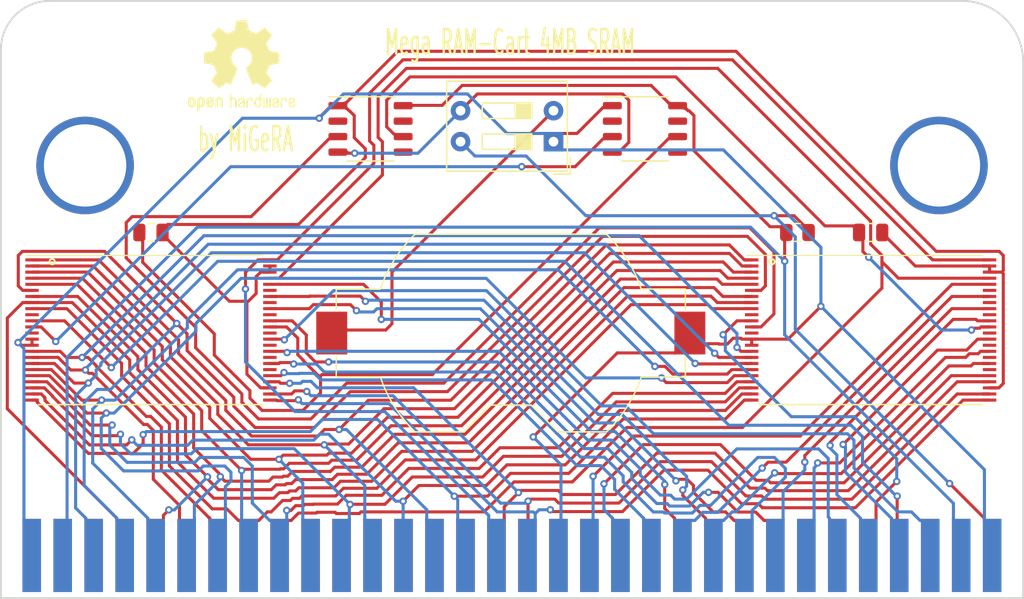
<source format=kicad_pcb>
(kicad_pcb (version 20171130) (host pcbnew "(5.1.10)-1")

  (general
    (thickness 1.6)
    (drawings 8)
    (tracks 1212)
    (zones 0)
    (modules 13)
    (nets 92)
  )

  (page A4 portrait)
  (title_block
    (title "Sega Megadrive Programmable 1MB Cartridge")
    (rev 1)
    (comment 1 "file, You can obtain one at http://mozilla.org/MPL/2.0/.")
    (comment 2 "License, v. 2.0. If a copy of the MPL was not distributed with this")
    (comment 3 "This Source Code Form is subject to the terms of the Mozilla Public")
  )

  (layers
    (0 F.Cu signal)
    (31 B.Cu signal)
    (32 B.Adhes user)
    (33 F.Adhes user)
    (34 B.Paste user)
    (35 F.Paste user)
    (36 B.SilkS user)
    (37 F.SilkS user)
    (38 B.Mask user hide)
    (39 F.Mask user hide)
    (40 Dwgs.User user)
    (41 Cmts.User user)
    (42 Eco1.User user)
    (43 Eco2.User user)
    (44 Edge.Cuts user)
    (45 Margin user)
    (46 B.CrtYd user)
    (47 F.CrtYd user)
    (48 B.Fab user hide)
    (49 F.Fab user hide)
  )

  (setup
    (last_trace_width 0.25)
    (trace_clearance 0.3)
    (zone_clearance 0.508)
    (zone_45_only yes)
    (trace_min 0.2)
    (via_size 0.6)
    (via_drill 0.3)
    (via_min_size 0.4)
    (via_min_drill 0.3)
    (uvia_size 0.3)
    (uvia_drill 0.1)
    (uvias_allowed no)
    (uvia_min_size 0.2)
    (uvia_min_drill 0.1)
    (edge_width 0.15)
    (segment_width 0.15)
    (pcb_text_width 0.3)
    (pcb_text_size 1.5 1.5)
    (mod_edge_width 0.15)
    (mod_text_size 1 1)
    (mod_text_width 0.15)
    (pad_size 8 8)
    (pad_drill 6.75)
    (pad_to_mask_clearance 0)
    (aux_axis_origin 0 0)
    (visible_elements 7FFFFFFF)
    (pcbplotparams
      (layerselection 0x010f0_ffffffff)
      (usegerberextensions true)
      (usegerberattributes false)
      (usegerberadvancedattributes false)
      (creategerberjobfile false)
      (excludeedgelayer true)
      (linewidth 0.100000)
      (plotframeref false)
      (viasonmask false)
      (mode 1)
      (useauxorigin false)
      (hpglpennumber 1)
      (hpglpenspeed 20)
      (hpglpendiameter 15.000000)
      (psnegative false)
      (psa4output false)
      (plotreference true)
      (plotvalue true)
      (plotinvisibletext false)
      (padsonsilk false)
      (subtractmaskfromsilk false)
      (outputformat 1)
      (mirror false)
      (drillshape 0)
      (scaleselection 1)
      (outputdirectory "gerber/"))
  )

  (net 0 "")
  (net 1 +5V)
  (net 2 GND)
  (net 3 /A8)
  (net 4 /A9)
  (net 5 /A17)
  (net 6 /A18)
  (net 7 /A19)
  (net 8 /A20)
  (net 9 ~OE)
  (net 10 ~CE)
  (net 11 /D15)
  (net 12 /D14)
  (net 13 /D13)
  (net 14 /D12)
  (net 15 ~LO)
  (net 16 ~HI)
  (net 17 /A7)
  (net 18 /A10)
  (net 19 /A6)
  (net 20 /A11)
  (net 21 /A5)
  (net 22 /A12)
  (net 23 /A4)
  (net 24 /A13)
  (net 25 /A3)
  (net 26 /A14)
  (net 27 /A2)
  (net 28 /A15)
  (net 29 /A1)
  (net 30 /A16)
  (net 31 /A0)
  (net 32 /D7)
  (net 33 /D0)
  (net 34 /D8)
  (net 35 /D6)
  (net 36 /D1)
  (net 37 /D9)
  (net 38 /D5)
  (net 39 /D2)
  (net 40 /D10)
  (net 41 /D4)
  (net 42 /D3)
  (net 43 /D11)
  (net 44 "Net-(BT1-Pad1)")
  (net 45 "Net-(CON1-PadB32)")
  (net 46 PWH)
  (net 47 PWL)
  (net 48 "Net-(SW1-Pad3)")
  (net 49 PEH)
  (net 50 PEL)
  (net 51 "Net-(CON1-PadB01)")
  (net 52 "Net-(CON1-PadB02)")
  (net 53 "Net-(CON1-PadB03)")
  (net 54 "Net-(CON1-PadB10)")
  (net 55 "Net-(CON1-PadB11)")
  (net 56 "Net-(CON1-PadB12)")
  (net 57 "Net-(CON1-PadB13)")
  (net 58 "Net-(CON1-PadB14)")
  (net 59 "Net-(CON1-PadB15)")
  (net 60 "Net-(CON1-PadB18)")
  (net 61 "Net-(CON1-PadB19)")
  (net 62 "Net-(CON1-PadB20)")
  (net 63 "Net-(CON1-PadB21)")
  (net 64 "Net-(CON1-PadB26)")
  (net 65 "Net-(CON1-PadB27)")
  (net 66 "Net-(CON1-PadB30)")
  (net 67 "Net-(CON1-PadB31)")
  (net 68 "Net-(U1-Pad43)")
  (net 69 "Net-(U1-Pad41)")
  (net 70 "Net-(U1-Pad39)")
  (net 71 "Net-(U1-Pad36)")
  (net 72 "Net-(U1-Pad34)")
  (net 73 "Net-(U1-Pad32)")
  (net 74 "Net-(U1-Pad30)")
  (net 75 "Net-(U1-Pad13)")
  (net 76 "Net-(U1-Pad10)")
  (net 77 "Net-(U2-Pad43)")
  (net 78 "Net-(U2-Pad41)")
  (net 79 "Net-(U2-Pad39)")
  (net 80 "Net-(U2-Pad36)")
  (net 81 "Net-(U2-Pad34)")
  (net 82 "Net-(U2-Pad32)")
  (net 83 "Net-(U2-Pad30)")
  (net 84 "Net-(U2-Pad13)")
  (net 85 "Net-(U2-Pad10)")
  (net 86 "Net-(U3-Pad7)")
  (net 87 "Net-(U3-Pad5)")
  (net 88 "Net-(U3-Pad2)")
  (net 89 "Net-(U4-Pad7)")
  (net 90 "Net-(U4-Pad5)")
  (net 91 "Net-(U4-Pad2)")

  (net_class Default "This is the default net class."
    (clearance 0.3)
    (trace_width 0.25)
    (via_dia 0.6)
    (via_drill 0.3)
    (uvia_dia 0.3)
    (uvia_drill 0.1)
    (add_net +5V)
    (add_net /A0)
    (add_net /A1)
    (add_net /A10)
    (add_net /A11)
    (add_net /A12)
    (add_net /A13)
    (add_net /A14)
    (add_net /A15)
    (add_net /A16)
    (add_net /A17)
    (add_net /A18)
    (add_net /A19)
    (add_net /A2)
    (add_net /A20)
    (add_net /A3)
    (add_net /A4)
    (add_net /A5)
    (add_net /A6)
    (add_net /A7)
    (add_net /A8)
    (add_net /A9)
    (add_net /D0)
    (add_net /D1)
    (add_net /D10)
    (add_net /D11)
    (add_net /D12)
    (add_net /D13)
    (add_net /D14)
    (add_net /D15)
    (add_net /D2)
    (add_net /D3)
    (add_net /D4)
    (add_net /D5)
    (add_net /D6)
    (add_net /D7)
    (add_net /D8)
    (add_net /D9)
    (add_net GND)
    (add_net "Net-(BT1-Pad1)")
    (add_net "Net-(CON1-PadB01)")
    (add_net "Net-(CON1-PadB02)")
    (add_net "Net-(CON1-PadB03)")
    (add_net "Net-(CON1-PadB10)")
    (add_net "Net-(CON1-PadB11)")
    (add_net "Net-(CON1-PadB12)")
    (add_net "Net-(CON1-PadB13)")
    (add_net "Net-(CON1-PadB14)")
    (add_net "Net-(CON1-PadB15)")
    (add_net "Net-(CON1-PadB18)")
    (add_net "Net-(CON1-PadB19)")
    (add_net "Net-(CON1-PadB20)")
    (add_net "Net-(CON1-PadB21)")
    (add_net "Net-(CON1-PadB26)")
    (add_net "Net-(CON1-PadB27)")
    (add_net "Net-(CON1-PadB30)")
    (add_net "Net-(CON1-PadB31)")
    (add_net "Net-(CON1-PadB32)")
    (add_net "Net-(SW1-Pad3)")
    (add_net "Net-(U1-Pad10)")
    (add_net "Net-(U1-Pad13)")
    (add_net "Net-(U1-Pad30)")
    (add_net "Net-(U1-Pad32)")
    (add_net "Net-(U1-Pad34)")
    (add_net "Net-(U1-Pad36)")
    (add_net "Net-(U1-Pad39)")
    (add_net "Net-(U1-Pad41)")
    (add_net "Net-(U1-Pad43)")
    (add_net "Net-(U2-Pad10)")
    (add_net "Net-(U2-Pad13)")
    (add_net "Net-(U2-Pad30)")
    (add_net "Net-(U2-Pad32)")
    (add_net "Net-(U2-Pad34)")
    (add_net "Net-(U2-Pad36)")
    (add_net "Net-(U2-Pad39)")
    (add_net "Net-(U2-Pad41)")
    (add_net "Net-(U2-Pad43)")
    (add_net "Net-(U3-Pad2)")
    (add_net "Net-(U3-Pad5)")
    (add_net "Net-(U3-Pad7)")
    (add_net "Net-(U4-Pad2)")
    (add_net "Net-(U4-Pad5)")
    (add_net "Net-(U4-Pad7)")
    (add_net PEH)
    (add_net PEL)
    (add_net PWH)
    (add_net PWL)
    (add_net ~CE)
    (add_net ~HI)
    (add_net ~LO)
    (add_net ~OE)
  )

  (module Package_SO:SSOP-8_3.9x5.05mm_P1.27mm (layer F.Cu) (tedit 5D9F72B1) (tstamp 65C959EA)
    (at 94 146.5)
    (descr "SSOP, 8 Pin (http://www.fujitsu.com/downloads/MICRO/fsa/pdf/products/memory/fram/MB85RS16-DS501-00014-6v0-E.pdf), generated with kicad-footprint-generator ipc_gullwing_generator.py")
    (tags "SSOP SO")
    (path /65CA9BA2)
    (attr smd)
    (fp_text reference U4 (at 0 -3.48) (layer F.SilkS) hide
      (effects (font (size 1 1) (thickness 0.15)))
    )
    (fp_text value BA6162 (at 0 3.48) (layer F.Fab)
      (effects (font (size 1 1) (thickness 0.15)))
    )
    (fp_line (start 3.7 -2.78) (end -3.7 -2.78) (layer F.CrtYd) (width 0.05))
    (fp_line (start 3.7 2.78) (end 3.7 -2.78) (layer F.CrtYd) (width 0.05))
    (fp_line (start -3.7 2.78) (end 3.7 2.78) (layer F.CrtYd) (width 0.05))
    (fp_line (start -3.7 -2.78) (end -3.7 2.78) (layer F.CrtYd) (width 0.05))
    (fp_line (start -1.95 -1.55) (end -0.975 -2.525) (layer F.Fab) (width 0.1))
    (fp_line (start -1.95 2.525) (end -1.95 -1.55) (layer F.Fab) (width 0.1))
    (fp_line (start 1.95 2.525) (end -1.95 2.525) (layer F.Fab) (width 0.1))
    (fp_line (start 1.95 -2.525) (end 1.95 2.525) (layer F.Fab) (width 0.1))
    (fp_line (start -0.975 -2.525) (end 1.95 -2.525) (layer F.Fab) (width 0.1))
    (fp_line (start 0 -2.635) (end -3.45 -2.635) (layer F.SilkS) (width 0.12))
    (fp_line (start 0 -2.635) (end 1.95 -2.635) (layer F.SilkS) (width 0.12))
    (fp_line (start 0 2.635) (end -1.95 2.635) (layer F.SilkS) (width 0.12))
    (fp_line (start 0 2.635) (end 1.95 2.635) (layer F.SilkS) (width 0.12))
    (fp_text user %R (at 0 0) (layer F.Fab)
      (effects (font (size 0.98 0.98) (thickness 0.15)))
    )
    (pad 8 smd roundrect (at 2.675 -1.905) (size 1.55 0.6) (layers F.Cu F.Paste F.Mask) (roundrect_rratio 0.25)
      (net 1 +5V))
    (pad 7 smd roundrect (at 2.675 -0.635) (size 1.55 0.6) (layers F.Cu F.Paste F.Mask) (roundrect_rratio 0.25)
      (net 89 "Net-(U4-Pad7)"))
    (pad 6 smd roundrect (at 2.675 0.635) (size 1.55 0.6) (layers F.Cu F.Paste F.Mask) (roundrect_rratio 0.25)
      (net 47 PWL))
    (pad 5 smd roundrect (at 2.675 1.905) (size 1.55 0.6) (layers F.Cu F.Paste F.Mask) (roundrect_rratio 0.25)
      (net 90 "Net-(U4-Pad5)"))
    (pad 4 smd roundrect (at -2.675 1.905) (size 1.55 0.6) (layers F.Cu F.Paste F.Mask) (roundrect_rratio 0.25)
      (net 48 "Net-(SW1-Pad3)"))
    (pad 3 smd roundrect (at -2.675 0.635) (size 1.55 0.6) (layers F.Cu F.Paste F.Mask) (roundrect_rratio 0.25)
      (net 50 PEL))
    (pad 2 smd roundrect (at -2.675 -0.635) (size 1.55 0.6) (layers F.Cu F.Paste F.Mask) (roundrect_rratio 0.25)
      (net 91 "Net-(U4-Pad2)"))
    (pad 1 smd roundrect (at -2.675 -1.905) (size 1.55 0.6) (layers F.Cu F.Paste F.Mask) (roundrect_rratio 0.25)
      (net 2 GND))
    (model ${KISYS3DMOD}/Package_SO.3dshapes/SSOP-8_3.9x5.05mm_P1.27mm.wrl
      (at (xyz 0 0 0))
      (scale (xyz 1 1 1))
      (rotate (xyz 0 0 0))
    )
  )

  (module Package_SO:SSOP-8_3.9x5.05mm_P1.27mm (layer F.Cu) (tedit 5D9F72B1) (tstamp 65C959D0)
    (at 116.5 146.5)
    (descr "SSOP, 8 Pin (http://www.fujitsu.com/downloads/MICRO/fsa/pdf/products/memory/fram/MB85RS16-DS501-00014-6v0-E.pdf), generated with kicad-footprint-generator ipc_gullwing_generator.py")
    (tags "SSOP SO")
    (path /65CA87CF)
    (attr smd)
    (fp_text reference U3 (at 0 -3.48) (layer F.SilkS) hide
      (effects (font (size 1 1) (thickness 0.15)))
    )
    (fp_text value BA6162 (at 0 3.48) (layer F.Fab)
      (effects (font (size 1 1) (thickness 0.15)))
    )
    (fp_line (start 3.7 -2.78) (end -3.7 -2.78) (layer F.CrtYd) (width 0.05))
    (fp_line (start 3.7 2.78) (end 3.7 -2.78) (layer F.CrtYd) (width 0.05))
    (fp_line (start -3.7 2.78) (end 3.7 2.78) (layer F.CrtYd) (width 0.05))
    (fp_line (start -3.7 -2.78) (end -3.7 2.78) (layer F.CrtYd) (width 0.05))
    (fp_line (start -1.95 -1.55) (end -0.975 -2.525) (layer F.Fab) (width 0.1))
    (fp_line (start -1.95 2.525) (end -1.95 -1.55) (layer F.Fab) (width 0.1))
    (fp_line (start 1.95 2.525) (end -1.95 2.525) (layer F.Fab) (width 0.1))
    (fp_line (start 1.95 -2.525) (end 1.95 2.525) (layer F.Fab) (width 0.1))
    (fp_line (start -0.975 -2.525) (end 1.95 -2.525) (layer F.Fab) (width 0.1))
    (fp_line (start 0 -2.635) (end -3.45 -2.635) (layer F.SilkS) (width 0.12))
    (fp_line (start 0 -2.635) (end 1.95 -2.635) (layer F.SilkS) (width 0.12))
    (fp_line (start 0 2.635) (end -1.95 2.635) (layer F.SilkS) (width 0.12))
    (fp_line (start 0 2.635) (end 1.95 2.635) (layer F.SilkS) (width 0.12))
    (fp_text user %R (at 0 0) (layer F.Fab)
      (effects (font (size 0.98 0.98) (thickness 0.15)))
    )
    (pad 8 smd roundrect (at 2.675 -1.905) (size 1.55 0.6) (layers F.Cu F.Paste F.Mask) (roundrect_rratio 0.25)
      (net 1 +5V))
    (pad 7 smd roundrect (at 2.675 -0.635) (size 1.55 0.6) (layers F.Cu F.Paste F.Mask) (roundrect_rratio 0.25)
      (net 86 "Net-(U3-Pad7)"))
    (pad 6 smd roundrect (at 2.675 0.635) (size 1.55 0.6) (layers F.Cu F.Paste F.Mask) (roundrect_rratio 0.25)
      (net 46 PWH))
    (pad 5 smd roundrect (at 2.675 1.905) (size 1.55 0.6) (layers F.Cu F.Paste F.Mask) (roundrect_rratio 0.25)
      (net 87 "Net-(U3-Pad5)"))
    (pad 4 smd roundrect (at -2.675 1.905) (size 1.55 0.6) (layers F.Cu F.Paste F.Mask) (roundrect_rratio 0.25)
      (net 48 "Net-(SW1-Pad3)"))
    (pad 3 smd roundrect (at -2.675 0.635) (size 1.55 0.6) (layers F.Cu F.Paste F.Mask) (roundrect_rratio 0.25)
      (net 49 PEH))
    (pad 2 smd roundrect (at -2.675 -0.635) (size 1.55 0.6) (layers F.Cu F.Paste F.Mask) (roundrect_rratio 0.25)
      (net 88 "Net-(U3-Pad2)"))
    (pad 1 smd roundrect (at -2.675 -1.905) (size 1.55 0.6) (layers F.Cu F.Paste F.Mask) (roundrect_rratio 0.25)
      (net 2 GND))
    (model ${KISYS3DMOD}/Package_SO.3dshapes/SSOP-8_3.9x5.05mm_P1.27mm.wrl
      (at (xyz 0 0 0))
      (scale (xyz 1 1 1))
      (rotate (xyz 0 0 0))
    )
  )

  (module Resistor_SMD:R_0805_2012Metric (layer F.Cu) (tedit 5F68FEEE) (tstamp 6599BFAF)
    (at 129 155)
    (descr "Resistor SMD 0805 (2012 Metric), square (rectangular) end terminal, IPC_7351 nominal, (Body size source: IPC-SM-782 page 72, https://www.pcb-3d.com/wordpress/wp-content/uploads/ipc-sm-782a_amendment_1_and_2.pdf), generated with kicad-footprint-generator")
    (tags resistor)
    (path /65C5C570)
    (attr smd)
    (fp_text reference R1 (at 0 -1.65) (layer F.SilkS) hide
      (effects (font (size 1 1) (thickness 0.15)))
    )
    (fp_text value 472 (at 0 1.65) (layer F.Fab)
      (effects (font (size 1 1) (thickness 0.15)))
    )
    (fp_line (start 1.68 0.95) (end -1.68 0.95) (layer F.CrtYd) (width 0.05))
    (fp_line (start 1.68 -0.95) (end 1.68 0.95) (layer F.CrtYd) (width 0.05))
    (fp_line (start -1.68 -0.95) (end 1.68 -0.95) (layer F.CrtYd) (width 0.05))
    (fp_line (start -1.68 0.95) (end -1.68 -0.95) (layer F.CrtYd) (width 0.05))
    (fp_line (start -0.227064 0.735) (end 0.227064 0.735) (layer F.SilkS) (width 0.12))
    (fp_line (start -0.227064 -0.735) (end 0.227064 -0.735) (layer F.SilkS) (width 0.12))
    (fp_line (start 1 0.625) (end -1 0.625) (layer F.Fab) (width 0.1))
    (fp_line (start 1 -0.625) (end 1 0.625) (layer F.Fab) (width 0.1))
    (fp_line (start -1 -0.625) (end 1 -0.625) (layer F.Fab) (width 0.1))
    (fp_line (start -1 0.625) (end -1 -0.625) (layer F.Fab) (width 0.1))
    (fp_text user %R (at 0 0) (layer F.Fab)
      (effects (font (size 0.5 0.5) (thickness 0.08)))
    )
    (pad 2 smd roundrect (at 0.9125 0) (size 1.025 1.4) (layers F.Cu F.Paste F.Mask) (roundrect_rratio 0.243902)
      (net 45 "Net-(CON1-PadB32)"))
    (pad 1 smd roundrect (at -0.9125 0) (size 1.025 1.4) (layers F.Cu F.Paste F.Mask) (roundrect_rratio 0.243902)
      (net 1 +5V))
    (model ${KISYS3DMOD}/Resistor_SMD.3dshapes/R_0805_2012Metric.wrl
      (at (xyz 0 0 0))
      (scale (xyz 1 1 1))
      (rotate (xyz 0 0 0))
    )
  )

  (module Button_Switch_THT:SW_DIP_SPSTx02_Slide_9.78x7.26mm_W7.62mm_P2.54mm (layer F.Cu) (tedit 5A4E1404) (tstamp 65992EE5)
    (at 109 147.549 180)
    (descr "2x-dip-switch SPST , Slide, row spacing 7.62 mm (300 mils), body size 9.78x7.26mm (see e.g. https://www.ctscorp.com/wp-content/uploads/206-208.pdf)")
    (tags "DIP Switch SPST Slide 7.62mm 300mil")
    (path /65B57215)
    (fp_text reference SW1 (at 3.81 -3.42) (layer F.SilkS) hide
      (effects (font (size 1 1) (thickness 0.15)))
    )
    (fp_text value SW_DIP_x02 (at 3.81 5.96) (layer F.Fab)
      (effects (font (size 1 1) (thickness 0.15)))
    )
    (fp_line (start -0.08 -2.36) (end 8.7 -2.36) (layer F.Fab) (width 0.1))
    (fp_line (start 8.7 -2.36) (end 8.7 4.9) (layer F.Fab) (width 0.1))
    (fp_line (start 8.7 4.9) (end -1.08 4.9) (layer F.Fab) (width 0.1))
    (fp_line (start -1.08 4.9) (end -1.08 -1.36) (layer F.Fab) (width 0.1))
    (fp_line (start -1.08 -1.36) (end -0.08 -2.36) (layer F.Fab) (width 0.1))
    (fp_line (start 1.78 -0.635) (end 1.78 0.635) (layer F.Fab) (width 0.1))
    (fp_line (start 1.78 0.635) (end 5.84 0.635) (layer F.Fab) (width 0.1))
    (fp_line (start 5.84 0.635) (end 5.84 -0.635) (layer F.Fab) (width 0.1))
    (fp_line (start 5.84 -0.635) (end 1.78 -0.635) (layer F.Fab) (width 0.1))
    (fp_line (start 1.78 -0.535) (end 3.133333 -0.535) (layer F.Fab) (width 0.1))
    (fp_line (start 1.78 -0.435) (end 3.133333 -0.435) (layer F.Fab) (width 0.1))
    (fp_line (start 1.78 -0.335) (end 3.133333 -0.335) (layer F.Fab) (width 0.1))
    (fp_line (start 1.78 -0.235) (end 3.133333 -0.235) (layer F.Fab) (width 0.1))
    (fp_line (start 1.78 -0.135) (end 3.133333 -0.135) (layer F.Fab) (width 0.1))
    (fp_line (start 1.78 -0.035) (end 3.133333 -0.035) (layer F.Fab) (width 0.1))
    (fp_line (start 1.78 0.065) (end 3.133333 0.065) (layer F.Fab) (width 0.1))
    (fp_line (start 1.78 0.165) (end 3.133333 0.165) (layer F.Fab) (width 0.1))
    (fp_line (start 1.78 0.265) (end 3.133333 0.265) (layer F.Fab) (width 0.1))
    (fp_line (start 1.78 0.365) (end 3.133333 0.365) (layer F.Fab) (width 0.1))
    (fp_line (start 1.78 0.465) (end 3.133333 0.465) (layer F.Fab) (width 0.1))
    (fp_line (start 1.78 0.565) (end 3.133333 0.565) (layer F.Fab) (width 0.1))
    (fp_line (start 3.133333 -0.635) (end 3.133333 0.635) (layer F.Fab) (width 0.1))
    (fp_line (start 1.78 1.905) (end 1.78 3.175) (layer F.Fab) (width 0.1))
    (fp_line (start 1.78 3.175) (end 5.84 3.175) (layer F.Fab) (width 0.1))
    (fp_line (start 5.84 3.175) (end 5.84 1.905) (layer F.Fab) (width 0.1))
    (fp_line (start 5.84 1.905) (end 1.78 1.905) (layer F.Fab) (width 0.1))
    (fp_line (start 1.78 2.005) (end 3.133333 2.005) (layer F.Fab) (width 0.1))
    (fp_line (start 1.78 2.105) (end 3.133333 2.105) (layer F.Fab) (width 0.1))
    (fp_line (start 1.78 2.205) (end 3.133333 2.205) (layer F.Fab) (width 0.1))
    (fp_line (start 1.78 2.305) (end 3.133333 2.305) (layer F.Fab) (width 0.1))
    (fp_line (start 1.78 2.405) (end 3.133333 2.405) (layer F.Fab) (width 0.1))
    (fp_line (start 1.78 2.505) (end 3.133333 2.505) (layer F.Fab) (width 0.1))
    (fp_line (start 1.78 2.605) (end 3.133333 2.605) (layer F.Fab) (width 0.1))
    (fp_line (start 1.78 2.705) (end 3.133333 2.705) (layer F.Fab) (width 0.1))
    (fp_line (start 1.78 2.805) (end 3.133333 2.805) (layer F.Fab) (width 0.1))
    (fp_line (start 1.78 2.905) (end 3.133333 2.905) (layer F.Fab) (width 0.1))
    (fp_line (start 1.78 3.005) (end 3.133333 3.005) (layer F.Fab) (width 0.1))
    (fp_line (start 1.78 3.105) (end 3.133333 3.105) (layer F.Fab) (width 0.1))
    (fp_line (start 3.133333 1.905) (end 3.133333 3.175) (layer F.Fab) (width 0.1))
    (fp_line (start -1.14 -2.42) (end 8.76 -2.42) (layer F.SilkS) (width 0.12))
    (fp_line (start -1.14 4.96) (end 8.76 4.96) (layer F.SilkS) (width 0.12))
    (fp_line (start -1.14 -2.42) (end -1.14 4.96) (layer F.SilkS) (width 0.12))
    (fp_line (start 8.76 -2.42) (end 8.76 4.96) (layer F.SilkS) (width 0.12))
    (fp_line (start -1.38 -2.66) (end 0.004 -2.66) (layer F.SilkS) (width 0.12))
    (fp_line (start -1.38 -2.66) (end -1.38 -1.277) (layer F.SilkS) (width 0.12))
    (fp_line (start 1.78 -0.635) (end 1.78 0.635) (layer F.SilkS) (width 0.12))
    (fp_line (start 1.78 0.635) (end 5.84 0.635) (layer F.SilkS) (width 0.12))
    (fp_line (start 5.84 0.635) (end 5.84 -0.635) (layer F.SilkS) (width 0.12))
    (fp_line (start 5.84 -0.635) (end 1.78 -0.635) (layer F.SilkS) (width 0.12))
    (fp_line (start 1.78 -0.515) (end 3.133333 -0.515) (layer F.SilkS) (width 0.12))
    (fp_line (start 1.78 -0.395) (end 3.133333 -0.395) (layer F.SilkS) (width 0.12))
    (fp_line (start 1.78 -0.275) (end 3.133333 -0.275) (layer F.SilkS) (width 0.12))
    (fp_line (start 1.78 -0.155) (end 3.133333 -0.155) (layer F.SilkS) (width 0.12))
    (fp_line (start 1.78 -0.035) (end 3.133333 -0.035) (layer F.SilkS) (width 0.12))
    (fp_line (start 1.78 0.085) (end 3.133333 0.085) (layer F.SilkS) (width 0.12))
    (fp_line (start 1.78 0.205) (end 3.133333 0.205) (layer F.SilkS) (width 0.12))
    (fp_line (start 1.78 0.325) (end 3.133333 0.325) (layer F.SilkS) (width 0.12))
    (fp_line (start 1.78 0.445) (end 3.133333 0.445) (layer F.SilkS) (width 0.12))
    (fp_line (start 1.78 0.565) (end 3.133333 0.565) (layer F.SilkS) (width 0.12))
    (fp_line (start 3.133333 -0.635) (end 3.133333 0.635) (layer F.SilkS) (width 0.12))
    (fp_line (start 1.78 1.905) (end 1.78 3.175) (layer F.SilkS) (width 0.12))
    (fp_line (start 1.78 3.175) (end 5.84 3.175) (layer F.SilkS) (width 0.12))
    (fp_line (start 5.84 3.175) (end 5.84 1.905) (layer F.SilkS) (width 0.12))
    (fp_line (start 5.84 1.905) (end 1.78 1.905) (layer F.SilkS) (width 0.12))
    (fp_line (start 1.78 2.025) (end 3.133333 2.025) (layer F.SilkS) (width 0.12))
    (fp_line (start 1.78 2.145) (end 3.133333 2.145) (layer F.SilkS) (width 0.12))
    (fp_line (start 1.78 2.265) (end 3.133333 2.265) (layer F.SilkS) (width 0.12))
    (fp_line (start 1.78 2.385) (end 3.133333 2.385) (layer F.SilkS) (width 0.12))
    (fp_line (start 1.78 2.505) (end 3.133333 2.505) (layer F.SilkS) (width 0.12))
    (fp_line (start 1.78 2.625) (end 3.133333 2.625) (layer F.SilkS) (width 0.12))
    (fp_line (start 1.78 2.745) (end 3.133333 2.745) (layer F.SilkS) (width 0.12))
    (fp_line (start 1.78 2.865) (end 3.133333 2.865) (layer F.SilkS) (width 0.12))
    (fp_line (start 1.78 2.985) (end 3.133333 2.985) (layer F.SilkS) (width 0.12))
    (fp_line (start 1.78 3.105) (end 3.133333 3.105) (layer F.SilkS) (width 0.12))
    (fp_line (start 3.133333 1.905) (end 3.133333 3.175) (layer F.SilkS) (width 0.12))
    (fp_line (start -1.35 -2.7) (end -1.35 5.25) (layer F.CrtYd) (width 0.05))
    (fp_line (start -1.35 5.25) (end 8.95 5.25) (layer F.CrtYd) (width 0.05))
    (fp_line (start 8.95 5.25) (end 8.95 -2.7) (layer F.CrtYd) (width 0.05))
    (fp_line (start 8.95 -2.7) (end -1.35 -2.7) (layer F.CrtYd) (width 0.05))
    (fp_text user on (at 5.365 -1.4975) (layer F.Fab)
      (effects (font (size 0.8 0.8) (thickness 0.12)))
    )
    (fp_text user %R (at 7.27 1.27 90) (layer F.Fab)
      (effects (font (size 0.8 0.8) (thickness 0.12)))
    )
    (pad 4 thru_hole oval (at 7.62 0 180) (size 1.6 1.6) (drill 0.8) (layers *.Cu *.Mask)
      (net 45 "Net-(CON1-PadB32)"))
    (pad 2 thru_hole oval (at 0 2.54 180) (size 1.6 1.6) (drill 0.8) (layers *.Cu *.Mask)
      (net 44 "Net-(BT1-Pad1)"))
    (pad 3 thru_hole oval (at 7.62 2.54 180) (size 1.6 1.6) (drill 0.8) (layers *.Cu *.Mask)
      (net 48 "Net-(SW1-Pad3)"))
    (pad 1 thru_hole rect (at 0 0 180) (size 1.6 1.6) (drill 0.8) (layers *.Cu *.Mask)
      (net 2 GND))
    (model ${KISYS3DMOD}/Button_Switch_THT.3dshapes/SW_DIP_SPSTx02_Slide_9.78x7.26mm_W7.62mm_P2.54mm.wrl
      (at (xyz 0 0 0))
      (scale (xyz 1 1 1))
      (rotate (xyz 0 0 90))
    )
  )

  (module MegaDriveCart:TSOP-I-48 (layer F.Cu) (tedit 65983268) (tstamp 6598C559)
    (at 76 163)
    (path /65992D57)
    (attr smd)
    (fp_text reference U1 (at 8.5 7) (layer F.SilkS) hide
      (effects (font (size 1 1) (thickness 0.15)))
    )
    (fp_text value cy62167e-TSOP48 (at 0 7) (layer F.Fab)
      (effects (font (size 1 1) (thickness 0.15)))
    )
    (fp_line (start -8.2 -6) (end 9.2 -6) (layer F.Fab) (width 0.1))
    (fp_line (start -9.2 6) (end -9.2 -5) (layer F.Fab) (width 0.1))
    (fp_line (start 9.2 6) (end -9.2 6) (layer F.Fab) (width 0.1))
    (fp_line (start 9.2 -6) (end 9.2 6) (layer F.Fab) (width 0.1))
    (fp_line (start -8.2 -6) (end -9.2 -5) (layer F.Fab) (width 0.1))
    (fp_line (start 9.2 -6.12) (end -10.2 -6.12) (layer F.SilkS) (width 0.1))
    (fp_line (start -9.2 6.12) (end 9.2 6.12) (layer F.SilkS) (width 0.12))
    (fp_line (start -10.55 -6.25) (end 10.55 -6.25) (layer F.CrtYd) (width 0.05))
    (fp_line (start 10.55 -6.25) (end 10.55 6.25) (layer F.CrtYd) (width 0.05))
    (fp_line (start 10.55 6.25) (end -10.55 6.25) (layer F.CrtYd) (width 0.05))
    (fp_line (start -10.55 6.25) (end -10.55 -6.25) (layer F.CrtYd) (width 0.05))
    (fp_circle (center -8.1 -5.6) (end -8 -5.4) (layer F.SilkS) (width 0.15))
    (fp_text user %R (at 0 0) (layer F.Fab)
      (effects (font (size 1 1) (thickness 0.15)))
    )
    (pad 48 smd rect (at 9.75 -5.75) (size 1.1 0.25) (layers F.Cu F.Paste F.Mask)
      (net 30 /A16))
    (pad 47 smd rect (at 9.75 -5.25) (size 1.1 0.25) (layers F.Cu F.Paste F.Mask)
      (net 2 GND))
    (pad 46 smd rect (at 9.75 -4.75) (size 1.1 0.25) (layers F.Cu F.Paste F.Mask)
      (net 2 GND))
    (pad 45 smd rect (at 9.75 -4.25) (size 1.1 0.25) (layers F.Cu F.Paste F.Mask)
      (net 8 /A20))
    (pad 44 smd rect (at 9.75 -3.75) (size 1.1 0.25) (layers F.Cu F.Paste F.Mask)
      (net 11 /D15))
    (pad 43 smd rect (at 9.75 -3.25) (size 1.1 0.25) (layers F.Cu F.Paste F.Mask)
      (net 68 "Net-(U1-Pad43)"))
    (pad 42 smd rect (at 9.75 -2.75) (size 1.1 0.25) (layers F.Cu F.Paste F.Mask)
      (net 12 /D14))
    (pad 41 smd rect (at 9.75 -2.25) (size 1.1 0.25) (layers F.Cu F.Paste F.Mask)
      (net 69 "Net-(U1-Pad41)"))
    (pad 40 smd rect (at 9.75 -1.75) (size 1.1 0.25) (layers F.Cu F.Paste F.Mask)
      (net 13 /D13))
    (pad 39 smd rect (at 9.75 -1.25) (size 1.1 0.25) (layers F.Cu F.Paste F.Mask)
      (net 70 "Net-(U1-Pad39)"))
    (pad 38 smd rect (at 9.75 -0.75) (size 1.1 0.25) (layers F.Cu F.Paste F.Mask)
      (net 14 /D12))
    (pad 37 smd rect (at 9.75 -0.25) (size 1.1 0.25) (layers F.Cu F.Paste F.Mask)
      (net 46 PWH))
    (pad 36 smd rect (at 9.75 0.25) (size 1.1 0.25) (layers F.Cu F.Paste F.Mask)
      (net 71 "Net-(U1-Pad36)"))
    (pad 35 smd rect (at 9.75 0.75) (size 1.1 0.25) (layers F.Cu F.Paste F.Mask)
      (net 43 /D11))
    (pad 34 smd rect (at 9.75 1.25) (size 1.1 0.25) (layers F.Cu F.Paste F.Mask)
      (net 72 "Net-(U1-Pad34)"))
    (pad 33 smd rect (at 9.75 1.75) (size 1.1 0.25) (layers F.Cu F.Paste F.Mask)
      (net 40 /D10))
    (pad 32 smd rect (at 9.75 2.25) (size 1.1 0.25) (layers F.Cu F.Paste F.Mask)
      (net 73 "Net-(U1-Pad32)"))
    (pad 31 smd rect (at 9.75 2.75) (size 1.1 0.25) (layers F.Cu F.Paste F.Mask)
      (net 37 /D9))
    (pad 30 smd rect (at 9.75 3.25) (size 1.1 0.25) (layers F.Cu F.Paste F.Mask)
      (net 74 "Net-(U1-Pad30)"))
    (pad 29 smd rect (at 9.75 3.75) (size 1.1 0.25) (layers F.Cu F.Paste F.Mask)
      (net 34 /D8))
    (pad 28 smd rect (at 9.75 4.25) (size 1.1 0.25) (layers F.Cu F.Paste F.Mask)
      (net 9 ~OE))
    (pad 27 smd rect (at 9.75 4.75) (size 1.1 0.25) (layers F.Cu F.Paste F.Mask)
      (net 2 GND))
    (pad 26 smd rect (at 9.75 5.25) (size 1.1 0.25) (layers F.Cu F.Paste F.Mask)
      (net 10 ~CE))
    (pad 24 smd rect (at -9.75 5.75) (size 1.1 0.25) (layers F.Cu F.Paste F.Mask)
      (net 29 /A1))
    (pad 23 smd rect (at -9.75 5.25) (size 1.1 0.25) (layers F.Cu F.Paste F.Mask)
      (net 27 /A2))
    (pad 22 smd rect (at -9.75 4.75) (size 1.1 0.25) (layers F.Cu F.Paste F.Mask)
      (net 25 /A3))
    (pad 21 smd rect (at -9.75 4.25) (size 1.1 0.25) (layers F.Cu F.Paste F.Mask)
      (net 23 /A4))
    (pad 20 smd rect (at -9.75 3.75) (size 1.1 0.25) (layers F.Cu F.Paste F.Mask)
      (net 21 /A5))
    (pad 19 smd rect (at -9.75 3.25) (size 1.1 0.25) (layers F.Cu F.Paste F.Mask)
      (net 19 /A6))
    (pad 18 smd rect (at -9.75 2.75) (size 1.1 0.25) (layers F.Cu F.Paste F.Mask)
      (net 17 /A7))
    (pad 17 smd rect (at -9.75 2.25) (size 1.1 0.25) (layers F.Cu F.Paste F.Mask)
      (net 5 /A17))
    (pad 16 smd rect (at -9.75 1.75) (size 1.1 0.25) (layers F.Cu F.Paste F.Mask)
      (net 6 /A18))
    (pad 15 smd rect (at -9.75 1.25) (size 1.1 0.25) (layers F.Cu F.Paste F.Mask)
      (net 2 GND))
    (pad 14 smd rect (at -9.75 0.75) (size 1.1 0.25) (layers F.Cu F.Paste F.Mask)
      (net 2 GND))
    (pad 13 smd rect (at -9.75 0.25) (size 1.1 0.25) (layers F.Cu F.Paste F.Mask)
      (net 75 "Net-(U1-Pad13)"))
    (pad 12 smd rect (at -9.75 -0.25) (size 1.1 0.25) (layers F.Cu F.Paste F.Mask)
      (net 49 PEH))
    (pad 11 smd rect (at -9.75 -0.75) (size 1.1 0.25) (layers F.Cu F.Paste F.Mask)
      (net 16 ~HI))
    (pad 10 smd rect (at -9.75 -1.25) (size 1.1 0.25) (layers F.Cu F.Paste F.Mask)
      (net 76 "Net-(U1-Pad10)"))
    (pad 9 smd rect (at -9.75 -1.75) (size 1.1 0.25) (layers F.Cu F.Paste F.Mask)
      (net 7 /A19))
    (pad 8 smd rect (at -9.75 -2.25) (size 1.1 0.25) (layers F.Cu F.Paste F.Mask)
      (net 3 /A8))
    (pad 7 smd rect (at -9.75 -2.75) (size 1.1 0.25) (layers F.Cu F.Paste F.Mask)
      (net 4 /A9))
    (pad 6 smd rect (at -9.75 -3.25) (size 1.1 0.25) (layers F.Cu F.Paste F.Mask)
      (net 18 /A10))
    (pad 5 smd rect (at -9.75 -3.75) (size 1.1 0.25) (layers F.Cu F.Paste F.Mask)
      (net 20 /A11))
    (pad 4 smd rect (at -9.75 -4.25) (size 1.1 0.25) (layers F.Cu F.Paste F.Mask)
      (net 22 /A12))
    (pad 3 smd rect (at -9.75 -4.75) (size 1.1 0.25) (layers F.Cu F.Paste F.Mask)
      (net 24 /A13))
    (pad 2 smd rect (at -9.75 -5.25) (size 1.1 0.25) (layers F.Cu F.Paste F.Mask)
      (net 26 /A14))
    (pad 25 smd rect (at 9.75 5.75) (size 1.1 0.25) (layers F.Cu F.Paste F.Mask)
      (net 31 /A0))
    (pad 1 smd rect (at -9.75 -5.75) (size 1.1 0.25) (layers F.Cu F.Paste F.Mask)
      (net 28 /A15))
    (model ${KISYS3DMOD}/Package_SO.3dshapes/TSOP-I-48_18.4x12mm_P0.5mm.wrl
      (at (xyz 0 0 0))
      (scale (xyz 1 1 1))
      (rotate (xyz 0 0 0))
    )
  )

  (module MegaDriveCart:TSOP-I-48 (layer F.Cu) (tedit 65983268) (tstamp 6598C418)
    (at 135 163)
    (path /65AC71AB)
    (attr smd)
    (fp_text reference U2 (at 8.5 7) (layer F.SilkS) hide
      (effects (font (size 1 1) (thickness 0.15)))
    )
    (fp_text value cy62167e-TSOP48 (at 0 7) (layer F.Fab)
      (effects (font (size 1 1) (thickness 0.15)))
    )
    (fp_line (start -8.2 -6) (end 9.2 -6) (layer F.Fab) (width 0.1))
    (fp_line (start -9.2 6) (end -9.2 -5) (layer F.Fab) (width 0.1))
    (fp_line (start 9.2 6) (end -9.2 6) (layer F.Fab) (width 0.1))
    (fp_line (start 9.2 -6) (end 9.2 6) (layer F.Fab) (width 0.1))
    (fp_line (start -8.2 -6) (end -9.2 -5) (layer F.Fab) (width 0.1))
    (fp_line (start 9.2 -6.12) (end -10.2 -6.12) (layer F.SilkS) (width 0.1))
    (fp_line (start -9.2 6.12) (end 9.2 6.12) (layer F.SilkS) (width 0.12))
    (fp_line (start -10.55 -6.25) (end 10.55 -6.25) (layer F.CrtYd) (width 0.05))
    (fp_line (start 10.55 -6.25) (end 10.55 6.25) (layer F.CrtYd) (width 0.05))
    (fp_line (start 10.55 6.25) (end -10.55 6.25) (layer F.CrtYd) (width 0.05))
    (fp_line (start -10.55 6.25) (end -10.55 -6.25) (layer F.CrtYd) (width 0.05))
    (fp_circle (center -8.1 -5.6) (end -8 -5.4) (layer F.SilkS) (width 0.15))
    (fp_text user %R (at 0 0) (layer F.Fab)
      (effects (font (size 1 1) (thickness 0.15)))
    )
    (pad 48 smd rect (at 9.75 -5.75) (size 1.1 0.25) (layers F.Cu F.Paste F.Mask)
      (net 30 /A16))
    (pad 47 smd rect (at 9.75 -5.25) (size 1.1 0.25) (layers F.Cu F.Paste F.Mask)
      (net 2 GND))
    (pad 46 smd rect (at 9.75 -4.75) (size 1.1 0.25) (layers F.Cu F.Paste F.Mask)
      (net 2 GND))
    (pad 45 smd rect (at 9.75 -4.25) (size 1.1 0.25) (layers F.Cu F.Paste F.Mask)
      (net 8 /A20))
    (pad 44 smd rect (at 9.75 -3.75) (size 1.1 0.25) (layers F.Cu F.Paste F.Mask)
      (net 32 /D7))
    (pad 43 smd rect (at 9.75 -3.25) (size 1.1 0.25) (layers F.Cu F.Paste F.Mask)
      (net 77 "Net-(U2-Pad43)"))
    (pad 42 smd rect (at 9.75 -2.75) (size 1.1 0.25) (layers F.Cu F.Paste F.Mask)
      (net 35 /D6))
    (pad 41 smd rect (at 9.75 -2.25) (size 1.1 0.25) (layers F.Cu F.Paste F.Mask)
      (net 78 "Net-(U2-Pad41)"))
    (pad 40 smd rect (at 9.75 -1.75) (size 1.1 0.25) (layers F.Cu F.Paste F.Mask)
      (net 38 /D5))
    (pad 39 smd rect (at 9.75 -1.25) (size 1.1 0.25) (layers F.Cu F.Paste F.Mask)
      (net 79 "Net-(U2-Pad39)"))
    (pad 38 smd rect (at 9.75 -0.75) (size 1.1 0.25) (layers F.Cu F.Paste F.Mask)
      (net 41 /D4))
    (pad 37 smd rect (at 9.75 -0.25) (size 1.1 0.25) (layers F.Cu F.Paste F.Mask)
      (net 47 PWL))
    (pad 36 smd rect (at 9.75 0.25) (size 1.1 0.25) (layers F.Cu F.Paste F.Mask)
      (net 80 "Net-(U2-Pad36)"))
    (pad 35 smd rect (at 9.75 0.75) (size 1.1 0.25) (layers F.Cu F.Paste F.Mask)
      (net 42 /D3))
    (pad 34 smd rect (at 9.75 1.25) (size 1.1 0.25) (layers F.Cu F.Paste F.Mask)
      (net 81 "Net-(U2-Pad34)"))
    (pad 33 smd rect (at 9.75 1.75) (size 1.1 0.25) (layers F.Cu F.Paste F.Mask)
      (net 39 /D2))
    (pad 32 smd rect (at 9.75 2.25) (size 1.1 0.25) (layers F.Cu F.Paste F.Mask)
      (net 82 "Net-(U2-Pad32)"))
    (pad 31 smd rect (at 9.75 2.75) (size 1.1 0.25) (layers F.Cu F.Paste F.Mask)
      (net 36 /D1))
    (pad 30 smd rect (at 9.75 3.25) (size 1.1 0.25) (layers F.Cu F.Paste F.Mask)
      (net 83 "Net-(U2-Pad30)"))
    (pad 29 smd rect (at 9.75 3.75) (size 1.1 0.25) (layers F.Cu F.Paste F.Mask)
      (net 33 /D0))
    (pad 28 smd rect (at 9.75 4.25) (size 1.1 0.25) (layers F.Cu F.Paste F.Mask)
      (net 9 ~OE))
    (pad 27 smd rect (at 9.75 4.75) (size 1.1 0.25) (layers F.Cu F.Paste F.Mask)
      (net 2 GND))
    (pad 26 smd rect (at 9.75 5.25) (size 1.1 0.25) (layers F.Cu F.Paste F.Mask)
      (net 10 ~CE))
    (pad 24 smd rect (at -9.75 5.75) (size 1.1 0.25) (layers F.Cu F.Paste F.Mask)
      (net 29 /A1))
    (pad 23 smd rect (at -9.75 5.25) (size 1.1 0.25) (layers F.Cu F.Paste F.Mask)
      (net 27 /A2))
    (pad 22 smd rect (at -9.75 4.75) (size 1.1 0.25) (layers F.Cu F.Paste F.Mask)
      (net 25 /A3))
    (pad 21 smd rect (at -9.75 4.25) (size 1.1 0.25) (layers F.Cu F.Paste F.Mask)
      (net 23 /A4))
    (pad 20 smd rect (at -9.75 3.75) (size 1.1 0.25) (layers F.Cu F.Paste F.Mask)
      (net 21 /A5))
    (pad 19 smd rect (at -9.75 3.25) (size 1.1 0.25) (layers F.Cu F.Paste F.Mask)
      (net 19 /A6))
    (pad 18 smd rect (at -9.75 2.75) (size 1.1 0.25) (layers F.Cu F.Paste F.Mask)
      (net 17 /A7))
    (pad 17 smd rect (at -9.75 2.25) (size 1.1 0.25) (layers F.Cu F.Paste F.Mask)
      (net 5 /A17))
    (pad 16 smd rect (at -9.75 1.75) (size 1.1 0.25) (layers F.Cu F.Paste F.Mask)
      (net 6 /A18))
    (pad 15 smd rect (at -9.75 1.25) (size 1.1 0.25) (layers F.Cu F.Paste F.Mask)
      (net 2 GND))
    (pad 14 smd rect (at -9.75 0.75) (size 1.1 0.25) (layers F.Cu F.Paste F.Mask)
      (net 2 GND))
    (pad 13 smd rect (at -9.75 0.25) (size 1.1 0.25) (layers F.Cu F.Paste F.Mask)
      (net 84 "Net-(U2-Pad13)"))
    (pad 12 smd rect (at -9.75 -0.25) (size 1.1 0.25) (layers F.Cu F.Paste F.Mask)
      (net 50 PEL))
    (pad 11 smd rect (at -9.75 -0.75) (size 1.1 0.25) (layers F.Cu F.Paste F.Mask)
      (net 15 ~LO))
    (pad 10 smd rect (at -9.75 -1.25) (size 1.1 0.25) (layers F.Cu F.Paste F.Mask)
      (net 85 "Net-(U2-Pad10)"))
    (pad 9 smd rect (at -9.75 -1.75) (size 1.1 0.25) (layers F.Cu F.Paste F.Mask)
      (net 7 /A19))
    (pad 8 smd rect (at -9.75 -2.25) (size 1.1 0.25) (layers F.Cu F.Paste F.Mask)
      (net 3 /A8))
    (pad 7 smd rect (at -9.75 -2.75) (size 1.1 0.25) (layers F.Cu F.Paste F.Mask)
      (net 4 /A9))
    (pad 6 smd rect (at -9.75 -3.25) (size 1.1 0.25) (layers F.Cu F.Paste F.Mask)
      (net 18 /A10))
    (pad 5 smd rect (at -9.75 -3.75) (size 1.1 0.25) (layers F.Cu F.Paste F.Mask)
      (net 20 /A11))
    (pad 4 smd rect (at -9.75 -4.25) (size 1.1 0.25) (layers F.Cu F.Paste F.Mask)
      (net 22 /A12))
    (pad 3 smd rect (at -9.75 -4.75) (size 1.1 0.25) (layers F.Cu F.Paste F.Mask)
      (net 24 /A13))
    (pad 2 smd rect (at -9.75 -5.25) (size 1.1 0.25) (layers F.Cu F.Paste F.Mask)
      (net 26 /A14))
    (pad 25 smd rect (at 9.75 5.75) (size 1.1 0.25) (layers F.Cu F.Paste F.Mask)
      (net 31 /A0))
    (pad 1 smd rect (at -9.75 -5.75) (size 1.1 0.25) (layers F.Cu F.Paste F.Mask)
      (net 28 /A15))
    (model ${KISYS3DMOD}/Package_SO.3dshapes/TSOP-I-48_18.4x12mm_P0.5mm.wrl
      (at (xyz 0 0 0))
      (scale (xyz 1 1 1))
      (rotate (xyz 0 0 0))
    )
  )

  (module Connect:1pin (layer F.Cu) (tedit 5B968DBC) (tstamp 59F99357)
    (at 70.6 149.5)
    (descr "module 1 pin (ou trou mecanique de percage)")
    (tags DEV)
    (fp_text reference DRL2 (at 0.2 0.1) (layer F.SilkS) hide
      (effects (font (size 1 1) (thickness 0.15)))
    )
    (fp_text value 1pin (at 0 3) (layer F.Fab)
      (effects (font (size 1 1) (thickness 0.15)))
    )
    (fp_circle (center 0 0) (end 0 -2.286) (layer F.SilkS) (width 0.12))
    (fp_circle (center 0 0) (end 2.6 0) (layer F.CrtYd) (width 0.05))
    (fp_circle (center 0 0) (end 2 0.8) (layer F.Fab) (width 0.1))
    (pad "" np_thru_hole circle (at 0 0) (size 8 8) (drill 6.75) (layers *.Cu *.Mask))
  )

  (module MegaDriveCart:md_cart_edge_conn (layer F.Cu) (tedit 59FA0706) (tstamp 5BA6EA8C)
    (at 66.225 181.5)
    (path /5B96D488)
    (fp_text reference CON1 (at 48.26 -5.08) (layer F.SilkS) hide
      (effects (font (size 1 1) (thickness 0.15)))
    )
    (fp_text value smd_cart_connector_edge (at 35.56 -5.08) (layer F.Fab)
      (effects (font (size 1 1) (thickness 0.15)))
    )
    (fp_text user A32 (at 81.28 -5.08 90) (layer B.SilkS) hide
      (effects (font (size 1 1) (thickness 0.15)) (justify mirror))
    )
    (fp_text user A1 (at -2.54 -5.08 90) (layer B.SilkS) hide
      (effects (font (size 1 1) (thickness 0.15)) (justify mirror))
    )
    (fp_text user B1 (at -2.54 -5.08 90) (layer F.SilkS) hide
      (effects (font (size 1 1) (thickness 0.15)))
    )
    (fp_text user B32 (at 81.28 -5.08 90) (layer F.SilkS) hide
      (effects (font (size 1 1) (thickness 0.15)))
    )
    (pad B01 smd rect (at 0 0) (size 1.524 6) (layers F.Cu F.Paste F.Mask)
      (net 51 "Net-(CON1-PadB01)") (solder_mask_margin 1))
    (pad B02 smd rect (at 2.54 0) (size 1.524 6) (layers F.Cu F.Paste F.Mask)
      (net 52 "Net-(CON1-PadB02)") (solder_mask_margin 1))
    (pad B03 smd rect (at 5.08 0) (size 1.524 6) (layers F.Cu F.Paste F.Mask)
      (net 53 "Net-(CON1-PadB03)") (solder_mask_margin 1))
    (pad B04 smd rect (at 7.62 0) (size 1.524 6) (layers F.Cu F.Paste F.Mask)
      (net 3 /A8) (solder_mask_margin 1))
    (pad B05 smd rect (at 10.16 0) (size 1.524 6) (layers F.Cu F.Paste F.Mask)
      (net 4 /A9) (solder_mask_margin 1))
    (pad B06 smd rect (at 12.7 0) (size 1.524 6) (layers F.Cu F.Paste F.Mask)
      (net 5 /A17) (solder_mask_margin 1))
    (pad B07 smd rect (at 15.24 0) (size 1.524 6) (layers F.Cu F.Paste F.Mask)
      (net 6 /A18) (solder_mask_margin 1))
    (pad B08 smd rect (at 17.78 0) (size 1.524 6) (layers F.Cu F.Paste F.Mask)
      (net 7 /A19) (solder_mask_margin 1))
    (pad B09 smd rect (at 20.32 0) (size 1.524 6) (layers F.Cu F.Paste F.Mask)
      (net 8 /A20) (solder_mask_margin 1))
    (pad B10 smd rect (at 22.86 0) (size 1.524 6) (layers F.Cu F.Paste F.Mask)
      (net 54 "Net-(CON1-PadB10)") (solder_mask_margin 1))
    (pad B11 smd rect (at 25.4 0) (size 1.524 6) (layers F.Cu F.Paste F.Mask)
      (net 55 "Net-(CON1-PadB11)") (solder_mask_margin 1))
    (pad B12 smd rect (at 27.94 0) (size 1.524 6) (layers F.Cu F.Paste F.Mask)
      (net 56 "Net-(CON1-PadB12)") (solder_mask_margin 1))
    (pad B13 smd rect (at 30.48 0) (size 1.524 6) (layers F.Cu F.Paste F.Mask)
      (net 57 "Net-(CON1-PadB13)") (solder_mask_margin 1))
    (pad B14 smd rect (at 33.02 0) (size 1.524 6) (layers F.Cu F.Paste F.Mask)
      (net 58 "Net-(CON1-PadB14)") (solder_mask_margin 1))
    (pad B15 smd rect (at 35.56 0) (size 1.524 6) (layers F.Cu F.Paste F.Mask)
      (net 59 "Net-(CON1-PadB15)") (solder_mask_margin 1))
    (pad B16 smd rect (at 38.1 0) (size 1.524 6) (layers F.Cu F.Paste F.Mask)
      (net 9 ~OE) (solder_mask_margin 1))
    (pad B17 smd rect (at 40.64 0) (size 1.524 6) (layers F.Cu F.Paste F.Mask)
      (net 10 ~CE) (solder_mask_margin 1))
    (pad B18 smd rect (at 43.18 0) (size 1.524 6) (layers F.Cu F.Paste F.Mask)
      (net 60 "Net-(CON1-PadB18)") (solder_mask_margin 1))
    (pad B19 smd rect (at 45.72 0) (size 1.524 6) (layers F.Cu F.Paste F.Mask)
      (net 61 "Net-(CON1-PadB19)") (solder_mask_margin 1))
    (pad B20 smd rect (at 48.26 0) (size 1.524 6) (layers F.Cu F.Paste F.Mask)
      (net 62 "Net-(CON1-PadB20)") (solder_mask_margin 1))
    (pad B21 smd rect (at 50.8 0) (size 1.524 6) (layers F.Cu F.Paste F.Mask)
      (net 63 "Net-(CON1-PadB21)") (solder_mask_margin 1))
    (pad B22 smd rect (at 53.34 0) (size 1.524 6) (layers F.Cu F.Paste F.Mask)
      (net 11 /D15) (solder_mask_margin 1))
    (pad B23 smd rect (at 55.88 0) (size 1.524 6) (layers F.Cu F.Paste F.Mask)
      (net 12 /D14) (solder_mask_margin 1))
    (pad B24 smd rect (at 58.42 0) (size 1.524 6) (layers F.Cu F.Paste F.Mask)
      (net 13 /D13) (solder_mask_margin 1))
    (pad B25 smd rect (at 60.96 0) (size 1.524 6) (layers F.Cu F.Paste F.Mask)
      (net 14 /D12) (solder_mask_margin 1))
    (pad B26 smd rect (at 63.5 0) (size 1.524 6) (layers F.Cu F.Paste F.Mask)
      (net 64 "Net-(CON1-PadB26)") (solder_mask_margin 1))
    (pad B27 smd rect (at 66.04 0) (size 1.524 6) (layers F.Cu F.Paste F.Mask)
      (net 65 "Net-(CON1-PadB27)") (solder_mask_margin 1))
    (pad B28 smd rect (at 68.58 0) (size 1.524 6) (layers F.Cu F.Paste F.Mask)
      (net 15 ~LO) (solder_mask_margin 1))
    (pad B29 smd rect (at 71.12 0) (size 1.524 6) (layers F.Cu F.Paste F.Mask)
      (net 16 ~HI) (solder_mask_margin 1))
    (pad B30 smd rect (at 73.66 0) (size 1.524 6) (layers F.Cu F.Paste F.Mask)
      (net 66 "Net-(CON1-PadB30)") (solder_mask_margin 1))
    (pad B31 smd rect (at 76.2 0) (size 1.524 6) (layers F.Cu F.Paste F.Mask)
      (net 67 "Net-(CON1-PadB31)") (solder_mask_margin 1))
    (pad B32 smd rect (at 78.74 0) (size 1.524 6) (layers F.Cu F.Paste F.Mask)
      (net 45 "Net-(CON1-PadB32)") (solder_mask_margin 1))
    (pad A01 smd rect (at 0 0) (size 1.524 6) (layers B.Cu B.Paste B.Mask)
      (net 2 GND) (solder_mask_margin 1))
    (pad A02 smd rect (at 2.54 0) (size 1.524 6) (layers B.Cu B.Paste B.Mask)
      (net 1 +5V) (solder_mask_margin 1))
    (pad A03 smd rect (at 5.08 0) (size 1.524 6) (layers B.Cu B.Paste B.Mask)
      (net 17 /A7) (solder_mask_margin 1))
    (pad A04 smd rect (at 7.62 0) (size 1.524 6) (layers B.Cu B.Paste B.Mask)
      (net 18 /A10) (solder_mask_margin 1))
    (pad A05 smd rect (at 10.16 0) (size 1.524 6) (layers B.Cu B.Paste B.Mask)
      (net 19 /A6) (solder_mask_margin 1))
    (pad A06 smd rect (at 12.7 0) (size 1.524 6) (layers B.Cu B.Paste B.Mask)
      (net 20 /A11) (solder_mask_margin 1))
    (pad A07 smd rect (at 15.24 0) (size 1.524 6) (layers B.Cu B.Paste B.Mask)
      (net 21 /A5) (solder_mask_margin 1))
    (pad A08 smd rect (at 17.78 0) (size 1.524 6) (layers B.Cu B.Paste B.Mask)
      (net 22 /A12) (solder_mask_margin 1))
    (pad A09 smd rect (at 20.32 0) (size 1.524 6) (layers B.Cu B.Paste B.Mask)
      (net 23 /A4) (solder_mask_margin 1))
    (pad A10 smd rect (at 22.86 0) (size 1.524 6) (layers B.Cu B.Paste B.Mask)
      (net 24 /A13) (solder_mask_margin 1))
    (pad A11 smd rect (at 25.4 0) (size 1.524 6) (layers B.Cu B.Paste B.Mask)
      (net 25 /A3) (solder_mask_margin 1))
    (pad A12 smd rect (at 27.94 0) (size 1.524 6) (layers B.Cu B.Paste B.Mask)
      (net 26 /A14) (solder_mask_margin 1))
    (pad A13 smd rect (at 30.48 0) (size 1.524 6) (layers B.Cu B.Paste B.Mask)
      (net 27 /A2) (solder_mask_margin 1))
    (pad A14 smd rect (at 33.02 0) (size 1.524 6) (layers B.Cu B.Paste B.Mask)
      (net 28 /A15) (solder_mask_margin 1))
    (pad A15 smd rect (at 35.56 0) (size 1.524 6) (layers B.Cu B.Paste B.Mask)
      (net 29 /A1) (solder_mask_margin 1))
    (pad A16 smd rect (at 38.1 0) (size 1.524 6) (layers B.Cu B.Paste B.Mask)
      (net 30 /A16) (solder_mask_margin 1))
    (pad A17 smd rect (at 40.64 0) (size 1.524 6) (layers B.Cu B.Paste B.Mask)
      (net 31 /A0) (solder_mask_margin 1))
    (pad A18 smd rect (at 43.18 0) (size 1.524 6) (layers B.Cu B.Paste B.Mask)
      (net 2 GND) (solder_mask_margin 1))
    (pad A19 smd rect (at 45.72 0) (size 1.524 6) (layers B.Cu B.Paste B.Mask)
      (net 32 /D7) (solder_mask_margin 1))
    (pad A20 smd rect (at 48.26 0) (size 1.524 6) (layers B.Cu B.Paste B.Mask)
      (net 33 /D0) (solder_mask_margin 1))
    (pad A21 smd rect (at 50.8 0) (size 1.524 6) (layers B.Cu B.Paste B.Mask)
      (net 34 /D8) (solder_mask_margin 1))
    (pad A22 smd rect (at 53.34 0) (size 1.524 6) (layers B.Cu B.Paste B.Mask)
      (net 35 /D6) (solder_mask_margin 1))
    (pad A23 smd rect (at 55.88 0) (size 1.524 6) (layers B.Cu B.Paste B.Mask)
      (net 36 /D1) (solder_mask_margin 1))
    (pad A24 smd rect (at 58.42 0) (size 1.524 6) (layers B.Cu B.Paste B.Mask)
      (net 37 /D9) (solder_mask_margin 1))
    (pad A25 smd rect (at 60.96 0) (size 1.524 6) (layers B.Cu B.Paste B.Mask)
      (net 38 /D5) (solder_mask_margin 1))
    (pad A26 smd rect (at 63.5 0) (size 1.524 6) (layers B.Cu B.Paste B.Mask)
      (net 39 /D2) (solder_mask_margin 1))
    (pad A27 smd rect (at 66.04 0) (size 1.524 6) (layers B.Cu B.Paste B.Mask)
      (net 40 /D10) (solder_mask_margin 1))
    (pad A28 smd rect (at 68.58 0) (size 1.524 6) (layers B.Cu B.Paste B.Mask)
      (net 41 /D4) (solder_mask_margin 1))
    (pad A29 smd rect (at 71.12 0) (size 1.524 6) (layers B.Cu B.Paste B.Mask)
      (net 42 /D3) (solder_mask_margin 1))
    (pad A30 smd rect (at 73.66 0) (size 1.524 6) (layers B.Cu B.Paste B.Mask)
      (net 43 /D11) (solder_mask_margin 1))
    (pad A31 smd rect (at 76.2 0) (size 1.524 6) (layers B.Cu B.Paste B.Mask)
      (net 1 +5V) (solder_mask_margin 1))
    (pad A32 smd rect (at 78.74 0) (size 1.524 6) (layers B.Cu B.Paste B.Mask)
      (net 2 GND) (solder_mask_margin 1))
  )

  (module Symbol:OSHW-Logo2_9.8x8mm_SilkScreen (layer F.Cu) (tedit 0) (tstamp 60D29BFF)
    (at 83.439 141.313)
    (descr "Open Source Hardware Symbol")
    (tags "Logo Symbol OSHW")
    (attr virtual)
    (fp_text reference REF** (at 0 0) (layer F.SilkS) hide
      (effects (font (size 1 1) (thickness 0.15)))
    )
    (fp_text value OSHW-Logo2_9.8x8mm_SilkScreen (at 0.75 0) (layer F.Fab) hide
      (effects (font (size 1 1) (thickness 0.15)))
    )
    (fp_poly (pts (xy -3.231114 2.584505) (xy -3.156461 2.621727) (xy -3.090569 2.690261) (xy -3.072423 2.715648)
      (xy -3.052655 2.748866) (xy -3.039828 2.784945) (xy -3.03249 2.833098) (xy -3.029187 2.902536)
      (xy -3.028462 2.994206) (xy -3.031737 3.11983) (xy -3.043123 3.214154) (xy -3.064959 3.284523)
      (xy -3.099581 3.338286) (xy -3.14933 3.382788) (xy -3.152986 3.385423) (xy -3.202015 3.412377)
      (xy -3.261055 3.425712) (xy -3.336141 3.429) (xy -3.458205 3.429) (xy -3.458256 3.547497)
      (xy -3.459392 3.613492) (xy -3.466314 3.652202) (xy -3.484402 3.675419) (xy -3.519038 3.694933)
      (xy -3.527355 3.69892) (xy -3.56628 3.717603) (xy -3.596417 3.729403) (xy -3.618826 3.730422)
      (xy -3.634567 3.716761) (xy -3.644698 3.684522) (xy -3.650277 3.629804) (xy -3.652365 3.548711)
      (xy -3.652019 3.437344) (xy -3.6503 3.291802) (xy -3.649763 3.248269) (xy -3.647828 3.098205)
      (xy -3.646096 3.000042) (xy -3.458308 3.000042) (xy -3.457252 3.083364) (xy -3.452562 3.13788)
      (xy -3.441949 3.173837) (xy -3.423128 3.201482) (xy -3.41035 3.214965) (xy -3.35811 3.254417)
      (xy -3.311858 3.257628) (xy -3.264133 3.225049) (xy -3.262923 3.223846) (xy -3.243506 3.198668)
      (xy -3.231693 3.164447) (xy -3.225735 3.111748) (xy -3.22388 3.031131) (xy -3.223846 3.013271)
      (xy -3.22833 2.902175) (xy -3.242926 2.825161) (xy -3.26935 2.778147) (xy -3.309317 2.75705)
      (xy -3.332416 2.754923) (xy -3.387238 2.7649) (xy -3.424842 2.797752) (xy -3.447477 2.857857)
      (xy -3.457394 2.949598) (xy -3.458308 3.000042) (xy -3.646096 3.000042) (xy -3.645778 2.98206)
      (xy -3.643127 2.894679) (xy -3.639394 2.830905) (xy -3.634093 2.785582) (xy -3.626742 2.753555)
      (xy -3.616857 2.729668) (xy -3.603954 2.708764) (xy -3.598421 2.700898) (xy -3.525031 2.626595)
      (xy -3.43224 2.584467) (xy -3.324904 2.572722) (xy -3.231114 2.584505)) (layer F.SilkS) (width 0.01))
    (fp_poly (pts (xy -1.728336 2.595089) (xy -1.665633 2.631358) (xy -1.622039 2.667358) (xy -1.590155 2.705075)
      (xy -1.56819 2.751199) (xy -1.554351 2.812421) (xy -1.546847 2.895431) (xy -1.543883 3.006919)
      (xy -1.543539 3.087062) (xy -1.543539 3.382065) (xy -1.709615 3.456515) (xy -1.719385 3.133402)
      (xy -1.723421 3.012729) (xy -1.727656 2.925141) (xy -1.732903 2.86465) (xy -1.739975 2.825268)
      (xy -1.749689 2.801007) (xy -1.762856 2.78588) (xy -1.767081 2.782606) (xy -1.831091 2.757034)
      (xy -1.895792 2.767153) (xy -1.934308 2.794) (xy -1.949975 2.813024) (xy -1.96082 2.837988)
      (xy -1.967712 2.875834) (xy -1.971521 2.933502) (xy -1.973117 3.017935) (xy -1.973385 3.105928)
      (xy -1.973437 3.216323) (xy -1.975328 3.294463) (xy -1.981655 3.347165) (xy -1.995017 3.381242)
      (xy -2.018015 3.403511) (xy -2.053246 3.420787) (xy -2.100303 3.438738) (xy -2.151697 3.458278)
      (xy -2.145579 3.111485) (xy -2.143116 2.986468) (xy -2.140233 2.894082) (xy -2.136102 2.827881)
      (xy -2.129893 2.78142) (xy -2.120774 2.748256) (xy -2.107917 2.721944) (xy -2.092416 2.698729)
      (xy -2.017629 2.624569) (xy -1.926372 2.581684) (xy -1.827117 2.571412) (xy -1.728336 2.595089)) (layer F.SilkS) (width 0.01))
    (fp_poly (pts (xy -3.983114 2.587256) (xy -3.891536 2.635409) (xy -3.823951 2.712905) (xy -3.799943 2.762727)
      (xy -3.781262 2.837533) (xy -3.771699 2.932052) (xy -3.770792 3.03521) (xy -3.778079 3.135935)
      (xy -3.793097 3.223153) (xy -3.815385 3.285791) (xy -3.822235 3.296579) (xy -3.903368 3.377105)
      (xy -3.999734 3.425336) (xy -4.104299 3.43945) (xy -4.210032 3.417629) (xy -4.239457 3.404547)
      (xy -4.296759 3.364231) (xy -4.34705 3.310775) (xy -4.351803 3.303995) (xy -4.371122 3.271321)
      (xy -4.383892 3.236394) (xy -4.391436 3.190414) (xy -4.395076 3.124584) (xy -4.396135 3.030105)
      (xy -4.396154 3.008923) (xy -4.396106 3.002182) (xy -4.200769 3.002182) (xy -4.199632 3.091349)
      (xy -4.195159 3.15052) (xy -4.185754 3.188741) (xy -4.169824 3.215053) (xy -4.161692 3.223846)
      (xy -4.114942 3.257261) (xy -4.069553 3.255737) (xy -4.02366 3.226752) (xy -3.996288 3.195809)
      (xy -3.980077 3.150643) (xy -3.970974 3.07942) (xy -3.970349 3.071114) (xy -3.968796 2.942037)
      (xy -3.985035 2.846172) (xy -4.018848 2.784107) (xy -4.070016 2.756432) (xy -4.08828 2.754923)
      (xy -4.13624 2.762513) (xy -4.169047 2.788808) (xy -4.189105 2.839095) (xy -4.198822 2.918664)
      (xy -4.200769 3.002182) (xy -4.396106 3.002182) (xy -4.395426 2.908249) (xy -4.392371 2.837906)
      (xy -4.385678 2.789163) (xy -4.37404 2.753288) (xy -4.356147 2.721548) (xy -4.352192 2.715648)
      (xy -4.285733 2.636104) (xy -4.213315 2.589929) (xy -4.125151 2.571599) (xy -4.095213 2.570703)
      (xy -3.983114 2.587256)) (layer F.SilkS) (width 0.01))
    (fp_poly (pts (xy -2.465746 2.599745) (xy -2.388714 2.651567) (xy -2.329184 2.726412) (xy -2.293622 2.821654)
      (xy -2.286429 2.891756) (xy -2.287246 2.921009) (xy -2.294086 2.943407) (xy -2.312888 2.963474)
      (xy -2.349592 2.985733) (xy -2.410138 3.014709) (xy -2.500466 3.054927) (xy -2.500923 3.055129)
      (xy -2.584067 3.09321) (xy -2.652247 3.127025) (xy -2.698495 3.152933) (xy -2.715842 3.167295)
      (xy -2.715846 3.167411) (xy -2.700557 3.198685) (xy -2.664804 3.233157) (xy -2.623758 3.25799)
      (xy -2.602963 3.262923) (xy -2.54623 3.245862) (xy -2.497373 3.203133) (xy -2.473535 3.156155)
      (xy -2.450603 3.121522) (xy -2.405682 3.082081) (xy -2.352877 3.048009) (xy -2.30629 3.02948)
      (xy -2.296548 3.028462) (xy -2.285582 3.045215) (xy -2.284921 3.088039) (xy -2.29298 3.145781)
      (xy -2.308173 3.207289) (xy -2.328914 3.261409) (xy -2.329962 3.26351) (xy -2.392379 3.35066)
      (xy -2.473274 3.409939) (xy -2.565144 3.439034) (xy -2.660487 3.435634) (xy -2.751802 3.397428)
      (xy -2.755862 3.394741) (xy -2.827694 3.329642) (xy -2.874927 3.244705) (xy -2.901066 3.133021)
      (xy -2.904574 3.101643) (xy -2.910787 2.953536) (xy -2.903339 2.884468) (xy -2.715846 2.884468)
      (xy -2.71341 2.927552) (xy -2.700086 2.940126) (xy -2.666868 2.930719) (xy -2.614506 2.908483)
      (xy -2.555976 2.88061) (xy -2.554521 2.879872) (xy -2.504911 2.853777) (xy -2.485 2.836363)
      (xy -2.48991 2.818107) (xy -2.510584 2.79412) (xy -2.563181 2.759406) (xy -2.619823 2.756856)
      (xy -2.670631 2.782119) (xy -2.705724 2.830847) (xy -2.715846 2.884468) (xy -2.903339 2.884468)
      (xy -2.898008 2.835036) (xy -2.865222 2.741055) (xy -2.819579 2.675215) (xy -2.737198 2.608681)
      (xy -2.646454 2.575676) (xy -2.553815 2.573573) (xy -2.465746 2.599745)) (layer F.SilkS) (width 0.01))
    (fp_poly (pts (xy -0.840154 2.49212) (xy -0.834428 2.57198) (xy -0.827851 2.619039) (xy -0.818738 2.639566)
      (xy -0.805402 2.639829) (xy -0.801077 2.637378) (xy -0.743556 2.619636) (xy -0.668732 2.620672)
      (xy -0.592661 2.63891) (xy -0.545082 2.662505) (xy -0.496298 2.700198) (xy -0.460636 2.742855)
      (xy -0.436155 2.797057) (xy -0.420913 2.869384) (xy -0.41297 2.966419) (xy -0.410384 3.094742)
      (xy -0.410338 3.119358) (xy -0.410308 3.39587) (xy -0.471839 3.41732) (xy -0.515541 3.431912)
      (xy -0.539518 3.438706) (xy -0.540223 3.438769) (xy -0.542585 3.420345) (xy -0.544594 3.369526)
      (xy -0.546099 3.292993) (xy -0.546947 3.19743) (xy -0.547077 3.139329) (xy -0.547349 3.024771)
      (xy -0.548748 2.942667) (xy -0.552151 2.886393) (xy -0.558433 2.849326) (xy -0.568471 2.824844)
      (xy -0.583139 2.806325) (xy -0.592298 2.797406) (xy -0.655211 2.761466) (xy -0.723864 2.758775)
      (xy -0.786152 2.78917) (xy -0.797671 2.800144) (xy -0.814567 2.820779) (xy -0.826286 2.845256)
      (xy -0.833767 2.880647) (xy -0.837946 2.934026) (xy -0.839763 3.012466) (xy -0.840154 3.120617)
      (xy -0.840154 3.39587) (xy -0.901685 3.41732) (xy -0.945387 3.431912) (xy -0.969364 3.438706)
      (xy -0.97007 3.438769) (xy -0.971874 3.420069) (xy -0.9735 3.367322) (xy -0.974883 3.285557)
      (xy -0.975958 3.179805) (xy -0.97666 3.055094) (xy -0.976923 2.916455) (xy -0.976923 2.381806)
      (xy -0.849923 2.328236) (xy -0.840154 2.49212)) (layer F.SilkS) (width 0.01))
    (fp_poly (pts (xy 0.053501 2.626303) (xy 0.13006 2.654733) (xy 0.130936 2.655279) (xy 0.178285 2.690127)
      (xy 0.213241 2.730852) (xy 0.237825 2.783925) (xy 0.254062 2.855814) (xy 0.263975 2.952992)
      (xy 0.269586 3.081928) (xy 0.270077 3.100298) (xy 0.277141 3.377287) (xy 0.217695 3.408028)
      (xy 0.174681 3.428802) (xy 0.14871 3.438646) (xy 0.147509 3.438769) (xy 0.143014 3.420606)
      (xy 0.139444 3.371612) (xy 0.137248 3.300031) (xy 0.136769 3.242068) (xy 0.136758 3.14817)
      (xy 0.132466 3.089203) (xy 0.117503 3.061079) (xy 0.085482 3.059706) (xy 0.030014 3.080998)
      (xy -0.053731 3.120136) (xy -0.115311 3.152643) (xy -0.146983 3.180845) (xy -0.156294 3.211582)
      (xy -0.156308 3.213104) (xy -0.140943 3.266054) (xy -0.095453 3.29466) (xy -0.025834 3.298803)
      (xy 0.024313 3.298084) (xy 0.050754 3.312527) (xy 0.067243 3.347218) (xy 0.076733 3.391416)
      (xy 0.063057 3.416493) (xy 0.057907 3.420082) (xy 0.009425 3.434496) (xy -0.058469 3.436537)
      (xy -0.128388 3.426983) (xy -0.177932 3.409522) (xy -0.24643 3.351364) (xy -0.285366 3.270408)
      (xy -0.293077 3.20716) (xy -0.287193 3.150111) (xy -0.265899 3.103542) (xy -0.223735 3.062181)
      (xy -0.155241 3.020755) (xy -0.054956 2.973993) (xy -0.048846 2.97135) (xy 0.04149 2.929617)
      (xy 0.097235 2.895391) (xy 0.121129 2.864635) (xy 0.115913 2.833311) (xy 0.084328 2.797383)
      (xy 0.074883 2.789116) (xy 0.011617 2.757058) (xy -0.053936 2.758407) (xy -0.111028 2.789838)
      (xy -0.148907 2.848024) (xy -0.152426 2.859446) (xy -0.1867 2.914837) (xy -0.230191 2.941518)
      (xy -0.293077 2.96796) (xy -0.293077 2.899548) (xy -0.273948 2.80011) (xy -0.217169 2.708902)
      (xy -0.187622 2.678389) (xy -0.120458 2.639228) (xy -0.035044 2.6215) (xy 0.053501 2.626303)) (layer F.SilkS) (width 0.01))
    (fp_poly (pts (xy 0.713362 2.62467) (xy 0.802117 2.657421) (xy 0.874022 2.71535) (xy 0.902144 2.756128)
      (xy 0.932802 2.830954) (xy 0.932165 2.885058) (xy 0.899987 2.921446) (xy 0.888081 2.927633)
      (xy 0.836675 2.946925) (xy 0.810422 2.941982) (xy 0.80153 2.909587) (xy 0.801077 2.891692)
      (xy 0.784797 2.825859) (xy 0.742365 2.779807) (xy 0.683388 2.757564) (xy 0.617475 2.763161)
      (xy 0.563895 2.792229) (xy 0.545798 2.80881) (xy 0.532971 2.828925) (xy 0.524306 2.859332)
      (xy 0.518696 2.906788) (xy 0.515035 2.97805) (xy 0.512215 3.079875) (xy 0.511484 3.112115)
      (xy 0.50882 3.22241) (xy 0.505792 3.300036) (xy 0.50125 3.351396) (xy 0.494046 3.38289)
      (xy 0.483033 3.40092) (xy 0.46706 3.411888) (xy 0.456834 3.416733) (xy 0.413406 3.433301)
      (xy 0.387842 3.438769) (xy 0.379395 3.420507) (xy 0.374239 3.365296) (xy 0.372346 3.272499)
      (xy 0.373689 3.141478) (xy 0.374107 3.121269) (xy 0.377058 3.001733) (xy 0.380548 2.914449)
      (xy 0.385514 2.852591) (xy 0.392893 2.809336) (xy 0.403624 2.77786) (xy 0.418645 2.751339)
      (xy 0.426502 2.739975) (xy 0.471553 2.689692) (xy 0.52194 2.650581) (xy 0.528108 2.647167)
      (xy 0.618458 2.620212) (xy 0.713362 2.62467)) (layer F.SilkS) (width 0.01))
    (fp_poly (pts (xy 1.602081 2.780289) (xy 1.601833 2.92632) (xy 1.600872 3.038655) (xy 1.598794 3.122678)
      (xy 1.595193 3.183769) (xy 1.589665 3.227309) (xy 1.581804 3.258679) (xy 1.571207 3.283262)
      (xy 1.563182 3.297294) (xy 1.496728 3.373388) (xy 1.41247 3.421084) (xy 1.319249 3.438199)
      (xy 1.2259 3.422546) (xy 1.170312 3.394418) (xy 1.111957 3.34576) (xy 1.072186 3.286333)
      (xy 1.04819 3.208507) (xy 1.037161 3.104652) (xy 1.035599 3.028462) (xy 1.035809 3.022986)
      (xy 1.172308 3.022986) (xy 1.173141 3.110355) (xy 1.176961 3.168192) (xy 1.185746 3.206029)
      (xy 1.201474 3.233398) (xy 1.220266 3.254042) (xy 1.283375 3.29389) (xy 1.351137 3.297295)
      (xy 1.415179 3.264025) (xy 1.420164 3.259517) (xy 1.441439 3.236067) (xy 1.454779 3.208166)
      (xy 1.462001 3.166641) (xy 1.464923 3.102316) (xy 1.465385 3.0312) (xy 1.464383 2.941858)
      (xy 1.460238 2.882258) (xy 1.451236 2.843089) (xy 1.435667 2.81504) (xy 1.422902 2.800144)
      (xy 1.3636 2.762575) (xy 1.295301 2.758057) (xy 1.23011 2.786753) (xy 1.217528 2.797406)
      (xy 1.196111 2.821063) (xy 1.182744 2.849251) (xy 1.175566 2.891245) (xy 1.172719 2.956319)
      (xy 1.172308 3.022986) (xy 1.035809 3.022986) (xy 1.040322 2.905765) (xy 1.056362 2.813577)
      (xy 1.086528 2.744269) (xy 1.133629 2.690211) (xy 1.170312 2.662505) (xy 1.23699 2.632572)
      (xy 1.314272 2.618678) (xy 1.38611 2.622397) (xy 1.426308 2.6374) (xy 1.442082 2.64167)
      (xy 1.45255 2.62575) (xy 1.459856 2.583089) (xy 1.465385 2.518106) (xy 1.471437 2.445732)
      (xy 1.479844 2.402187) (xy 1.495141 2.377287) (xy 1.521864 2.360845) (xy 1.538654 2.353564)
      (xy 1.602154 2.326963) (xy 1.602081 2.780289)) (layer F.SilkS) (width 0.01))
    (fp_poly (pts (xy 2.395929 2.636662) (xy 2.398911 2.688068) (xy 2.401247 2.766192) (xy 2.402749 2.864857)
      (xy 2.403231 2.968343) (xy 2.403231 3.318533) (xy 2.341401 3.380363) (xy 2.298793 3.418462)
      (xy 2.26139 3.433895) (xy 2.21027 3.432918) (xy 2.189978 3.430433) (xy 2.126554 3.4232)
      (xy 2.074095 3.419055) (xy 2.061308 3.418672) (xy 2.018199 3.421176) (xy 1.956544 3.427462)
      (xy 1.932638 3.430433) (xy 1.873922 3.435028) (xy 1.834464 3.425046) (xy 1.795338 3.394228)
      (xy 1.781215 3.380363) (xy 1.719385 3.318533) (xy 1.719385 2.663503) (xy 1.76915 2.640829)
      (xy 1.812002 2.624034) (xy 1.837073 2.618154) (xy 1.843501 2.636736) (xy 1.849509 2.688655)
      (xy 1.854697 2.768172) (xy 1.858664 2.869546) (xy 1.860577 2.955192) (xy 1.865923 3.292231)
      (xy 1.91256 3.298825) (xy 1.954976 3.294214) (xy 1.97576 3.279287) (xy 1.98157 3.251377)
      (xy 1.98653 3.191925) (xy 1.990246 3.108466) (xy 1.992324 3.008532) (xy 1.992624 2.957104)
      (xy 1.992923 2.661054) (xy 2.054454 2.639604) (xy 2.098004 2.62502) (xy 2.121694 2.618219)
      (xy 2.122377 2.618154) (xy 2.124754 2.636642) (xy 2.127366 2.687906) (xy 2.129995 2.765649)
      (xy 2.132421 2.863574) (xy 2.134115 2.955192) (xy 2.139461 3.292231) (xy 2.256692 3.292231)
      (xy 2.262072 2.984746) (xy 2.267451 2.677261) (xy 2.324601 2.647707) (xy 2.366797 2.627413)
      (xy 2.39177 2.618204) (xy 2.392491 2.618154) (xy 2.395929 2.636662)) (layer F.SilkS) (width 0.01))
    (fp_poly (pts (xy 2.887333 2.633528) (xy 2.94359 2.659117) (xy 2.987747 2.690124) (xy 3.020101 2.724795)
      (xy 3.042438 2.76952) (xy 3.056546 2.830692) (xy 3.064211 2.914701) (xy 3.06722 3.02794)
      (xy 3.067538 3.102509) (xy 3.067538 3.39342) (xy 3.017773 3.416095) (xy 2.978576 3.432667)
      (xy 2.959157 3.438769) (xy 2.955442 3.42061) (xy 2.952495 3.371648) (xy 2.950691 3.300153)
      (xy 2.950308 3.243385) (xy 2.948661 3.161371) (xy 2.944222 3.096309) (xy 2.93774 3.056467)
      (xy 2.93259 3.048) (xy 2.897977 3.056646) (xy 2.84364 3.078823) (xy 2.780722 3.108886)
      (xy 2.720368 3.141192) (xy 2.673721 3.170098) (xy 2.651926 3.189961) (xy 2.651839 3.190175)
      (xy 2.653714 3.226935) (xy 2.670525 3.262026) (xy 2.700039 3.290528) (xy 2.743116 3.300061)
      (xy 2.779932 3.29895) (xy 2.832074 3.298133) (xy 2.859444 3.310349) (xy 2.875882 3.342624)
      (xy 2.877955 3.34871) (xy 2.885081 3.394739) (xy 2.866024 3.422687) (xy 2.816353 3.436007)
      (xy 2.762697 3.43847) (xy 2.666142 3.42021) (xy 2.616159 3.394131) (xy 2.554429 3.332868)
      (xy 2.52169 3.25767) (xy 2.518753 3.178211) (xy 2.546424 3.104167) (xy 2.588047 3.057769)
      (xy 2.629604 3.031793) (xy 2.694922 2.998907) (xy 2.771038 2.965557) (xy 2.783726 2.960461)
      (xy 2.867333 2.923565) (xy 2.91553 2.891046) (xy 2.93103 2.858718) (xy 2.91655 2.822394)
      (xy 2.891692 2.794) (xy 2.832939 2.759039) (xy 2.768293 2.756417) (xy 2.709008 2.783358)
      (xy 2.666339 2.837088) (xy 2.660739 2.85095) (xy 2.628133 2.901936) (xy 2.58053 2.939787)
      (xy 2.520461 2.97085) (xy 2.520461 2.882768) (xy 2.523997 2.828951) (xy 2.539156 2.786534)
      (xy 2.572768 2.741279) (xy 2.605035 2.70642) (xy 2.655209 2.657062) (xy 2.694193 2.630547)
      (xy 2.736064 2.619911) (xy 2.78346 2.618154) (xy 2.887333 2.633528)) (layer F.SilkS) (width 0.01))
    (fp_poly (pts (xy 3.570807 2.636782) (xy 3.594161 2.646988) (xy 3.649902 2.691134) (xy 3.697569 2.754967)
      (xy 3.727048 2.823087) (xy 3.731846 2.85667) (xy 3.71576 2.903556) (xy 3.680475 2.928365)
      (xy 3.642644 2.943387) (xy 3.625321 2.946155) (xy 3.616886 2.926066) (xy 3.60023 2.882351)
      (xy 3.592923 2.862598) (xy 3.551948 2.794271) (xy 3.492622 2.760191) (xy 3.416552 2.761239)
      (xy 3.410918 2.762581) (xy 3.370305 2.781836) (xy 3.340448 2.819375) (xy 3.320055 2.879809)
      (xy 3.307836 2.967751) (xy 3.3025 3.087813) (xy 3.302 3.151698) (xy 3.301752 3.252403)
      (xy 3.300126 3.321054) (xy 3.295801 3.364673) (xy 3.287454 3.390282) (xy 3.273765 3.404903)
      (xy 3.253411 3.415558) (xy 3.252234 3.416095) (xy 3.213038 3.432667) (xy 3.193619 3.438769)
      (xy 3.190635 3.420319) (xy 3.188081 3.369323) (xy 3.18614 3.292308) (xy 3.184997 3.195805)
      (xy 3.184769 3.125184) (xy 3.185932 2.988525) (xy 3.190479 2.884851) (xy 3.199999 2.808108)
      (xy 3.216081 2.752246) (xy 3.240313 2.711212) (xy 3.274286 2.678954) (xy 3.307833 2.65644)
      (xy 3.388499 2.626476) (xy 3.482381 2.619718) (xy 3.570807 2.636782)) (layer F.SilkS) (width 0.01))
    (fp_poly (pts (xy 4.245224 2.647838) (xy 4.322528 2.698361) (xy 4.359814 2.74359) (xy 4.389353 2.825663)
      (xy 4.391699 2.890607) (xy 4.386385 2.977445) (xy 4.186115 3.065103) (xy 4.088739 3.109887)
      (xy 4.025113 3.145913) (xy 3.992029 3.177117) (xy 3.98628 3.207436) (xy 4.004658 3.240805)
      (xy 4.024923 3.262923) (xy 4.083889 3.298393) (xy 4.148024 3.300879) (xy 4.206926 3.273235)
      (xy 4.250197 3.21832) (xy 4.257936 3.198928) (xy 4.295006 3.138364) (xy 4.337654 3.112552)
      (xy 4.396154 3.090471) (xy 4.396154 3.174184) (xy 4.390982 3.23115) (xy 4.370723 3.279189)
      (xy 4.328262 3.334346) (xy 4.321951 3.341514) (xy 4.27472 3.390585) (xy 4.234121 3.41692)
      (xy 4.183328 3.429035) (xy 4.14122 3.433003) (xy 4.065902 3.433991) (xy 4.012286 3.421466)
      (xy 3.978838 3.402869) (xy 3.926268 3.361975) (xy 3.889879 3.317748) (xy 3.86685 3.262126)
      (xy 3.854359 3.187047) (xy 3.849587 3.084449) (xy 3.849206 3.032376) (xy 3.850501 2.969948)
      (xy 3.968471 2.969948) (xy 3.969839 3.003438) (xy 3.973249 3.008923) (xy 3.995753 3.001472)
      (xy 4.044182 2.981753) (xy 4.108908 2.953718) (xy 4.122443 2.947692) (xy 4.204244 2.906096)
      (xy 4.249312 2.869538) (xy 4.259217 2.835296) (xy 4.235526 2.800648) (xy 4.21596 2.785339)
      (xy 4.14536 2.754721) (xy 4.07928 2.75978) (xy 4.023959 2.797151) (xy 3.985636 2.863473)
      (xy 3.973349 2.916116) (xy 3.968471 2.969948) (xy 3.850501 2.969948) (xy 3.85173 2.91072)
      (xy 3.861032 2.82071) (xy 3.87946 2.755167) (xy 3.90936 2.706912) (xy 3.95308 2.668767)
      (xy 3.972141 2.65644) (xy 4.058726 2.624336) (xy 4.153522 2.622316) (xy 4.245224 2.647838)) (layer F.SilkS) (width 0.01))
    (fp_poly (pts (xy 0.139878 -3.712224) (xy 0.245612 -3.711645) (xy 0.322132 -3.710078) (xy 0.374372 -3.707028)
      (xy 0.407263 -3.702004) (xy 0.425737 -3.694511) (xy 0.434727 -3.684056) (xy 0.439163 -3.670147)
      (xy 0.439594 -3.668346) (xy 0.446333 -3.635855) (xy 0.458808 -3.571748) (xy 0.475719 -3.482849)
      (xy 0.495771 -3.375981) (xy 0.517664 -3.257967) (xy 0.518429 -3.253822) (xy 0.540359 -3.138169)
      (xy 0.560877 -3.035986) (xy 0.578659 -2.953402) (xy 0.592381 -2.896544) (xy 0.600718 -2.871542)
      (xy 0.601116 -2.871099) (xy 0.625677 -2.85889) (xy 0.676315 -2.838544) (xy 0.742095 -2.814455)
      (xy 0.742461 -2.814326) (xy 0.825317 -2.783182) (xy 0.923 -2.743509) (xy 1.015077 -2.703619)
      (xy 1.019434 -2.701647) (xy 1.169407 -2.63358) (xy 1.501498 -2.860361) (xy 1.603374 -2.929496)
      (xy 1.695657 -2.991303) (xy 1.773003 -3.042267) (xy 1.830064 -3.078873) (xy 1.861495 -3.097606)
      (xy 1.864479 -3.098996) (xy 1.887321 -3.09281) (xy 1.929982 -3.062965) (xy 1.994128 -3.008053)
      (xy 2.081421 -2.926666) (xy 2.170535 -2.840078) (xy 2.256441 -2.754753) (xy 2.333327 -2.676892)
      (xy 2.396564 -2.611303) (xy 2.441523 -2.562795) (xy 2.463576 -2.536175) (xy 2.464396 -2.534805)
      (xy 2.466834 -2.516537) (xy 2.45765 -2.486705) (xy 2.434574 -2.441279) (xy 2.395337 -2.37623)
      (xy 2.33767 -2.28753) (xy 2.260795 -2.173343) (xy 2.19257 -2.072838) (xy 2.131582 -1.982697)
      (xy 2.081356 -1.908151) (xy 2.045416 -1.854435) (xy 2.027287 -1.826782) (xy 2.026146 -1.824905)
      (xy 2.028359 -1.79841) (xy 2.045138 -1.746914) (xy 2.073142 -1.680149) (xy 2.083122 -1.658828)
      (xy 2.126672 -1.563841) (xy 2.173134 -1.456063) (xy 2.210877 -1.362808) (xy 2.238073 -1.293594)
      (xy 2.259675 -1.240994) (xy 2.272158 -1.213503) (xy 2.273709 -1.211384) (xy 2.296668 -1.207876)
      (xy 2.350786 -1.198262) (xy 2.428868 -1.183911) (xy 2.523719 -1.166193) (xy 2.628143 -1.146475)
      (xy 2.734944 -1.126126) (xy 2.836926 -1.106514) (xy 2.926894 -1.089009) (xy 2.997653 -1.074978)
      (xy 3.042006 -1.065791) (xy 3.052885 -1.063193) (xy 3.064122 -1.056782) (xy 3.072605 -1.042303)
      (xy 3.078714 -1.014867) (xy 3.082832 -0.969589) (xy 3.085341 -0.90158) (xy 3.086621 -0.805953)
      (xy 3.087054 -0.67782) (xy 3.087077 -0.625299) (xy 3.087077 -0.198155) (xy 2.9845 -0.177909)
      (xy 2.927431 -0.16693) (xy 2.842269 -0.150905) (xy 2.739372 -0.131767) (xy 2.629096 -0.111449)
      (xy 2.598615 -0.105868) (xy 2.496855 -0.086083) (xy 2.408205 -0.066627) (xy 2.340108 -0.049303)
      (xy 2.300004 -0.035912) (xy 2.293323 -0.031921) (xy 2.276919 -0.003658) (xy 2.253399 0.051109)
      (xy 2.227316 0.121588) (xy 2.222142 0.136769) (xy 2.187956 0.230896) (xy 2.145523 0.337101)
      (xy 2.103997 0.432473) (xy 2.103792 0.432916) (xy 2.03464 0.582525) (xy 2.489512 1.251617)
      (xy 2.1975 1.544116) (xy 2.10918 1.63117) (xy 2.028625 1.707909) (xy 1.96036 1.770237)
      (xy 1.908908 1.814056) (xy 1.878794 1.83527) (xy 1.874474 1.836616) (xy 1.849111 1.826016)
      (xy 1.797358 1.796547) (xy 1.724868 1.751705) (xy 1.637294 1.694984) (xy 1.542612 1.631462)
      (xy 1.446516 1.566668) (xy 1.360837 1.510287) (xy 1.291016 1.465788) (xy 1.242494 1.436639)
      (xy 1.220782 1.426308) (xy 1.194293 1.43505) (xy 1.144062 1.458087) (xy 1.080451 1.490631)
      (xy 1.073708 1.494249) (xy 0.988046 1.53721) (xy 0.929306 1.558279) (xy 0.892772 1.558503)
      (xy 0.873731 1.538928) (xy 0.87362 1.538654) (xy 0.864102 1.515472) (xy 0.841403 1.460441)
      (xy 0.807282 1.377822) (xy 0.7635 1.271872) (xy 0.711816 1.146852) (xy 0.653992 1.00702)
      (xy 0.597991 0.871637) (xy 0.536447 0.722234) (xy 0.479939 0.583832) (xy 0.430161 0.460673)
      (xy 0.388806 0.357002) (xy 0.357568 0.277059) (xy 0.338141 0.225088) (xy 0.332154 0.205692)
      (xy 0.347168 0.183443) (xy 0.386439 0.147982) (xy 0.438807 0.108887) (xy 0.587941 -0.014755)
      (xy 0.704511 -0.156478) (xy 0.787118 -0.313296) (xy 0.834366 -0.482225) (xy 0.844857 -0.660278)
      (xy 0.837231 -0.742461) (xy 0.795682 -0.912969) (xy 0.724123 -1.063541) (xy 0.626995 -1.192691)
      (xy 0.508734 -1.298936) (xy 0.37378 -1.38079) (xy 0.226571 -1.436768) (xy 0.071544 -1.465385)
      (xy -0.086861 -1.465156) (xy -0.244206 -1.434595) (xy -0.396054 -1.372218) (xy -0.537965 -1.27654)
      (xy -0.597197 -1.222428) (xy -0.710797 -1.08348) (xy -0.789894 -0.931639) (xy -0.835014 -0.771333)
      (xy -0.846684 -0.606988) (xy -0.825431 -0.443029) (xy -0.77178 -0.283882) (xy -0.68626 -0.133975)
      (xy -0.569395 0.002267) (xy -0.438807 0.108887) (xy -0.384412 0.149642) (xy -0.345986 0.184718)
      (xy -0.332154 0.205726) (xy -0.339397 0.228635) (xy -0.359995 0.283365) (xy -0.392254 0.365672)
      (xy -0.434479 0.471315) (xy -0.484977 0.59605) (xy -0.542052 0.735636) (xy -0.598146 0.87167)
      (xy -0.660033 1.021201) (xy -0.717356 1.159767) (xy -0.768356 1.283107) (xy -0.811273 1.386964)
      (xy -0.844347 1.46708) (xy -0.865819 1.519195) (xy -0.873775 1.538654) (xy -0.892571 1.558423)
      (xy -0.928926 1.558365) (xy -0.987521 1.537441) (xy -1.073032 1.494613) (xy -1.073708 1.494249)
      (xy -1.138093 1.461012) (xy -1.190139 1.436802) (xy -1.219488 1.426404) (xy -1.220783 1.426308)
      (xy -1.242876 1.436855) (xy -1.291652 1.466184) (xy -1.361669 1.510827) (xy -1.447486 1.567314)
      (xy -1.542612 1.631462) (xy -1.63946 1.696411) (xy -1.726747 1.752896) (xy -1.798819 1.797421)
      (xy -1.850023 1.82649) (xy -1.874474 1.836616) (xy -1.89699 1.823307) (xy -1.942258 1.786112)
      (xy -2.005756 1.729128) (xy -2.082961 1.656449) (xy -2.169349 1.572171) (xy -2.197601 1.544016)
      (xy -2.489713 1.251416) (xy -2.267369 0.925104) (xy -2.199798 0.824897) (xy -2.140493 0.734963)
      (xy -2.092783 0.66051) (xy -2.059993 0.606751) (xy -2.045452 0.578894) (xy -2.045026 0.576912)
      (xy -2.052692 0.550655) (xy -2.073311 0.497837) (xy -2.103315 0.42731) (xy -2.124375 0.380093)
      (xy -2.163752 0.289694) (xy -2.200835 0.198366) (xy -2.229585 0.1212) (xy -2.237395 0.097692)
      (xy -2.259583 0.034916) (xy -2.281273 -0.013589) (xy -2.293187 -0.031921) (xy -2.319477 -0.043141)
      (xy -2.376858 -0.059046) (xy -2.457882 -0.077833) (xy -2.555105 -0.097701) (xy -2.598615 -0.105868)
      (xy -2.709104 -0.126171) (xy -2.815084 -0.14583) (xy -2.906199 -0.162912) (xy -2.972092 -0.175482)
      (xy -2.9845 -0.177909) (xy -3.087077 -0.198155) (xy -3.087077 -0.625299) (xy -3.086847 -0.765754)
      (xy -3.085901 -0.872021) (xy -3.083859 -0.948987) (xy -3.080338 -1.00154) (xy -3.074957 -1.034567)
      (xy -3.067334 -1.052955) (xy -3.057088 -1.061592) (xy -3.052885 -1.063193) (xy -3.02753 -1.068873)
      (xy -2.971516 -1.080205) (xy -2.892036 -1.095821) (xy -2.796288 -1.114353) (xy -2.691467 -1.134431)
      (xy -2.584768 -1.154688) (xy -2.483387 -1.173754) (xy -2.394521 -1.190261) (xy -2.325363 -1.202841)
      (xy -2.283111 -1.210125) (xy -2.27371 -1.211384) (xy -2.265193 -1.228237) (xy -2.24634 -1.27313)
      (xy -2.220676 -1.33757) (xy -2.210877 -1.362808) (xy -2.171352 -1.460314) (xy -2.124808 -1.568041)
      (xy -2.083123 -1.658828) (xy -2.05245 -1.728247) (xy -2.032044 -1.78529) (xy -2.025232 -1.820223)
      (xy -2.026318 -1.824905) (xy -2.040715 -1.847009) (xy -2.073588 -1.896169) (xy -2.12141 -1.967152)
      (xy -2.180652 -2.054722) (xy -2.247785 -2.153643) (xy -2.261059 -2.17317) (xy -2.338954 -2.28886)
      (xy -2.396213 -2.376956) (xy -2.435119 -2.441514) (xy -2.457956 -2.486589) (xy -2.467006 -2.516237)
      (xy -2.464552 -2.534515) (xy -2.464489 -2.534631) (xy -2.445173 -2.558639) (xy -2.402449 -2.605053)
      (xy -2.340949 -2.669063) (xy -2.265302 -2.745855) (xy -2.180139 -2.830618) (xy -2.170535 -2.840078)
      (xy -2.06321 -2.944011) (xy -1.980385 -3.020325) (xy -1.920395 -3.070429) (xy -1.881577 -3.09573)
      (xy -1.86448 -3.098996) (xy -1.839527 -3.08475) (xy -1.787745 -3.051844) (xy -1.71448 -3.003792)
      (xy -1.62508 -2.94411) (xy -1.524889 -2.876312) (xy -1.501499 -2.860361) (xy -1.169407 -2.63358)
      (xy -1.019435 -2.701647) (xy -0.92823 -2.741315) (xy -0.830331 -2.781209) (xy -0.746169 -2.813017)
      (xy -0.742462 -2.814326) (xy -0.676631 -2.838424) (xy -0.625884 -2.8588) (xy -0.601158 -2.871064)
      (xy -0.601116 -2.871099) (xy -0.593271 -2.893266) (xy -0.579934 -2.947783) (xy -0.56243 -3.02852)
      (xy -0.542083 -3.12935) (xy -0.520218 -3.244144) (xy -0.518429 -3.253822) (xy -0.496496 -3.372096)
      (xy -0.47636 -3.479458) (xy -0.45932 -3.569083) (xy -0.446672 -3.634149) (xy -0.439716 -3.667832)
      (xy -0.439594 -3.668346) (xy -0.435361 -3.682675) (xy -0.427129 -3.693493) (xy -0.409967 -3.701294)
      (xy -0.378942 -3.706571) (xy -0.329122 -3.709818) (xy -0.255576 -3.711528) (xy -0.153371 -3.712193)
      (xy -0.017575 -3.712307) (xy 0 -3.712308) (xy 0.139878 -3.712224)) (layer F.SilkS) (width 0.01))
  )

  (module Connect:1pin (layer F.Cu) (tedit 5B968DA6) (tstamp 59F99469)
    (at 140.6 149.5)
    (descr "module 1 pin (ou trou mecanique de percage)")
    (tags DEV)
    (fp_text reference DRL1 (at 0.4 -0.2) (layer F.SilkS) hide
      (effects (font (size 1 1) (thickness 0.15)))
    )
    (fp_text value 1pin (at 0 3) (layer F.Fab)
      (effects (font (size 1 1) (thickness 0.15)))
    )
    (fp_circle (center 0 0) (end 0 -2.286) (layer F.SilkS) (width 0.12))
    (fp_circle (center 0 0) (end 2.6 0) (layer F.CrtYd) (width 0.05))
    (fp_circle (center 0 0) (end 2 0.8) (layer F.Fab) (width 0.1))
    (pad "" np_thru_hole circle (at 0 0) (size 8 8) (drill 6.75) (layers *.Cu *.Mask))
  )

  (module Capacitor_SMD:C_0805_2012Metric (layer F.Cu) (tedit 5F68FEEE) (tstamp 6599448F)
    (at 76 155)
    (descr "Capacitor SMD 0805 (2012 Metric), square (rectangular) end terminal, IPC_7351 nominal, (Body size source: IPC-SM-782 page 76, https://www.pcb-3d.com/wordpress/wp-content/uploads/ipc-sm-782a_amendment_1_and_2.pdf, https://docs.google.com/spreadsheets/d/1BsfQQcO9C6DZCsRaXUlFlo91Tg2WpOkGARC1WS5S8t0/edit?usp=sharing), generated with kicad-footprint-generator")
    (tags capacitor)
    (path /5BA2E721)
    (attr smd)
    (fp_text reference C1 (at 0 -1.68) (layer F.SilkS) hide
      (effects (font (size 1 1) (thickness 0.15)))
    )
    (fp_text value 104 (at 0 1.68) (layer F.Fab)
      (effects (font (size 1 1) (thickness 0.15)))
    )
    (fp_line (start -1 0.625) (end -1 -0.625) (layer F.Fab) (width 0.1))
    (fp_line (start -1 -0.625) (end 1 -0.625) (layer F.Fab) (width 0.1))
    (fp_line (start 1 -0.625) (end 1 0.625) (layer F.Fab) (width 0.1))
    (fp_line (start 1 0.625) (end -1 0.625) (layer F.Fab) (width 0.1))
    (fp_line (start -0.261252 -0.735) (end 0.261252 -0.735) (layer F.SilkS) (width 0.12))
    (fp_line (start -0.261252 0.735) (end 0.261252 0.735) (layer F.SilkS) (width 0.12))
    (fp_line (start -1.7 0.98) (end -1.7 -0.98) (layer F.CrtYd) (width 0.05))
    (fp_line (start -1.7 -0.98) (end 1.7 -0.98) (layer F.CrtYd) (width 0.05))
    (fp_line (start 1.7 -0.98) (end 1.7 0.98) (layer F.CrtYd) (width 0.05))
    (fp_line (start 1.7 0.98) (end -1.7 0.98) (layer F.CrtYd) (width 0.05))
    (fp_text user %R (at 0 0) (layer F.Fab)
      (effects (font (size 0.5 0.5) (thickness 0.08)))
    )
    (pad 1 smd roundrect (at -0.95 0) (size 1 1.45) (layers F.Cu F.Paste F.Mask) (roundrect_rratio 0.25)
      (net 46 PWH))
    (pad 2 smd roundrect (at 0.95 0) (size 1 1.45) (layers F.Cu F.Paste F.Mask) (roundrect_rratio 0.25)
      (net 2 GND))
    (model ${KISYS3DMOD}/Capacitor_SMD.3dshapes/C_0805_2012Metric.wrl
      (at (xyz 0 0 0))
      (scale (xyz 1 1 1))
      (rotate (xyz 0 0 0))
    )
  )

  (module Capacitor_SMD:C_0805_2012Metric (layer F.Cu) (tedit 5F68FEEE) (tstamp 659944A0)
    (at 135 155)
    (descr "Capacitor SMD 0805 (2012 Metric), square (rectangular) end terminal, IPC_7351 nominal, (Body size source: IPC-SM-782 page 76, https://www.pcb-3d.com/wordpress/wp-content/uploads/ipc-sm-782a_amendment_1_and_2.pdf, https://docs.google.com/spreadsheets/d/1BsfQQcO9C6DZCsRaXUlFlo91Tg2WpOkGARC1WS5S8t0/edit?usp=sharing), generated with kicad-footprint-generator")
    (tags capacitor)
    (path /65AC71D6)
    (attr smd)
    (fp_text reference C2 (at 0 -1.68) (layer F.SilkS) hide
      (effects (font (size 1 1) (thickness 0.15)))
    )
    (fp_text value 104 (at 0 1.68) (layer F.Fab)
      (effects (font (size 1 1) (thickness 0.15)))
    )
    (fp_line (start 1.7 0.98) (end -1.7 0.98) (layer F.CrtYd) (width 0.05))
    (fp_line (start 1.7 -0.98) (end 1.7 0.98) (layer F.CrtYd) (width 0.05))
    (fp_line (start -1.7 -0.98) (end 1.7 -0.98) (layer F.CrtYd) (width 0.05))
    (fp_line (start -1.7 0.98) (end -1.7 -0.98) (layer F.CrtYd) (width 0.05))
    (fp_line (start -0.261252 0.735) (end 0.261252 0.735) (layer F.SilkS) (width 0.12))
    (fp_line (start -0.261252 -0.735) (end 0.261252 -0.735) (layer F.SilkS) (width 0.12))
    (fp_line (start 1 0.625) (end -1 0.625) (layer F.Fab) (width 0.1))
    (fp_line (start 1 -0.625) (end 1 0.625) (layer F.Fab) (width 0.1))
    (fp_line (start -1 -0.625) (end 1 -0.625) (layer F.Fab) (width 0.1))
    (fp_line (start -1 0.625) (end -1 -0.625) (layer F.Fab) (width 0.1))
    (fp_text user %R (at 0 0) (layer F.Fab)
      (effects (font (size 0.5 0.5) (thickness 0.08)))
    )
    (pad 2 smd roundrect (at 0.95 0) (size 1 1.45) (layers F.Cu F.Paste F.Mask) (roundrect_rratio 0.25)
      (net 2 GND))
    (pad 1 smd roundrect (at -0.95 0) (size 1 1.45) (layers F.Cu F.Paste F.Mask) (roundrect_rratio 0.25)
      (net 47 PWL))
    (model ${KISYS3DMOD}/Capacitor_SMD.3dshapes/C_0805_2012Metric.wrl
      (at (xyz 0 0 0))
      (scale (xyz 1 1 1))
      (rotate (xyz 0 0 0))
    )
  )

  (module Battery:BatteryHolder_Keystone_1058_1x2032 (layer F.Cu) (tedit 589EE147) (tstamp 65984A90)
    (at 105.5 163.251)
    (descr http://www.keyelco.com/product-pdf.cfm?p=14028)
    (tags "Keystone type 1058 coin cell retainer")
    (path /65B933BF)
    (attr smd)
    (fp_text reference BT1 (at 0 7.62) (layer F.SilkS) hide
      (effects (font (size 1 1) (thickness 0.15)))
    )
    (fp_text value Battery_Cell (at 0 -9.398) (layer F.Fab)
      (effects (font (size 1 1) (thickness 0.15)))
    )
    (fp_circle (center 0 0) (end 10 0) (layer Dwgs.User) (width 0.15))
    (fp_line (start -7.8026 -8) (end 7.8026 -8) (layer F.Fab) (width 0.1))
    (fp_line (start -3.9 8) (end -7.8026 8) (layer F.Fab) (width 0.1))
    (fp_line (start -14.2 -3.5) (end -14.2 -1.9) (layer F.Fab) (width 0.1))
    (fp_line (start -14.2 -3.5) (end -10.61275 -3.5) (layer F.Fab) (width 0.1))
    (fp_line (start -1.7 5.8) (end 1.7 5.8) (layer F.Fab) (width 0.1))
    (fp_line (start -1.7 5.8) (end -3.9 8) (layer F.Fab) (width 0.1))
    (fp_line (start 1.7 5.8) (end 3.9 8) (layer F.Fab) (width 0.1))
    (fp_line (start 3.9 8) (end 7.8026 8) (layer F.Fab) (width 0.1))
    (fp_line (start -14.2 3.5) (end -10.61275 3.5) (layer F.Fab) (width 0.1))
    (fp_line (start -14.2 1.9) (end -14.2 3.5) (layer F.Fab) (width 0.1))
    (fp_line (start 14.2 -3.5) (end 14.2 -1.9) (layer F.Fab) (width 0.1))
    (fp_line (start 10.61275 -3.5) (end 14.2 -3.5) (layer F.Fab) (width 0.1))
    (fp_line (start 14.2 3.5) (end 10.61275 3.5) (layer F.Fab) (width 0.1))
    (fp_line (start 14.2 1.9) (end 14.2 3.5) (layer F.Fab) (width 0.1))
    (fp_line (start -14.31 -3.61) (end -10.692 -3.61) (layer F.SilkS) (width 0.12))
    (fp_line (start -14.31 -1.9) (end -14.31 -3.61) (layer F.SilkS) (width 0.12))
    (fp_line (start -7.8473 -8.11) (end 7.8473 -8.11) (layer F.SilkS) (width 0.12))
    (fp_line (start 14.31 -1.9) (end 14.31 -3.61) (layer F.SilkS) (width 0.12))
    (fp_line (start 10.692 -3.61) (end 14.31 -3.61) (layer F.SilkS) (width 0.12))
    (fp_line (start 14.31 3.61) (end 10.692 3.61) (layer F.SilkS) (width 0.12))
    (fp_line (start 14.31 1.9) (end 14.31 3.61) (layer F.SilkS) (width 0.12))
    (fp_line (start 7.8473 8.11) (end 3.86 8.11) (layer F.SilkS) (width 0.12))
    (fp_line (start 1.66 5.91) (end 3.86 8.11) (layer F.SilkS) (width 0.12))
    (fp_line (start 1.66 5.91) (end -1.66 5.91) (layer F.SilkS) (width 0.12))
    (fp_line (start -1.66 5.91) (end -3.86 8.11) (layer F.SilkS) (width 0.12))
    (fp_line (start -3.86 8.11) (end -7.8473 8.11) (layer F.SilkS) (width 0.12))
    (fp_line (start -10.692 3.61) (end -14.31 3.61) (layer F.SilkS) (width 0.12))
    (fp_line (start -14.31 1.9) (end -14.31 3.61) (layer F.SilkS) (width 0.12))
    (fp_line (start -16.45 4.11) (end -11.06 4.11) (layer F.CrtYd) (width 0.05))
    (fp_line (start -16.45 -4.11) (end -16.45 4.11) (layer F.CrtYd) (width 0.05))
    (fp_line (start -16.45 -4.11) (end -11.06 -4.11) (layer F.CrtYd) (width 0.05))
    (fp_line (start 16.45 -4.11) (end 11.06 -4.11) (layer F.CrtYd) (width 0.05))
    (fp_line (start 16.45 4.11) (end 16.45 -4.11) (layer F.CrtYd) (width 0.05))
    (fp_line (start 11.06 4.11) (end 16.45 4.11) (layer F.CrtYd) (width 0.05))
    (fp_text user %R (at 0 0) (layer F.Fab)
      (effects (font (size 1 1) (thickness 0.15)))
    )
    (fp_arc (start 0 0) (end 11.06 4.11) (angle 139.2) (layer F.CrtYd) (width 0.05))
    (fp_arc (start 0 0) (end -11.06 -4.11) (angle 139.2) (layer F.CrtYd) (width 0.05))
    (fp_arc (start 0 0) (end -10.692 3.61) (angle -27.3) (layer F.SilkS) (width 0.12))
    (fp_arc (start 0 0) (end 10.692 -3.61) (angle -27.3) (layer F.SilkS) (width 0.12))
    (fp_arc (start 0 0) (end 10.692 3.61) (angle 27.3) (layer F.SilkS) (width 0.12))
    (fp_arc (start 0 0) (end -10.692 -3.61) (angle 27.3) (layer F.SilkS) (width 0.12))
    (fp_arc (start 0 0) (end -10.61275 3.5) (angle -27.4635) (layer F.Fab) (width 0.1))
    (fp_arc (start 0 0) (end 10.61275 -3.5) (angle -27.4635) (layer F.Fab) (width 0.1))
    (fp_arc (start 0 0) (end 10.61275 3.5) (angle 27.4635) (layer F.Fab) (width 0.1))
    (fp_arc (start 0 0) (end -10.61275 -3.5) (angle 27.4635) (layer F.Fab) (width 0.1))
    (pad 1 smd rect (at -14.68 0) (size 2.54 3.51) (layers F.Cu F.Paste F.Mask)
      (net 44 "Net-(BT1-Pad1)"))
    (pad 2 smd rect (at 14.68 0) (size 2.54 3.51) (layers F.Cu F.Paste F.Mask)
      (net 2 GND))
    (model ${KISYS3DMOD}/Battery.3dshapes/BatteryHolder_Keystone_1058_1x2032.wrl
      (at (xyz 0 0 0))
      (scale (xyz 1 1 1))
      (rotate (xyz 0 0 0))
    )
  )

  (gr_text "by MiGeRA" (at 83.7692 147.3454) (layer F.SilkS) (tstamp 659886F0)
    (effects (font (size 2 1) (thickness 0.2)))
  )
  (gr_arc (start 67.7 140) (end 67.7 136) (angle -90) (layer Edge.Cuts) (width 0.15) (tstamp 60D59FE8))
  (gr_arc (start 142.5 141) (end 147.5 141) (angle -90) (layer Edge.Cuts) (width 0.15))
  (gr_text "Mega RAM-Cart 4MB SRAM" (at 105.4354 139.3952) (layer F.SilkS)
    (effects (font (size 2 1) (thickness 0.2)))
  )
  (gr_line (start 63.7 185) (end 147.5 185) (layer Edge.Cuts) (width 0.15))
  (gr_line (start 63.7 185) (end 63.7 140) (layer Edge.Cuts) (width 0.15))
  (gr_line (start 142.5 136) (end 67.7 136) (layer Edge.Cuts) (width 0.15) (tstamp 5B96A49C))
  (gr_line (start 147.5 185) (end 147.5 141) (layer Edge.Cuts) (width 0.15))

  (segment (start 128.0875 155) (end 127.5759 154.5282) (width 0.25) (layer F.Cu) (net 1))
  (segment (start 127.5759 154.5282) (end 126.7536 154.5282) (width 0.25) (layer F.Cu) (net 1))
  (segment (start 126.7536 154.5282) (end 120.5166 148.2912) (width 0.25) (layer F.Cu) (net 1))
  (segment (start 120.5166 148.2912) (end 120.5166 145.4062) (width 0.25) (layer F.Cu) (net 1))
  (segment (start 120.5166 145.4062) (end 120.1199 145.0095) (width 0.25) (layer F.Cu) (net 1))
  (segment (start 120.1199 145.0095) (end 120.0277 145.0095) (width 0.25) (layer F.Cu) (net 1))
  (segment (start 120.0277 145.0095) (end 119.886 144.8678) (width 0.25) (layer F.Cu) (net 1))
  (segment (start 119.886 144.8678) (end 119.175 144.595) (width 0.25) (layer F.Cu) (net 1))
  (segment (start 119.175 144.595) (end 118.4271 144.3589) (width 0.25) (layer F.Cu) (net 1))
  (segment (start 118.4271 144.3589) (end 118.427 144.3589) (width 0.25) (layer F.Cu) (net 1))
  (segment (start 118.427 144.3589) (end 117.0019 142.9338) (width 0.25) (layer F.Cu) (net 1))
  (segment (start 117.0019 142.9338) (end 101.5105 142.9338) (width 0.25) (layer F.Cu) (net 1))
  (segment (start 101.5105 142.9338) (end 99.8743 144.57) (width 0.25) (layer F.Cu) (net 1))
  (segment (start 99.8743 144.57) (end 97.4506 144.57) (width 0.25) (layer F.Cu) (net 1))
  (segment (start 97.4506 144.57) (end 97.3256 144.57) (width 0.25) (layer F.Cu) (net 1))
  (segment (start 97.3256 144.57) (end 96.675 144.595) (width 0.25) (layer F.Cu) (net 1))
  (segment (start 128.0875 155) (end 127.9503 155.576) (width 0.25) (layer F.Cu) (net 1))
  (segment (start 127.9503 155.576) (end 127.9503 155.701) (width 0.25) (layer F.Cu) (net 1))
  (segment (start 127.9503 155.701) (end 127.9503 157.3587) (width 0.25) (layer F.Cu) (net 1))
  (segment (start 68.765 181.5) (end 69.124 178.625) (width 0.25) (layer B.Cu) (net 1))
  (segment (start 69.124 178.625) (end 69.124 178.5) (width 0.25) (layer B.Cu) (net 1))
  (segment (start 69.124 178.5) (end 69.124 165.2467) (width 0.25) (layer B.Cu) (net 1))
  (segment (start 69.124 165.2467) (end 79.809 154.5617) (width 0.25) (layer B.Cu) (net 1))
  (segment (start 79.809 154.5617) (end 125.1533 154.5617) (width 0.25) (layer B.Cu) (net 1))
  (segment (start 125.1533 154.5617) (end 127.9503 157.3587) (width 0.25) (layer B.Cu) (net 1))
  (segment (start 142.425 181.5) (end 141.788 178.625) (width 0.25) (layer B.Cu) (net 1))
  (segment (start 141.788 178.625) (end 141.788 178.5) (width 0.25) (layer B.Cu) (net 1))
  (segment (start 141.788 178.5) (end 141.788 177.2286) (width 0.25) (layer B.Cu) (net 1))
  (segment (start 141.788 177.2286) (end 127.9503 163.3909) (width 0.25) (layer B.Cu) (net 1))
  (segment (start 127.9503 163.3909) (end 127.9503 157.3587) (width 0.25) (layer B.Cu) (net 1))
  (via (at 127.9503 157.3587) (size 0.6) (layers F.Cu B.Cu) (net 1))
  (segment (start 109 147.549) (end 109.675 146.874) (width 0.25) (layer F.Cu) (net 2))
  (segment (start 109.675 146.874) (end 109.8 146.874) (width 0.25) (layer F.Cu) (net 2))
  (segment (start 109.8 146.874) (end 110.9303 146.874) (width 0.25) (layer F.Cu) (net 2))
  (segment (start 110.9303 146.874) (end 113.0463 144.758) (width 0.25) (layer F.Cu) (net 2))
  (segment (start 113.0463 144.758) (end 113.0505 144.758) (width 0.25) (layer F.Cu) (net 2))
  (segment (start 113.0505 144.758) (end 113.825 144.595) (width 0.25) (layer F.Cu) (net 2))
  (segment (start 85.75 158.25) (end 85.2 158.25) (width 0.25) (layer F.Cu) (net 2))
  (segment (start 85.2 158.25) (end 84.9929 158.25) (width 0.25) (layer F.Cu) (net 2))
  (segment (start 84.9929 158.25) (end 84.6249 158.618) (width 0.25) (layer F.Cu) (net 2))
  (segment (start 84.6249 158.618) (end 84.6249 159.9999) (width 0.25) (layer F.Cu) (net 2))
  (segment (start 84.6249 159.9999) (end 83.9838 160.641) (width 0.25) (layer F.Cu) (net 2))
  (segment (start 83.9838 160.641) (end 83.8666 160.641) (width 0.25) (layer F.Cu) (net 2))
  (segment (start 66.25 164.25) (end 66.25 164.125) (width 0.25) (layer F.Cu) (net 2))
  (segment (start 66.25 164.125) (end 66.25 163.875) (width 0.25) (layer F.Cu) (net 2))
  (segment (start 66.25 163.875) (end 66.25 163.75) (width 0.25) (layer F.Cu) (net 2))
  (segment (start 135.95 155) (end 136.4414 155.5397) (width 0.25) (layer F.Cu) (net 2))
  (segment (start 136.4414 155.5397) (end 136.4445 155.5397) (width 0.25) (layer F.Cu) (net 2))
  (segment (start 136.4445 155.5397) (end 138.6548 157.75) (width 0.25) (layer F.Cu) (net 2))
  (segment (start 138.6548 157.75) (end 144.2 157.75) (width 0.25) (layer F.Cu) (net 2))
  (segment (start 144.2 157.75) (end 144.75 157.75) (width 0.25) (layer F.Cu) (net 2))
  (segment (start 120.18 163.251) (end 121.325 164.1268) (width 0.25) (layer F.Cu) (net 2))
  (segment (start 121.325 164.1268) (end 121.45 164.1268) (width 0.25) (layer F.Cu) (net 2))
  (segment (start 121.45 164.1268) (end 122.5375 164.1268) (width 0.25) (layer F.Cu) (net 2))
  (segment (start 122.5375 164.1268) (end 122.5678 164.1571) (width 0.25) (layer F.Cu) (net 2))
  (segment (start 122.5678 164.1571) (end 123.248 164.1571) (width 0.25) (layer F.Cu) (net 2))
  (segment (start 123.248 164.1571) (end 123.7332 163.6719) (width 0.25) (layer F.Cu) (net 2))
  (segment (start 123.7332 163.6719) (end 124.3568 163.6719) (width 0.25) (layer F.Cu) (net 2))
  (segment (start 124.3568 163.6719) (end 124.4349 163.75) (width 0.25) (layer F.Cu) (net 2))
  (segment (start 124.4349 163.75) (end 124.7 163.75) (width 0.25) (layer F.Cu) (net 2))
  (segment (start 124.7 163.75) (end 125.25 163.75) (width 0.25) (layer F.Cu) (net 2))
  (segment (start 144.75 157.75) (end 144.75 157.875) (width 0.25) (layer F.Cu) (net 2))
  (segment (start 144.75 157.875) (end 144.75 158.125) (width 0.25) (layer F.Cu) (net 2))
  (segment (start 144.75 158.125) (end 144.75 158.25) (width 0.25) (layer F.Cu) (net 2))
  (segment (start 144.75 158.25) (end 145.3 158.25) (width 0.25) (layer F.Cu) (net 2))
  (segment (start 145.3 158.25) (end 145.7475 158.25) (width 0.25) (layer F.Cu) (net 2))
  (segment (start 83.8666 160.641) (end 82.4273 160.641) (width 0.25) (layer F.Cu) (net 2))
  (segment (start 82.4273 160.641) (end 77.4047 155.6184) (width 0.25) (layer F.Cu) (net 2))
  (segment (start 77.4047 155.6184) (end 76.95 155) (width 0.25) (layer F.Cu) (net 2))
  (segment (start 85.75 158.25) (end 85.75 158.125) (width 0.25) (layer F.Cu) (net 2))
  (segment (start 85.75 158.125) (end 85.75 157.875) (width 0.25) (layer F.Cu) (net 2))
  (segment (start 85.75 157.875) (end 85.75 157.75) (width 0.25) (layer F.Cu) (net 2))
  (segment (start 91.325 144.595) (end 92.036 144.3221) (width 0.25) (layer F.Cu) (net 2))
  (segment (start 92.036 144.3221) (end 96.2247 140.1334) (width 0.25) (layer F.Cu) (net 2))
  (segment (start 96.2247 140.1334) (end 123.9653 140.1334) (width 0.25) (layer F.Cu) (net 2))
  (segment (start 123.9653 140.1334) (end 140.3818 156.5499) (width 0.25) (layer F.Cu) (net 2))
  (segment (start 140.3818 156.5499) (end 145.5382 156.5499) (width 0.25) (layer F.Cu) (net 2))
  (segment (start 145.5382 156.5499) (end 145.8751 156.8868) (width 0.25) (layer F.Cu) (net 2))
  (segment (start 145.8751 156.8868) (end 145.8751 158.1224) (width 0.25) (layer F.Cu) (net 2))
  (segment (start 145.8751 158.1224) (end 145.7475 158.25) (width 0.25) (layer F.Cu) (net 2))
  (segment (start 66.25 164.25) (end 65.7 164.25) (width 0.25) (layer F.Cu) (net 2))
  (segment (start 65.7 164.25) (end 65.3168 164.25) (width 0.25) (layer F.Cu) (net 2))
  (segment (start 65.3168 164.25) (end 65.0999 164.0331) (width 0.25) (layer F.Cu) (net 2))
  (segment (start 125.25 163.75) (end 125.8 163.75) (width 0.25) (layer F.Cu) (net 2))
  (segment (start 125.8 163.75) (end 128.2294 163.75) (width 0.25) (layer F.Cu) (net 2))
  (segment (start 128.2294 163.75) (end 130.9228 161.0566) (width 0.25) (layer F.Cu) (net 2))
  (segment (start 144.75 167.75) (end 145.3 167.75) (width 0.25) (layer F.Cu) (net 2))
  (segment (start 145.3 167.75) (end 145.5071 167.75) (width 0.25) (layer F.Cu) (net 2))
  (segment (start 145.5071 167.75) (end 145.8751 167.382) (width 0.25) (layer F.Cu) (net 2))
  (segment (start 145.8751 167.382) (end 145.8751 158.3776) (width 0.25) (layer F.Cu) (net 2))
  (segment (start 145.8751 158.3776) (end 145.7475 158.25) (width 0.25) (layer F.Cu) (net 2))
  (segment (start 76.95 155) (end 77.3767 154.3482) (width 0.25) (layer F.Cu) (net 2))
  (segment (start 77.3767 154.3482) (end 77.3831 154.3418) (width 0.25) (layer F.Cu) (net 2))
  (segment (start 77.3831 154.3418) (end 88.0923 154.3418) (width 0.25) (layer F.Cu) (net 2))
  (segment (start 88.0923 154.3418) (end 93.5758 148.8583) (width 0.25) (layer F.Cu) (net 2))
  (segment (start 93.5758 148.8583) (end 93.5758 148.1333) (width 0.25) (layer F.Cu) (net 2))
  (segment (start 93.5758 148.1333) (end 92.6666 147.2241) (width 0.25) (layer F.Cu) (net 2))
  (segment (start 92.6666 147.2241) (end 92.6666 145.4062) (width 0.25) (layer F.Cu) (net 2))
  (segment (start 92.6666 145.4062) (end 92.3035 145.0431) (width 0.25) (layer F.Cu) (net 2))
  (segment (start 92.3035 145.0431) (end 92.2849 145.0431) (width 0.25) (layer F.Cu) (net 2))
  (segment (start 92.2849 145.0431) (end 92.0728 144.831) (width 0.25) (layer F.Cu) (net 2))
  (segment (start 92.0728 144.831) (end 91.325 144.595) (width 0.25) (layer F.Cu) (net 2))
  (segment (start 85.75 167.75) (end 85.2 167.75) (width 0.25) (layer F.Cu) (net 2))
  (segment (start 85.2 167.75) (end 84.9929 167.75) (width 0.25) (layer F.Cu) (net 2))
  (segment (start 84.9929 167.75) (end 83.8666 166.6237) (width 0.25) (layer F.Cu) (net 2))
  (segment (start 83.8666 166.6237) (end 83.8666 160.641) (width 0.25) (layer F.Cu) (net 2))
  (segment (start 107.3371 171.7738) (end 114.2299 164.881) (width 0.25) (layer F.Cu) (net 2))
  (segment (start 114.2299 164.881) (end 118.91 164.881) (width 0.25) (layer F.Cu) (net 2))
  (segment (start 118.91 164.881) (end 119.035 164.881) (width 0.25) (layer F.Cu) (net 2))
  (segment (start 119.035 164.881) (end 120.18 163.251) (width 0.25) (layer F.Cu) (net 2))
  (segment (start 91.325 144.595) (end 90.564 144.8084) (width 0.25) (layer F.Cu) (net 2))
  (segment (start 90.564 144.8084) (end 89.7928 145.5796) (width 0.25) (layer F.Cu) (net 2))
  (segment (start 89.7928 145.5796) (end 89.7928 145.6263) (width 0.25) (layer F.Cu) (net 2))
  (segment (start 125.25 164.25) (end 125.25 164.125) (width 0.25) (layer F.Cu) (net 2))
  (segment (start 125.25 164.125) (end 125.25 163.875) (width 0.25) (layer F.Cu) (net 2))
  (segment (start 125.25 163.875) (end 125.25 163.75) (width 0.25) (layer F.Cu) (net 2))
  (segment (start 109 147.549) (end 109.675 148.224) (width 0.25) (layer B.Cu) (net 2))
  (segment (start 109.675 148.224) (end 109.8 148.224) (width 0.25) (layer B.Cu) (net 2))
  (segment (start 109.8 148.224) (end 122.9244 148.224) (width 0.25) (layer B.Cu) (net 2))
  (segment (start 122.9244 148.224) (end 130.9228 156.2224) (width 0.25) (layer B.Cu) (net 2))
  (segment (start 130.9228 156.2224) (end 130.9228 161.0566) (width 0.25) (layer B.Cu) (net 2))
  (segment (start 144.965 181.5) (end 144.328 178.625) (width 0.25) (layer B.Cu) (net 2))
  (segment (start 144.328 178.625) (end 144.328 178.5) (width 0.25) (layer B.Cu) (net 2))
  (segment (start 144.328 178.5) (end 144.328 174.4618) (width 0.25) (layer B.Cu) (net 2))
  (segment (start 144.328 174.4618) (end 130.9228 161.0566) (width 0.25) (layer B.Cu) (net 2))
  (segment (start 109 147.549) (end 108.325 146.874) (width 0.25) (layer B.Cu) (net 2))
  (segment (start 108.325 146.874) (end 108.2 146.874) (width 0.25) (layer B.Cu) (net 2))
  (segment (start 108.2 146.874) (end 105.1897 146.874) (width 0.25) (layer B.Cu) (net 2))
  (segment (start 105.1897 146.874) (end 101.9496 143.6339) (width 0.25) (layer B.Cu) (net 2))
  (segment (start 101.9496 143.6339) (end 91.7852 143.6339) (width 0.25) (layer B.Cu) (net 2))
  (segment (start 91.7852 143.6339) (end 89.7928 145.6263) (width 0.25) (layer B.Cu) (net 2))
  (segment (start 66.225 181.5) (end 65.588 178.625) (width 0.25) (layer B.Cu) (net 2))
  (segment (start 65.588 178.625) (end 65.588 178.5) (width 0.25) (layer B.Cu) (net 2))
  (segment (start 65.588 178.5) (end 65.588 164.5212) (width 0.25) (layer B.Cu) (net 2))
  (segment (start 65.588 164.5212) (end 65.0999 164.0331) (width 0.25) (layer B.Cu) (net 2))
  (segment (start 109.405 181.5) (end 109.6132 178.625) (width 0.25) (layer B.Cu) (net 2))
  (segment (start 109.6132 178.625) (end 109.6132 178.5) (width 0.25) (layer B.Cu) (net 2))
  (segment (start 109.6132 178.5) (end 109.6132 174.0499) (width 0.25) (layer B.Cu) (net 2))
  (segment (start 109.6132 174.0499) (end 107.3371 171.7738) (width 0.25) (layer B.Cu) (net 2))
  (segment (start 65.0999 164.0331) (end 83.5067 145.6263) (width 0.25) (layer B.Cu) (net 2))
  (segment (start 83.5067 145.6263) (end 89.7928 145.6263) (width 0.25) (layer B.Cu) (net 2))
  (via (at 107.3371 171.7738) (size 0.6) (layers F.Cu B.Cu) (net 2))
  (via (at 65.0999 164.0331) (size 0.6) (layers F.Cu B.Cu) (net 2))
  (via (at 89.7928 145.6263) (size 0.6) (layers F.Cu B.Cu) (net 2))
  (via (at 130.9228 161.0566) (size 0.6) (layers F.Cu B.Cu) (net 2))
  (segment (start 66.25 160.75) (end 66.8 160.75) (width 0.25) (layer F.Cu) (net 3))
  (segment (start 66.8 160.75) (end 69.5502 160.75) (width 0.25) (layer F.Cu) (net 3))
  (segment (start 69.5502 160.75) (end 74.2605 165.4603) (width 0.25) (layer F.Cu) (net 3))
  (segment (start 74.2605 165.4603) (end 74.2605 166.5113) (width 0.25) (layer F.Cu) (net 3))
  (segment (start 74.2605 166.5113) (end 78.1712 170.422) (width 0.25) (layer F.Cu) (net 3))
  (segment (start 78.1712 170.422) (end 78.1712 173.827) (width 0.25) (layer F.Cu) (net 3))
  (segment (start 78.1712 173.827) (end 81.1479 176.8037) (width 0.25) (layer F.Cu) (net 3))
  (segment (start 81.1479 176.8037) (end 86.0728 176.8037) (width 0.25) (layer F.Cu) (net 3))
  (segment (start 86.0728 176.8037) (end 86.529 176.3475) (width 0.25) (layer F.Cu) (net 3))
  (segment (start 86.529 176.3475) (end 87.2204 176.3475) (width 0.25) (layer F.Cu) (net 3))
  (segment (start 87.2204 176.3475) (end 87.3621 176.2058) (width 0.25) (layer F.Cu) (net 3))
  (segment (start 87.3621 176.2058) (end 87.8588 176.2058) (width 0.25) (layer F.Cu) (net 3))
  (segment (start 87.8588 176.2058) (end 88.1187 175.9459) (width 0.25) (layer F.Cu) (net 3))
  (segment (start 88.1187 175.9459) (end 91.0013 175.9459) (width 0.25) (layer F.Cu) (net 3))
  (segment (start 91.0013 175.9459) (end 91.5361 175.4111) (width 0.25) (layer F.Cu) (net 3))
  (segment (start 91.5361 175.4111) (end 94.1047 175.4111) (width 0.25) (layer F.Cu) (net 3))
  (segment (start 94.1047 175.4111) (end 96.5564 172.9594) (width 0.25) (layer F.Cu) (net 3))
  (segment (start 96.5564 172.9594) (end 102.3307 172.9594) (width 0.25) (layer F.Cu) (net 3))
  (segment (start 102.3307 172.9594) (end 115.0693 160.2208) (width 0.25) (layer F.Cu) (net 3))
  (segment (start 115.0693 160.2208) (end 121.9031 160.2208) (width 0.25) (layer F.Cu) (net 3))
  (segment (start 121.9031 160.2208) (end 122.4323 160.75) (width 0.25) (layer F.Cu) (net 3))
  (segment (start 122.4323 160.75) (end 124.7 160.75) (width 0.25) (layer F.Cu) (net 3))
  (segment (start 124.7 160.75) (end 125.25 160.75) (width 0.25) (layer F.Cu) (net 3))
  (segment (start 73.845 181.5) (end 73.208 178.625) (width 0.25) (layer F.Cu) (net 3))
  (segment (start 73.208 178.625) (end 73.208 178.5) (width 0.25) (layer F.Cu) (net 3))
  (segment (start 73.208 178.5) (end 73.208 178.4482) (width 0.25) (layer F.Cu) (net 3))
  (segment (start 73.208 178.4482) (end 64.2248 169.465) (width 0.25) (layer F.Cu) (net 3))
  (segment (start 64.2248 169.465) (end 64.2248 162.0181) (width 0.25) (layer F.Cu) (net 3))
  (segment (start 64.2248 162.0181) (end 65.4929 160.75) (width 0.25) (layer F.Cu) (net 3))
  (segment (start 65.4929 160.75) (end 65.7 160.75) (width 0.25) (layer F.Cu) (net 3))
  (segment (start 65.7 160.75) (end 66.25 160.75) (width 0.25) (layer F.Cu) (net 3))
  (segment (start 76.385 181.5) (end 77.022 178.625) (width 0.25) (layer F.Cu) (net 4))
  (segment (start 77.022 178.625) (end 77.022 178.5) (width 0.25) (layer F.Cu) (net 4))
  (segment (start 77.022 178.5) (end 77.022 178.2044) (width 0.25) (layer F.Cu) (net 4))
  (segment (start 77.022 178.2044) (end 77.466 177.7604) (width 0.25) (layer F.Cu) (net 4))
  (segment (start 80.633 175.0512) (end 80.633 175.2162) (width 0.25) (layer F.Cu) (net 4))
  (segment (start 80.633 175.2162) (end 81.5204 176.1036) (width 0.25) (layer F.Cu) (net 4))
  (segment (start 81.5204 176.1036) (end 85.8673 176.1036) (width 0.25) (layer F.Cu) (net 4))
  (segment (start 85.8673 176.1036) (end 86.2637 175.7072) (width 0.25) (layer F.Cu) (net 4))
  (segment (start 86.2637 175.7072) (end 87.0054 175.7072) (width 0.25) (layer F.Cu) (net 4))
  (segment (start 87.0054 175.7072) (end 87.1116 175.601) (width 0.25) (layer F.Cu) (net 4))
  (segment (start 87.1116 175.601) (end 87.5346 175.601) (width 0.25) (layer F.Cu) (net 4))
  (segment (start 87.5346 175.601) (end 87.8595 175.2761) (width 0.25) (layer F.Cu) (net 4))
  (segment (start 87.8595 175.2761) (end 90.8563 175.2761) (width 0.25) (layer F.Cu) (net 4))
  (segment (start 90.8563 175.2761) (end 91.2974 174.835) (width 0.25) (layer F.Cu) (net 4))
  (segment (start 91.2974 174.835) (end 93.6908 174.835) (width 0.25) (layer F.Cu) (net 4))
  (segment (start 93.6908 174.835) (end 96.2665 172.2593) (width 0.25) (layer F.Cu) (net 4))
  (segment (start 96.2665 172.2593) (end 102.0407 172.2593) (width 0.25) (layer F.Cu) (net 4))
  (segment (start 102.0407 172.2593) (end 114.7793 159.5207) (width 0.25) (layer F.Cu) (net 4))
  (segment (start 114.7793 159.5207) (end 122.1555 159.5207) (width 0.25) (layer F.Cu) (net 4))
  (segment (start 122.1555 159.5207) (end 122.8848 160.25) (width 0.25) (layer F.Cu) (net 4))
  (segment (start 122.8848 160.25) (end 124.7 160.25) (width 0.25) (layer F.Cu) (net 4))
  (segment (start 124.7 160.25) (end 125.25 160.25) (width 0.25) (layer F.Cu) (net 4))
  (segment (start 66.25 160.25) (end 66.8 160.25) (width 0.25) (layer F.Cu) (net 4))
  (segment (start 66.8 160.25) (end 69.9937 160.25) (width 0.25) (layer F.Cu) (net 4))
  (segment (start 69.9937 160.25) (end 74.9277 165.184) (width 0.25) (layer F.Cu) (net 4))
  (segment (start 74.9277 165.184) (end 74.9277 166.2464) (width 0.25) (layer F.Cu) (net 4))
  (segment (start 74.9277 166.2464) (end 78.8303 170.149) (width 0.25) (layer F.Cu) (net 4))
  (segment (start 78.8303 170.149) (end 78.8303 173.2485) (width 0.25) (layer F.Cu) (net 4))
  (segment (start 78.8303 173.2485) (end 80.633 175.0512) (width 0.25) (layer F.Cu) (net 4))
  (segment (start 77.466 177.7604) (end 77.9238 177.7604) (width 0.25) (layer B.Cu) (net 4))
  (segment (start 77.9238 177.7604) (end 80.633 175.0512) (width 0.25) (layer B.Cu) (net 4))
  (via (at 77.466 177.7604) (size 0.6) (layers F.Cu B.Cu) (net 4))
  (via (at 80.633 175.0512) (size 0.6) (layers F.Cu B.Cu) (net 4))
  (segment (start 78.925 181.5) (end 78.3411 178.625) (width 0.25) (layer F.Cu) (net 5))
  (segment (start 78.3411 178.625) (end 78.3411 178.5) (width 0.25) (layer F.Cu) (net 5))
  (segment (start 78.3411 178.5) (end 78.3411 177.3979) (width 0.25) (layer F.Cu) (net 5))
  (segment (start 78.3411 177.3979) (end 76.1941 175.2509) (width 0.25) (layer F.Cu) (net 5))
  (segment (start 76.1941 175.2509) (end 76.1941 171.2409) (width 0.25) (layer F.Cu) (net 5))
  (segment (start 76.1941 171.2409) (end 75.7055 170.7523) (width 0.25) (layer F.Cu) (net 5))
  (segment (start 75.7055 170.7523) (end 75.3951 170.7523) (width 0.25) (layer F.Cu) (net 5))
  (segment (start 75.3951 170.7523) (end 71.1943 166.5515) (width 0.25) (layer F.Cu) (net 5))
  (segment (start 71.1943 166.5515) (end 70.9005 166.5515) (width 0.25) (layer F.Cu) (net 5))
  (segment (start 70.9005 166.5515) (end 70.6317 166.2827) (width 0.25) (layer F.Cu) (net 5))
  (segment (start 125.25 165.25) (end 124.7 165.25) (width 0.25) (layer F.Cu) (net 5))
  (segment (start 124.7 165.25) (end 122.5545 165.25) (width 0.25) (layer F.Cu) (net 5))
  (segment (start 122.5545 165.25) (end 122.2135 164.909) (width 0.25) (layer F.Cu) (net 5))
  (segment (start 70.6317 166.2827) (end 69.4222 166.2814) (width 0.25) (layer F.Cu) (net 5))
  (segment (start 69.4222 166.2814) (end 68.3881 165.2472) (width 0.25) (layer F.Cu) (net 5))
  (segment (start 68.3881 165.2472) (end 66.8 165.25) (width 0.25) (layer F.Cu) (net 5))
  (segment (start 66.8 165.25) (end 66.25 165.25) (width 0.25) (layer F.Cu) (net 5))
  (segment (start 122.2135 164.909) (end 113.2664 155.9619) (width 0.25) (layer B.Cu) (net 5))
  (segment (start 113.2664 155.9619) (end 80.6983 155.9619) (width 0.25) (layer B.Cu) (net 5))
  (segment (start 80.6983 155.9619) (end 71.2122 165.448) (width 0.25) (layer B.Cu) (net 5))
  (segment (start 71.2122 165.448) (end 71.2122 165.6081) (width 0.25) (layer B.Cu) (net 5))
  (segment (start 71.2122 165.6081) (end 70.6317 166.1886) (width 0.25) (layer B.Cu) (net 5))
  (segment (start 70.6317 166.1886) (end 70.6317 166.2827) (width 0.25) (layer B.Cu) (net 5))
  (via (at 122.2135 164.909) (size 0.6) (layers F.Cu B.Cu) (net 5))
  (via (at 70.6317 166.2827) (size 0.6) (layers F.Cu B.Cu) (net 5))
  (segment (start 81.465 181.5) (end 80.828 178.625) (width 0.25) (layer F.Cu) (net 6))
  (segment (start 80.828 178.625) (end 80.828 178.5) (width 0.25) (layer F.Cu) (net 6))
  (segment (start 80.828 178.5) (end 80.828 178.4482) (width 0.25) (layer F.Cu) (net 6))
  (segment (start 80.828 178.4482) (end 80.7548 178.375) (width 0.25) (layer F.Cu) (net 6))
  (segment (start 80.7548 178.375) (end 80.739 178.375) (width 0.25) (layer F.Cu) (net 6))
  (segment (start 80.739 178.375) (end 76.8531 174.4891) (width 0.25) (layer F.Cu) (net 6))
  (segment (start 76.8531 174.4891) (end 76.8531 170.9679) (width 0.25) (layer F.Cu) (net 6))
  (segment (start 76.8531 170.9679) (end 75.9785 170.0933) (width 0.25) (layer F.Cu) (net 6))
  (segment (start 75.9785 170.0933) (end 75.6238 170.0933) (width 0.25) (layer F.Cu) (net 6))
  (segment (start 75.6238 170.0933) (end 71.5068 165.9763) (width 0.25) (layer F.Cu) (net 6))
  (segment (start 71.5068 165.9763) (end 71.5068 165.9202) (width 0.25) (layer F.Cu) (net 6))
  (segment (start 71.5068 165.9202) (end 70.8397 165.2531) (width 0.25) (layer F.Cu) (net 6))
  (segment (start 70.8397 165.2531) (end 70.3552 165.2531) (width 0.25) (layer F.Cu) (net 6))
  (segment (start 125.25 164.75) (end 124.7 164.75) (width 0.25) (layer F.Cu) (net 6))
  (segment (start 124.7 164.75) (end 124.3704 164.75) (width 0.25) (layer F.Cu) (net 6))
  (segment (start 124.3704 164.75) (end 124.045 164.4246) (width 0.25) (layer F.Cu) (net 6))
  (segment (start 66.25 164.75) (end 66.8 164.75) (width 0.25) (layer F.Cu) (net 6))
  (segment (start 66.8 164.75) (end 68.554 164.7493) (width 0.25) (layer F.Cu) (net 6))
  (segment (start 68.554 164.7493) (end 69.0647 165.2536) (width 0.25) (layer F.Cu) (net 6))
  (segment (start 69.0647 165.2536) (end 70.3552 165.2531) (width 0.25) (layer F.Cu) (net 6))
  (segment (start 124.045 164.4246) (end 124.045 163.2904) (width 0.25) (layer B.Cu) (net 6))
  (segment (start 124.045 163.2904) (end 116.0164 155.2618) (width 0.25) (layer B.Cu) (net 6))
  (segment (start 116.0164 155.2618) (end 80.3465 155.2618) (width 0.25) (layer B.Cu) (net 6))
  (segment (start 80.3465 155.2618) (end 70.3552 165.2531) (width 0.25) (layer B.Cu) (net 6))
  (via (at 124.045 164.4246) (size 0.6) (layers F.Cu B.Cu) (net 6))
  (via (at 70.3552 165.2531) (size 0.6) (layers F.Cu B.Cu) (net 6))
  (segment (start 84.005 181.5) (end 84.642 178.625) (width 0.25) (layer F.Cu) (net 7))
  (segment (start 84.642 178.625) (end 84.767 178.625) (width 0.25) (layer F.Cu) (net 7))
  (segment (start 84.767 178.625) (end 84.8447 178.625) (width 0.25) (layer F.Cu) (net 7))
  (segment (start 84.8447 178.625) (end 85.5448 177.9249) (width 0.25) (layer F.Cu) (net 7))
  (segment (start 85.5448 177.9249) (end 85.8569 177.9249) (width 0.25) (layer F.Cu) (net 7))
  (segment (start 85.8569 177.9249) (end 86.7941 176.9877) (width 0.25) (layer F.Cu) (net 7))
  (segment (start 86.7941 176.9877) (end 87.4355 176.9877) (width 0.25) (layer F.Cu) (net 7))
  (segment (start 87.4355 176.9877) (end 87.6126 176.8106) (width 0.25) (layer F.Cu) (net 7))
  (segment (start 87.6126 176.8106) (end 88.1831 176.8106) (width 0.25) (layer F.Cu) (net 7))
  (segment (start 88.1831 176.8106) (end 88.378 176.6157) (width 0.25) (layer F.Cu) (net 7))
  (segment (start 88.378 176.6157) (end 91.1461 176.6157) (width 0.25) (layer F.Cu) (net 7))
  (segment (start 91.1461 176.6157) (end 91.7747 175.9871) (width 0.25) (layer F.Cu) (net 7))
  (segment (start 91.7747 175.9871) (end 94.5188 175.9871) (width 0.25) (layer F.Cu) (net 7))
  (segment (start 94.5188 175.9871) (end 96.8464 173.6595) (width 0.25) (layer F.Cu) (net 7))
  (segment (start 96.8464 173.6595) (end 102.6207 173.6595) (width 0.25) (layer F.Cu) (net 7))
  (segment (start 102.6207 173.6595) (end 115.3593 160.9209) (width 0.25) (layer F.Cu) (net 7))
  (segment (start 115.3593 160.9209) (end 121.6506 160.9209) (width 0.25) (layer F.Cu) (net 7))
  (segment (start 121.6506 160.9209) (end 121.9797 161.25) (width 0.25) (layer F.Cu) (net 7))
  (segment (start 121.9797 161.25) (end 124.7 161.25) (width 0.25) (layer F.Cu) (net 7))
  (segment (start 124.7 161.25) (end 125.25 161.25) (width 0.25) (layer F.Cu) (net 7))
  (segment (start 84.005 181.5) (end 83.368 178.625) (width 0.25) (layer F.Cu) (net 7))
  (segment (start 83.368 178.625) (end 83.243 178.625) (width 0.25) (layer F.Cu) (net 7))
  (segment (start 83.243 178.625) (end 83.1653 178.625) (width 0.25) (layer F.Cu) (net 7))
  (segment (start 83.1653 178.625) (end 82.2147 177.6744) (width 0.25) (layer F.Cu) (net 7))
  (segment (start 82.2147 177.6744) (end 81.0285 177.6744) (width 0.25) (layer F.Cu) (net 7))
  (segment (start 81.0285 177.6744) (end 77.5122 174.1581) (width 0.25) (layer F.Cu) (net 7))
  (segment (start 77.5122 174.1581) (end 77.5122 170.6949) (width 0.25) (layer F.Cu) (net 7))
  (segment (start 77.5122 170.6949) (end 73.5934 166.7761) (width 0.25) (layer F.Cu) (net 7))
  (segment (start 73.5934 166.7761) (end 73.5934 165.7366) (width 0.25) (layer F.Cu) (net 7))
  (segment (start 73.5934 165.7366) (end 69.1068 161.25) (width 0.25) (layer F.Cu) (net 7))
  (segment (start 69.1068 161.25) (end 66.8 161.25) (width 0.25) (layer F.Cu) (net 7))
  (segment (start 66.8 161.25) (end 66.25 161.25) (width 0.25) (layer F.Cu) (net 7))
  (segment (start 85.75 158.75) (end 86.3 158.75) (width 0.25) (layer F.Cu) (net 8))
  (segment (start 86.3 158.75) (end 86.5071 158.75) (width 0.25) (layer F.Cu) (net 8))
  (segment (start 86.5071 158.75) (end 94.976 150.2811) (width 0.25) (layer F.Cu) (net 8))
  (segment (start 94.976 150.2811) (end 94.976 147.5533) (width 0.25) (layer F.Cu) (net 8))
  (segment (start 94.976 147.5533) (end 94.6242 147.2015) (width 0.25) (layer F.Cu) (net 8))
  (segment (start 94.6242 147.2015) (end 94.6242 143.8552) (width 0.25) (layer F.Cu) (net 8))
  (segment (start 94.6242 143.8552) (end 96.9458 141.5336) (width 0.25) (layer F.Cu) (net 8))
  (segment (start 96.9458 141.5336) (end 122.4639 141.5336) (width 0.25) (layer F.Cu) (net 8))
  (segment (start 122.4639 141.5336) (end 135 154.0697) (width 0.25) (layer F.Cu) (net 8))
  (segment (start 135 154.0697) (end 135 155.9584) (width 0.25) (layer F.Cu) (net 8))
  (segment (start 135 155.9584) (end 135.9252 156.8836) (width 0.25) (layer F.Cu) (net 8))
  (segment (start 135.9252 156.8836) (end 135.9252 157.401) (width 0.25) (layer F.Cu) (net 8))
  (segment (start 144.75 158.75) (end 144.2 158.75) (width 0.25) (layer F.Cu) (net 8))
  (segment (start 144.2 158.75) (end 137.2742 158.75) (width 0.25) (layer F.Cu) (net 8))
  (segment (start 137.2742 158.75) (end 135.9252 157.401) (width 0.25) (layer F.Cu) (net 8))
  (segment (start 86.545 181.5) (end 87.182 178.625) (width 0.25) (layer F.Cu) (net 8))
  (segment (start 87.182 178.625) (end 87.307 178.625) (width 0.25) (layer F.Cu) (net 8))
  (segment (start 87.307 178.625) (end 87.4936 178.625) (width 0.25) (layer F.Cu) (net 8))
  (segment (start 87.4936 178.625) (end 88.0984 178.0202) (width 0.25) (layer F.Cu) (net 8))
  (segment (start 88.0984 178.0202) (end 89.5563 178.0202) (width 0.25) (layer F.Cu) (net 8))
  (segment (start 89.5563 178.0202) (end 89.6213 177.9552) (width 0.25) (layer F.Cu) (net 8))
  (segment (start 89.6213 177.9552) (end 91.0887 177.9552) (width 0.25) (layer F.Cu) (net 8))
  (segment (start 91.0887 177.9552) (end 91.1907 178.0572) (width 0.25) (layer F.Cu) (net 8))
  (segment (start 91.1907 178.0572) (end 93.0861 178.0572) (width 0.25) (layer F.Cu) (net 8))
  (segment (start 93.0861 178.0572) (end 93.2184 177.9249) (width 0.25) (layer F.Cu) (net 8))
  (segment (start 93.2184 177.9249) (end 103.3057 177.9249) (width 0.25) (layer F.Cu) (net 8))
  (segment (start 103.3057 177.9249) (end 105.7665 175.4641) (width 0.25) (layer F.Cu) (net 8))
  (segment (start 105.7665 175.4641) (end 110.5482 175.4641) (width 0.25) (layer F.Cu) (net 8))
  (segment (start 110.5482 175.4641) (end 115.011 171.0013) (width 0.25) (layer F.Cu) (net 8))
  (segment (start 115.011 171.0013) (end 124.487 171.0013) (width 0.25) (layer F.Cu) (net 8))
  (segment (start 124.487 171.0013) (end 135.9252 159.5631) (width 0.25) (layer F.Cu) (net 8))
  (segment (start 135.9252 159.5631) (end 135.9252 157.401) (width 0.25) (layer F.Cu) (net 8))
  (segment (start 87.3711 167.3732) (end 86.6303 167.3732) (width 0.25) (layer F.Cu) (net 9))
  (segment (start 86.6303 167.3732) (end 86.5071 167.25) (width 0.25) (layer F.Cu) (net 9))
  (segment (start 86.5071 167.25) (end 86.3 167.25) (width 0.25) (layer F.Cu) (net 9))
  (segment (start 86.3 167.25) (end 85.75 167.25) (width 0.25) (layer F.Cu) (net 9))
  (segment (start 104.325 181.5) (end 104.962 178.625) (width 0.25) (layer F.Cu) (net 9))
  (segment (start 104.962 178.625) (end 104.962 178.5) (width 0.25) (layer F.Cu) (net 9))
  (segment (start 104.962 178.5) (end 104.962 177.5062) (width 0.25) (layer F.Cu) (net 9))
  (segment (start 104.962 177.5062) (end 106.129 176.3392) (width 0.25) (layer F.Cu) (net 9))
  (segment (start 144.75 167.25) (end 144.2 167.25) (width 0.25) (layer F.Cu) (net 9))
  (segment (start 144.2 167.25) (end 142.0983 167.25) (width 0.25) (layer F.Cu) (net 9))
  (segment (start 142.0983 167.25) (end 133.165 176.1833) (width 0.25) (layer F.Cu) (net 9))
  (segment (start 133.165 176.1833) (end 126.538 176.1833) (width 0.25) (layer F.Cu) (net 9))
  (segment (start 126.538 176.1833) (end 126.3284 175.9737) (width 0.25) (layer F.Cu) (net 9))
  (segment (start 126.3284 175.9737) (end 125.1144 175.9737) (width 0.25) (layer F.Cu) (net 9))
  (segment (start 125.1144 175.9737) (end 122.2423 173.1016) (width 0.25) (layer F.Cu) (net 9))
  (segment (start 122.2423 173.1016) (end 117.4743 173.1016) (width 0.25) (layer F.Cu) (net 9))
  (segment (start 117.4743 173.1016) (end 114.0762 176.4997) (width 0.25) (layer F.Cu) (net 9))
  (segment (start 114.0762 176.4997) (end 109.7156 176.4997) (width 0.25) (layer F.Cu) (net 9))
  (segment (start 109.7156 176.4997) (end 109.3809 176.165) (width 0.25) (layer F.Cu) (net 9))
  (segment (start 109.3809 176.165) (end 106.3032 176.165) (width 0.25) (layer F.Cu) (net 9))
  (segment (start 106.3032 176.165) (end 106.129 176.3392) (width 0.25) (layer F.Cu) (net 9))
  (segment (start 106.129 176.3392) (end 97.5352 167.7454) (width 0.25) (layer B.Cu) (net 9))
  (segment (start 97.5352 167.7454) (end 89.649 167.7454) (width 0.25) (layer B.Cu) (net 9))
  (segment (start 89.649 167.7454) (end 89.1198 167.2162) (width 0.25) (layer B.Cu) (net 9))
  (segment (start 89.1198 167.2162) (end 88.43 167.2162) (width 0.25) (layer B.Cu) (net 9))
  (segment (start 88.43 167.2162) (end 88.273 167.3732) (width 0.25) (layer B.Cu) (net 9))
  (segment (start 88.273 167.3732) (end 87.3711 167.3732) (width 0.25) (layer B.Cu) (net 9))
  (via (at 87.3711 167.3732) (size 0.6) (layers F.Cu B.Cu) (net 9))
  (via (at 106.129 176.3392) (size 0.6) (layers F.Cu B.Cu) (net 9))
  (segment (start 106.9141 177.0401) (end 107.0794 176.8748) (width 0.25) (layer F.Cu) (net 10))
  (segment (start 107.0794 176.8748) (end 109.1006 176.8748) (width 0.25) (layer F.Cu) (net 10))
  (segment (start 109.1006 176.8748) (end 109.4256 177.1998) (width 0.25) (layer F.Cu) (net 10))
  (segment (start 109.4256 177.1998) (end 114.3662 177.1998) (width 0.25) (layer F.Cu) (net 10))
  (segment (start 114.3662 177.1998) (end 117.7643 173.8017) (width 0.25) (layer F.Cu) (net 10))
  (segment (start 117.7643 173.8017) (end 121.9523 173.8017) (width 0.25) (layer F.Cu) (net 10))
  (segment (start 121.9523 173.8017) (end 124.765 176.6144) (width 0.25) (layer F.Cu) (net 10))
  (segment (start 124.765 176.6144) (end 126.063 176.6144) (width 0.25) (layer F.Cu) (net 10))
  (segment (start 126.063 176.6144) (end 126.332 176.8834) (width 0.25) (layer F.Cu) (net 10))
  (segment (start 126.332 176.8834) (end 133.455 176.8834) (width 0.25) (layer F.Cu) (net 10))
  (segment (start 133.455 176.8834) (end 142.0884 168.25) (width 0.25) (layer F.Cu) (net 10))
  (segment (start 142.0884 168.25) (end 144.2 168.25) (width 0.25) (layer F.Cu) (net 10))
  (segment (start 144.2 168.25) (end 144.75 168.25) (width 0.25) (layer F.Cu) (net 10))
  (segment (start 88.7749 168.0489) (end 88.7223 167.9963) (width 0.25) (layer F.Cu) (net 10))
  (segment (start 88.7223 167.9963) (end 87.7794 167.9963) (width 0.25) (layer F.Cu) (net 10))
  (segment (start 87.7794 167.9963) (end 87.5257 168.25) (width 0.25) (layer F.Cu) (net 10))
  (segment (start 87.5257 168.25) (end 86.3 168.25) (width 0.25) (layer F.Cu) (net 10))
  (segment (start 86.3 168.25) (end 85.75 168.25) (width 0.25) (layer F.Cu) (net 10))
  (segment (start 106.865 181.5) (end 106.9141 178.625) (width 0.25) (layer F.Cu) (net 10))
  (segment (start 106.9141 178.625) (end 106.9141 178.5) (width 0.25) (layer F.Cu) (net 10))
  (segment (start 106.9141 178.5) (end 106.9141 177.0401) (width 0.25) (layer F.Cu) (net 10))
  (segment (start 106.9141 177.0401) (end 106.7399 177.2143) (width 0.25) (layer B.Cu) (net 10))
  (segment (start 106.7399 177.2143) (end 104.6687 177.2143) (width 0.25) (layer B.Cu) (net 10))
  (segment (start 104.6687 177.2143) (end 95.8488 168.3944) (width 0.25) (layer B.Cu) (net 10))
  (segment (start 95.8488 168.3944) (end 89.1204 168.3944) (width 0.25) (layer B.Cu) (net 10))
  (segment (start 89.1204 168.3944) (end 88.7749 168.0489) (width 0.25) (layer B.Cu) (net 10))
  (via (at 106.9141 177.0401) (size 0.6) (layers F.Cu B.Cu) (net 10))
  (via (at 88.7749 168.0489) (size 0.6) (layers F.Cu B.Cu) (net 10))
  (segment (start 94.8837 162.1284) (end 94.8837 160.7076) (width 0.25) (layer F.Cu) (net 11))
  (segment (start 94.8837 160.7076) (end 93.4261 159.25) (width 0.25) (layer F.Cu) (net 11))
  (segment (start 93.4261 159.25) (end 86.3 159.25) (width 0.25) (layer F.Cu) (net 11))
  (segment (start 86.3 159.25) (end 85.75 159.25) (width 0.25) (layer F.Cu) (net 11))
  (segment (start 119.565 181.5) (end 118.928 178.625) (width 0.25) (layer F.Cu) (net 11))
  (segment (start 118.928 178.625) (end 118.928 178.5) (width 0.25) (layer F.Cu) (net 11))
  (segment (start 118.928 178.5) (end 118.928 178.4482) (width 0.25) (layer F.Cu) (net 11))
  (segment (start 118.928 178.4482) (end 118.1165 177.6367) (width 0.25) (layer F.Cu) (net 11))
  (segment (start 118.1165 177.6367) (end 118.1165 175.6772) (width 0.25) (layer F.Cu) (net 11))
  (segment (start 118.1165 175.6772) (end 118.1165 175.4064) (width 0.25) (layer B.Cu) (net 11))
  (segment (start 118.1165 175.4064) (end 114.0392 171.3291) (width 0.25) (layer B.Cu) (net 11))
  (segment (start 114.0392 171.3291) (end 112.0903 171.3291) (width 0.25) (layer B.Cu) (net 11))
  (segment (start 112.0903 171.3291) (end 102.8896 162.1284) (width 0.25) (layer B.Cu) (net 11))
  (segment (start 102.8896 162.1284) (end 94.8837 162.1284) (width 0.25) (layer B.Cu) (net 11))
  (via (at 118.1165 175.6772) (size 0.6) (layers F.Cu B.Cu) (net 11))
  (via (at 94.8837 162.1284) (size 0.6) (layers F.Cu B.Cu) (net 11))
  (segment (start 93.5839 160.6454) (end 93.1593 160.2208) (width 0.25) (layer F.Cu) (net 12))
  (segment (start 93.1593 160.2208) (end 89.0218 160.2208) (width 0.25) (layer F.Cu) (net 12))
  (segment (start 89.0218 160.2208) (end 88.9926 160.25) (width 0.25) (layer F.Cu) (net 12))
  (segment (start 88.9926 160.25) (end 86.3 160.25) (width 0.25) (layer F.Cu) (net 12))
  (segment (start 86.3 160.25) (end 85.75 160.25) (width 0.25) (layer F.Cu) (net 12))
  (segment (start 122.105 181.5) (end 121.468 178.625) (width 0.25) (layer F.Cu) (net 12))
  (segment (start 121.468 178.625) (end 121.468 178.5) (width 0.25) (layer F.Cu) (net 12))
  (segment (start 121.468 178.5) (end 121.468 178.4482) (width 0.25) (layer F.Cu) (net 12))
  (segment (start 121.468 178.4482) (end 119.6 176.5802) (width 0.25) (layer F.Cu) (net 12))
  (segment (start 119.6 176.5802) (end 119.6 176.1275) (width 0.25) (layer F.Cu) (net 12))
  (segment (start 119.6 176.1275) (end 119.9141 175.8134) (width 0.25) (layer B.Cu) (net 12))
  (segment (start 119.9141 175.8134) (end 119.9141 175.0144) (width 0.25) (layer B.Cu) (net 12))
  (segment (start 119.9141 175.0144) (end 119.4015 174.5018) (width 0.25) (layer B.Cu) (net 12))
  (segment (start 119.4015 174.5018) (end 119.1921 174.5018) (width 0.25) (layer B.Cu) (net 12))
  (segment (start 119.1921 174.5018) (end 114.6192 169.9289) (width 0.25) (layer B.Cu) (net 12))
  (segment (start 114.6192 169.9289) (end 112.6703 169.9289) (width 0.25) (layer B.Cu) (net 12))
  (segment (start 112.6703 169.9289) (end 103.2946 160.5532) (width 0.25) (layer B.Cu) (net 12))
  (segment (start 103.2946 160.5532) (end 93.6761 160.5532) (width 0.25) (layer B.Cu) (net 12))
  (segment (start 93.6761 160.5532) (end 93.5839 160.6454) (width 0.25) (layer B.Cu) (net 12))
  (via (at 119.6 176.1275) (size 0.6) (layers F.Cu B.Cu) (net 12))
  (via (at 93.5839 160.6454) (size 0.6) (layers F.Cu B.Cu) (net 12))
  (segment (start 92.8472 161.4134) (end 92.3547 160.9209) (width 0.25) (layer F.Cu) (net 13))
  (segment (start 92.3547 160.9209) (end 89.3118 160.9209) (width 0.25) (layer F.Cu) (net 13))
  (segment (start 89.3118 160.9209) (end 88.9827 161.25) (width 0.25) (layer F.Cu) (net 13))
  (segment (start 88.9827 161.25) (end 86.3 161.25) (width 0.25) (layer F.Cu) (net 13))
  (segment (start 86.3 161.25) (end 85.75 161.25) (width 0.25) (layer F.Cu) (net 13))
  (segment (start 124.645 181.5) (end 124.008 178.625) (width 0.25) (layer F.Cu) (net 13))
  (segment (start 124.008 178.625) (end 123.883 178.625) (width 0.25) (layer F.Cu) (net 13))
  (segment (start 123.883 178.625) (end 123.8053 178.625) (width 0.25) (layer F.Cu) (net 13))
  (segment (start 123.8053 178.625) (end 123.1052 177.9249) (width 0.25) (layer F.Cu) (net 13))
  (segment (start 123.1052 177.9249) (end 122.0792 177.9249) (width 0.25) (layer F.Cu) (net 13))
  (segment (start 122.0792 177.9249) (end 120.4751 176.3208) (width 0.25) (layer F.Cu) (net 13))
  (segment (start 120.4751 176.3208) (end 120.4751 175.765) (width 0.25) (layer F.Cu) (net 13))
  (segment (start 120.4751 175.765) (end 119.9625 175.2524) (width 0.25) (layer F.Cu) (net 13))
  (segment (start 119.9625 175.2524) (end 119.1635 175.2524) (width 0.25) (layer F.Cu) (net 13))
  (segment (start 119.1635 175.2524) (end 119.039 175.3769) (width 0.25) (layer F.Cu) (net 13))
  (segment (start 119.039 175.3769) (end 119.039 175.3388) (width 0.25) (layer B.Cu) (net 13))
  (segment (start 119.039 175.3388) (end 114.3292 170.629) (width 0.25) (layer B.Cu) (net 13))
  (segment (start 114.3292 170.629) (end 112.3803 170.629) (width 0.25) (layer B.Cu) (net 13))
  (segment (start 112.3803 170.629) (end 103.0046 161.2533) (width 0.25) (layer B.Cu) (net 13))
  (segment (start 103.0046 161.2533) (end 94.5212 161.2533) (width 0.25) (layer B.Cu) (net 13))
  (segment (start 94.5212 161.2533) (end 94.254 161.5205) (width 0.25) (layer B.Cu) (net 13))
  (segment (start 94.254 161.5205) (end 92.9543 161.5205) (width 0.25) (layer B.Cu) (net 13))
  (segment (start 92.9543 161.5205) (end 92.8472 161.4134) (width 0.25) (layer B.Cu) (net 13))
  (via (at 119.039 175.3769) (size 0.6) (layers F.Cu B.Cu) (net 13))
  (via (at 92.8472 161.4134) (size 0.6) (layers F.Cu B.Cu) (net 13))
  (segment (start 90.5647 165.6234) (end 89.4791 165.6234) (width 0.25) (layer F.Cu) (net 14))
  (segment (start 89.4791 165.6234) (end 89.0825 165.2268) (width 0.25) (layer F.Cu) (net 14))
  (segment (start 89.0825 165.2268) (end 89.0825 165.2176) (width 0.25) (layer F.Cu) (net 14))
  (segment (start 89.0825 165.2176) (end 88.736 164.8711) (width 0.25) (layer F.Cu) (net 14))
  (segment (start 88.736 164.8711) (end 88.736 163.4068) (width 0.25) (layer F.Cu) (net 14))
  (segment (start 88.736 163.4068) (end 87.5792 162.25) (width 0.25) (layer F.Cu) (net 14))
  (segment (start 87.5792 162.25) (end 86.3 162.25) (width 0.25) (layer F.Cu) (net 14))
  (segment (start 86.3 162.25) (end 85.75 162.25) (width 0.25) (layer F.Cu) (net 14))
  (segment (start 127.185 181.5) (end 126.548 178.625) (width 0.25) (layer F.Cu) (net 14))
  (segment (start 126.548 178.625) (end 126.423 178.625) (width 0.25) (layer F.Cu) (net 14))
  (segment (start 126.423 178.625) (end 126.2613 178.625) (width 0.25) (layer F.Cu) (net 14))
  (segment (start 126.2613 178.625) (end 125.575 177.9387) (width 0.25) (layer F.Cu) (net 14))
  (segment (start 125.575 177.9387) (end 124.1091 177.9387) (width 0.25) (layer F.Cu) (net 14))
  (segment (start 124.1091 177.9387) (end 122.4907 176.3203) (width 0.25) (layer F.Cu) (net 14))
  (segment (start 122.4907 176.3203) (end 121.7122 176.3203) (width 0.25) (layer F.Cu) (net 14))
  (segment (start 121.7122 176.3203) (end 121.2727 176.3203) (width 0.25) (layer B.Cu) (net 14))
  (segment (start 121.2727 176.3203) (end 120.1465 177.4465) (width 0.25) (layer B.Cu) (net 14))
  (segment (start 120.1465 177.4465) (end 118.5174 177.4465) (width 0.25) (layer B.Cu) (net 14))
  (segment (start 118.5174 177.4465) (end 118.3095 177.2386) (width 0.25) (layer B.Cu) (net 14))
  (segment (start 118.3095 177.2386) (end 117.4697 177.2386) (width 0.25) (layer B.Cu) (net 14))
  (segment (start 117.4697 177.2386) (end 115.4121 175.181) (width 0.25) (layer B.Cu) (net 14))
  (segment (start 115.4121 175.181) (end 115.4121 174.6821) (width 0.25) (layer B.Cu) (net 14))
  (segment (start 115.4121 174.6821) (end 113.4593 172.7293) (width 0.25) (layer B.Cu) (net 14))
  (segment (start 113.4593 172.7293) (end 111.5104 172.7293) (width 0.25) (layer B.Cu) (net 14))
  (segment (start 111.5104 172.7293) (end 104.4045 165.6234) (width 0.25) (layer B.Cu) (net 14))
  (segment (start 104.4045 165.6234) (end 90.5647 165.6234) (width 0.25) (layer B.Cu) (net 14))
  (via (at 121.7122 176.3203) (size 0.6) (layers F.Cu B.Cu) (net 14))
  (via (at 90.5647 165.6234) (size 0.6) (layers F.Cu B.Cu) (net 14))
  (segment (start 122.9035 163.3865) (end 124.04 162.25) (width 0.25) (layer F.Cu) (net 15))
  (segment (start 124.04 162.25) (end 124.7 162.25) (width 0.25) (layer F.Cu) (net 15))
  (segment (start 124.7 162.25) (end 125.25 162.25) (width 0.25) (layer F.Cu) (net 15))
  (segment (start 134.805 181.5) (end 135.442 178.625) (width 0.25) (layer F.Cu) (net 15))
  (segment (start 135.442 178.625) (end 135.442 178.5) (width 0.25) (layer F.Cu) (net 15))
  (segment (start 135.442 178.5) (end 135.442 177.1211) (width 0.25) (layer F.Cu) (net 15))
  (segment (start 135.442 177.1211) (end 137.1366 175.4265) (width 0.25) (layer F.Cu) (net 15))
  (segment (start 137.1366 175.4265) (end 137.1396 175.4265) (width 0.25) (layer F.Cu) (net 15))
  (segment (start 137.1396 175.4265) (end 137.1396 173.5703) (width 0.25) (layer B.Cu) (net 15))
  (segment (start 137.1396 173.5703) (end 133.6853 170.116) (width 0.25) (layer B.Cu) (net 15))
  (segment (start 133.6853 170.116) (end 128.4988 170.116) (width 0.25) (layer B.Cu) (net 15))
  (segment (start 128.4988 170.116) (end 123.0886 164.7058) (width 0.25) (layer B.Cu) (net 15))
  (segment (start 123.0886 164.7058) (end 123.0886 163.5716) (width 0.25) (layer B.Cu) (net 15))
  (segment (start 123.0886 163.5716) (end 122.9035 163.3865) (width 0.25) (layer B.Cu) (net 15))
  (via (at 137.1396 175.4265) (size 0.6) (layers F.Cu B.Cu) (net 15))
  (via (at 122.9035 163.3865) (size 0.6) (layers F.Cu B.Cu) (net 15))
  (segment (start 72.7512 166.0855) (end 68.9157 162.25) (width 0.25) (layer F.Cu) (net 16))
  (segment (start 68.9157 162.25) (end 66.8 162.25) (width 0.25) (layer F.Cu) (net 16))
  (segment (start 66.8 162.25) (end 66.25 162.25) (width 0.25) (layer F.Cu) (net 16))
  (segment (start 137.345 181.5) (end 137.1734 178.625) (width 0.25) (layer F.Cu) (net 16))
  (segment (start 137.1734 178.625) (end 137.1734 178.5) (width 0.25) (layer F.Cu) (net 16))
  (segment (start 137.1734 178.5) (end 137.1734 176.6273) (width 0.25) (layer F.Cu) (net 16))
  (segment (start 137.1734 176.6273) (end 137.1028 176.6273) (width 0.25) (layer B.Cu) (net 16))
  (segment (start 137.1028 176.6273) (end 134.3332 173.8577) (width 0.25) (layer B.Cu) (net 16))
  (segment (start 134.3332 173.8577) (end 134.3332 171.754) (width 0.25) (layer B.Cu) (net 16))
  (segment (start 134.3332 171.754) (end 133.3953 170.8161) (width 0.25) (layer B.Cu) (net 16))
  (segment (start 133.3953 170.8161) (end 123.3783 170.8161) (width 0.25) (layer B.Cu) (net 16))
  (segment (start 123.3783 170.8161) (end 109.9243 157.3621) (width 0.25) (layer B.Cu) (net 16))
  (segment (start 109.9243 157.3621) (end 81.4746 157.3621) (width 0.25) (layer B.Cu) (net 16))
  (segment (start 81.4746 157.3621) (end 72.7512 166.0855) (width 0.25) (layer B.Cu) (net 16))
  (via (at 137.1734 176.6273) (size 0.6) (layers F.Cu B.Cu) (net 16))
  (via (at 72.7512 166.0855) (size 0.6) (layers F.Cu B.Cu) (net 16))
  (segment (start 125.25 165.75) (end 124.7 165.75) (width 0.25) (layer F.Cu) (net 17))
  (segment (start 124.7 165.75) (end 123.9233 165.75) (width 0.25) (layer F.Cu) (net 17))
  (segment (start 123.9233 165.75) (end 123.8892 165.7841) (width 0.25) (layer F.Cu) (net 17))
  (segment (start 123.8892 165.7841) (end 120.6534 165.7841) (width 0.25) (layer F.Cu) (net 17))
  (segment (start 120.6534 165.7841) (end 120.6129 165.7436) (width 0.25) (layer F.Cu) (net 17))
  (segment (start 70.8618 167.3542) (end 69.6986 167.3542) (width 0.25) (layer F.Cu) (net 17))
  (segment (start 69.6986 167.3542) (end 68.0944 165.75) (width 0.25) (layer F.Cu) (net 17))
  (segment (start 68.0944 165.75) (end 66.8 165.75) (width 0.25) (layer F.Cu) (net 17))
  (segment (start 66.8 165.75) (end 66.25 165.75) (width 0.25) (layer F.Cu) (net 17))
  (segment (start 120.6129 165.7436) (end 111.5313 156.662) (width 0.25) (layer B.Cu) (net 17))
  (segment (start 111.5313 156.662) (end 80.9627 156.662) (width 0.25) (layer B.Cu) (net 17))
  (segment (start 80.9627 156.662) (end 71.8942 165.7305) (width 0.25) (layer B.Cu) (net 17))
  (segment (start 71.8942 165.7305) (end 71.8942 165.8906) (width 0.25) (layer B.Cu) (net 17))
  (segment (start 71.8942 165.8906) (end 71.5068 166.278) (width 0.25) (layer B.Cu) (net 17))
  (segment (start 71.5068 166.278) (end 71.5068 166.7092) (width 0.25) (layer B.Cu) (net 17))
  (segment (start 71.5068 166.7092) (end 70.8618 167.3542) (width 0.25) (layer B.Cu) (net 17))
  (segment (start 71.305 181.5) (end 70.668 178.625) (width 0.25) (layer B.Cu) (net 17))
  (segment (start 70.668 178.625) (end 70.668 178.5) (width 0.25) (layer B.Cu) (net 17))
  (segment (start 70.668 178.5) (end 70.668 178.4482) (width 0.25) (layer B.Cu) (net 17))
  (segment (start 70.668 178.4482) (end 69.8241 177.6043) (width 0.25) (layer B.Cu) (net 17))
  (segment (start 69.8241 177.6043) (end 69.8241 168.3919) (width 0.25) (layer B.Cu) (net 17))
  (segment (start 69.8241 168.3919) (end 70.8618 167.3542) (width 0.25) (layer B.Cu) (net 17))
  (via (at 120.6129 165.7436) (size 0.6) (layers F.Cu B.Cu) (net 17))
  (via (at 70.8618 167.3542) (size 0.6) (layers F.Cu B.Cu) (net 17))
  (segment (start 125.25 159.75) (end 125.8 159.75) (width 0.25) (layer F.Cu) (net 18))
  (segment (start 125.8 159.75) (end 126.0071 159.75) (width 0.25) (layer F.Cu) (net 18))
  (segment (start 126.0071 159.75) (end 126.3751 159.382) (width 0.25) (layer F.Cu) (net 18))
  (segment (start 126.3751 159.382) (end 126.3661 156.7909) (width 0.25) (layer F.Cu) (net 18))
  (segment (start 126.3661 156.7909) (end 124.892 155.3169) (width 0.25) (layer F.Cu) (net 18))
  (segment (start 124.892 155.3169) (end 121.5931 155.3201) (width 0.25) (layer F.Cu) (net 18))
  (segment (start 121.5931 155.3201) (end 113.0393 155.3201) (width 0.25) (layer F.Cu) (net 18))
  (segment (start 113.0393 155.3201) (end 100.3007 168.0587) (width 0.25) (layer F.Cu) (net 18))
  (segment (start 100.3007 168.0587) (end 92.3397 168.0587) (width 0.25) (layer F.Cu) (net 18))
  (segment (start 92.3397 168.0587) (end 89.3975 171.0009) (width 0.25) (layer F.Cu) (net 18))
  (segment (start 89.3975 171.0009) (end 84.5358 171.0009) (width 0.25) (layer F.Cu) (net 18))
  (segment (start 84.5358 171.0009) (end 82.7961 169.2612) (width 0.25) (layer F.Cu) (net 18))
  (segment (start 82.7961 169.2612) (end 82.7961 168.5225) (width 0.25) (layer F.Cu) (net 18))
  (segment (start 82.7961 168.5225) (end 78.9635 164.6899) (width 0.25) (layer F.Cu) (net 18))
  (segment (start 78.9635 164.6899) (end 78.9635 163.3113) (width 0.25) (layer F.Cu) (net 18))
  (segment (start 78.9635 163.3113) (end 78.112 162.4598) (width 0.25) (layer F.Cu) (net 18))
  (segment (start 66.25 159.75) (end 65.7 159.75) (width 0.25) (layer F.Cu) (net 18))
  (segment (start 65.7 159.75) (end 65.4929 159.75) (width 0.25) (layer F.Cu) (net 18))
  (segment (start 65.4929 159.75) (end 65.1249 159.382) (width 0.25) (layer F.Cu) (net 18))
  (segment (start 65.1249 159.382) (end 65.1249 156.8868) (width 0.25) (layer F.Cu) (net 18))
  (segment (start 65.1249 156.8868) (end 65.4618 156.5499) (width 0.25) (layer F.Cu) (net 18))
  (segment (start 65.4618 156.5499) (end 72.2021 156.5499) (width 0.25) (layer F.Cu) (net 18))
  (segment (start 72.2021 156.5499) (end 78.112 162.4598) (width 0.25) (layer F.Cu) (net 18))
  (segment (start 73.845 181.5) (end 73.208 178.625) (width 0.25) (layer B.Cu) (net 18))
  (segment (start 73.208 178.625) (end 73.208 178.5) (width 0.25) (layer B.Cu) (net 18))
  (segment (start 73.208 178.5) (end 73.208 178.4482) (width 0.25) (layer B.Cu) (net 18))
  (segment (start 73.208 178.4482) (end 70.5242 175.7644) (width 0.25) (layer B.Cu) (net 18))
  (segment (start 70.5242 175.7644) (end 70.5242 168.9489) (width 0.25) (layer B.Cu) (net 18))
  (segment (start 70.5242 168.9489) (end 71.5949 167.8782) (width 0.25) (layer B.Cu) (net 18))
  (segment (start 71.5949 167.8782) (end 72.6936 167.8782) (width 0.25) (layer B.Cu) (net 18))
  (segment (start 72.6936 167.8782) (end 78.112 162.4598) (width 0.25) (layer B.Cu) (net 18))
  (via (at 78.112 162.4598) (size 0.6) (layers F.Cu B.Cu) (net 18))
  (segment (start 66.25 166.25) (end 66.8 166.25) (width 0.25) (layer F.Cu) (net 19))
  (segment (start 66.8 166.25) (end 67.8355 166.25) (width 0.25) (layer F.Cu) (net 19))
  (segment (start 67.8355 166.25) (end 70.3388 168.7533) (width 0.25) (layer F.Cu) (net 19))
  (segment (start 70.3388 168.7533) (end 71.9574 168.7533) (width 0.25) (layer F.Cu) (net 19))
  (segment (start 125.25 166.25) (end 124.7 166.25) (width 0.25) (layer F.Cu) (net 19))
  (segment (start 124.7 166.25) (end 123.6127 166.25) (width 0.25) (layer F.Cu) (net 19))
  (segment (start 123.6127 166.25) (end 123.244 166.6187) (width 0.25) (layer F.Cu) (net 19))
  (segment (start 123.244 166.6187) (end 118.7794 166.6187) (width 0.25) (layer F.Cu) (net 19))
  (segment (start 118.7794 166.6187) (end 118.1503 165.9896) (width 0.25) (layer F.Cu) (net 19))
  (segment (start 118.1503 165.9896) (end 117.3142 165.9896) (width 0.25) (layer F.Cu) (net 19))
  (segment (start 117.3142 165.9896) (end 109.3868 158.0622) (width 0.25) (layer B.Cu) (net 19))
  (segment (start 109.3868 158.0622) (end 83.0973 158.0622) (width 0.25) (layer B.Cu) (net 19))
  (segment (start 83.0973 158.0622) (end 78.9871 162.1724) (width 0.25) (layer B.Cu) (net 19))
  (segment (start 78.9871 162.1724) (end 78.9871 162.8223) (width 0.25) (layer B.Cu) (net 19))
  (segment (start 78.9871 162.8223) (end 73.0561 168.7533) (width 0.25) (layer B.Cu) (net 19))
  (segment (start 73.0561 168.7533) (end 71.9574 168.7533) (width 0.25) (layer B.Cu) (net 19))
  (segment (start 76.385 181.5) (end 75.748 178.625) (width 0.25) (layer B.Cu) (net 19))
  (segment (start 75.748 178.625) (end 75.748 178.5) (width 0.25) (layer B.Cu) (net 19))
  (segment (start 75.748 178.5) (end 75.748 178.4482) (width 0.25) (layer B.Cu) (net 19))
  (segment (start 75.748 178.4482) (end 71.2243 173.9245) (width 0.25) (layer B.Cu) (net 19))
  (segment (start 71.2243 173.9245) (end 71.2243 169.4864) (width 0.25) (layer B.Cu) (net 19))
  (segment (start 71.2243 169.4864) (end 71.9574 168.7533) (width 0.25) (layer B.Cu) (net 19))
  (via (at 117.3142 165.9896) (size 0.6) (layers F.Cu B.Cu) (net 19))
  (via (at 71.9574 168.7533) (size 0.6) (layers F.Cu B.Cu) (net 19))
  (segment (start 125.25 159.25) (end 124.7 159.25) (width 0.25) (layer F.Cu) (net 20))
  (segment (start 124.7 159.25) (end 122.8374 159.25) (width 0.25) (layer F.Cu) (net 20))
  (segment (start 122.8374 159.25) (end 122.408 158.8206) (width 0.25) (layer F.Cu) (net 20))
  (segment (start 122.408 158.8206) (end 114.4893 158.8206) (width 0.25) (layer F.Cu) (net 20))
  (segment (start 114.4893 158.8206) (end 101.7507 171.5592) (width 0.25) (layer F.Cu) (net 20))
  (segment (start 101.7507 171.5592) (end 95.9765 171.5592) (width 0.25) (layer F.Cu) (net 20))
  (segment (start 95.9765 171.5592) (end 93.2768 174.2589) (width 0.25) (layer F.Cu) (net 20))
  (segment (start 93.2768 174.2589) (end 91.0588 174.2589) (width 0.25) (layer F.Cu) (net 20))
  (segment (start 91.0588 174.2589) (end 90.7114 174.6063) (width 0.25) (layer F.Cu) (net 20))
  (segment (start 90.7114 174.6063) (end 87.6003 174.6063) (width 0.25) (layer F.Cu) (net 20))
  (segment (start 87.6003 174.6063) (end 87.2104 174.9962) (width 0.25) (layer F.Cu) (net 20))
  (segment (start 87.2104 174.9962) (end 86.8611 174.9962) (width 0.25) (layer F.Cu) (net 20))
  (segment (start 86.8611 174.9962) (end 86.7903 175.067) (width 0.25) (layer F.Cu) (net 20))
  (segment (start 86.7903 175.067) (end 85.9986 175.067) (width 0.25) (layer F.Cu) (net 20))
  (segment (start 85.9986 175.067) (end 85.6621 175.4035) (width 0.25) (layer F.Cu) (net 20))
  (segment (start 85.6621 175.4035) (end 82.0579 175.4035) (width 0.25) (layer F.Cu) (net 20))
  (segment (start 82.0579 175.4035) (end 81.688 175.0336) (width 0.25) (layer F.Cu) (net 20))
  (segment (start 66.25 159.25) (end 66.8 159.25) (width 0.25) (layer F.Cu) (net 20))
  (segment (start 66.8 159.25) (end 69.9372 159.25) (width 0.25) (layer F.Cu) (net 20))
  (segment (start 69.9372 159.25) (end 75.5948 164.9076) (width 0.25) (layer F.Cu) (net 20))
  (segment (start 75.5948 164.9076) (end 75.5948 165.9815) (width 0.25) (layer F.Cu) (net 20))
  (segment (start 75.5948 165.9815) (end 79.5008 169.8875) (width 0.25) (layer F.Cu) (net 20))
  (segment (start 79.5008 169.8875) (end 79.5008 172.6814) (width 0.25) (layer F.Cu) (net 20))
  (segment (start 79.5008 172.6814) (end 81.688 174.8686) (width 0.25) (layer F.Cu) (net 20))
  (segment (start 81.688 174.8686) (end 81.688 175.0336) (width 0.25) (layer F.Cu) (net 20))
  (segment (start 78.925 181.5) (end 79.562 178.625) (width 0.25) (layer B.Cu) (net 20))
  (segment (start 79.562 178.625) (end 79.562 178.5) (width 0.25) (layer B.Cu) (net 20))
  (segment (start 79.562 178.5) (end 79.562 177.3598) (width 0.25) (layer B.Cu) (net 20))
  (segment (start 79.562 177.3598) (end 81.688 175.2338) (width 0.25) (layer B.Cu) (net 20))
  (segment (start 81.688 175.2338) (end 81.688 175.0336) (width 0.25) (layer B.Cu) (net 20))
  (via (at 81.688 175.0336) (size 0.6) (layers F.Cu B.Cu) (net 20))
  (segment (start 66.25 166.75) (end 66.8 166.75) (width 0.25) (layer F.Cu) (net 21))
  (segment (start 66.8 166.75) (end 67.6802 166.75) (width 0.25) (layer F.Cu) (net 21))
  (segment (start 67.6802 166.75) (end 70.7468 169.8166) (width 0.25) (layer F.Cu) (net 21))
  (segment (start 70.7468 169.8166) (end 72.3375 169.8166) (width 0.25) (layer F.Cu) (net 21))
  (segment (start 125.25 166.75) (end 124.7 166.75) (width 0.25) (layer F.Cu) (net 21))
  (segment (start 124.7 166.75) (end 123.8198 166.75) (width 0.25) (layer F.Cu) (net 21))
  (segment (start 123.8198 166.75) (end 123.251 167.3188) (width 0.25) (layer F.Cu) (net 21))
  (segment (start 123.251 167.3188) (end 118.2419 167.3188) (width 0.25) (layer F.Cu) (net 21))
  (segment (start 118.2419 167.3188) (end 117.8575 166.9344) (width 0.25) (layer F.Cu) (net 21))
  (segment (start 81.465 181.5) (end 82.102 178.625) (width 0.25) (layer B.Cu) (net 21))
  (segment (start 82.102 178.625) (end 82.102 178.5) (width 0.25) (layer B.Cu) (net 21))
  (segment (start 82.102 178.5) (end 82.102 175.8534) (width 0.25) (layer B.Cu) (net 21))
  (segment (start 82.102 175.8534) (end 82.5604 175.395) (width 0.25) (layer B.Cu) (net 21))
  (segment (start 82.5604 175.395) (end 82.5604 174.6722) (width 0.25) (layer B.Cu) (net 21))
  (segment (start 82.5604 174.6722) (end 82.0494 174.1612) (width 0.25) (layer B.Cu) (net 21))
  (segment (start 82.0494 174.1612) (end 80.2854 174.1612) (width 0.25) (layer B.Cu) (net 21))
  (segment (start 80.2854 174.1612) (end 79.8848 174.5618) (width 0.25) (layer B.Cu) (net 21))
  (segment (start 79.8848 174.5618) (end 73.7563 174.5618) (width 0.25) (layer B.Cu) (net 21))
  (segment (start 73.7563 174.5618) (end 71.9244 172.7299) (width 0.25) (layer B.Cu) (net 21))
  (segment (start 71.9244 172.7299) (end 71.9244 170.2297) (width 0.25) (layer B.Cu) (net 21))
  (segment (start 71.9244 170.2297) (end 72.3375 169.8166) (width 0.25) (layer B.Cu) (net 21))
  (segment (start 117.8575 166.9344) (end 111.656 166.9344) (width 0.25) (layer B.Cu) (net 21))
  (segment (start 111.656 166.9344) (end 103.4839 158.7623) (width 0.25) (layer B.Cu) (net 21))
  (segment (start 103.4839 158.7623) (end 83.3873 158.7623) (width 0.25) (layer B.Cu) (net 21))
  (segment (start 83.3873 158.7623) (end 79.6872 162.4624) (width 0.25) (layer B.Cu) (net 21))
  (segment (start 79.6872 162.4624) (end 79.6872 163.1123) (width 0.25) (layer B.Cu) (net 21))
  (segment (start 79.6872 163.1123) (end 72.9829 169.8166) (width 0.25) (layer B.Cu) (net 21))
  (segment (start 72.9829 169.8166) (end 72.3375 169.8166) (width 0.25) (layer B.Cu) (net 21))
  (via (at 117.8575 166.9344) (size 0.6) (layers F.Cu B.Cu) (net 21))
  (via (at 72.3375 169.8166) (size 0.6) (layers F.Cu B.Cu) (net 21))
  (segment (start 125.25 158.75) (end 124.7 158.75) (width 0.25) (layer F.Cu) (net 22))
  (segment (start 124.7 158.75) (end 123.2899 158.75) (width 0.25) (layer F.Cu) (net 22))
  (segment (start 123.2899 158.75) (end 122.6604 158.1205) (width 0.25) (layer F.Cu) (net 22))
  (segment (start 122.6604 158.1205) (end 114.1993 158.1205) (width 0.25) (layer F.Cu) (net 22))
  (segment (start 114.1993 158.1205) (end 101.4607 170.8591) (width 0.25) (layer F.Cu) (net 22))
  (segment (start 101.4607 170.8591) (end 95.6865 170.8591) (width 0.25) (layer F.Cu) (net 22))
  (segment (start 95.6865 170.8591) (end 92.8628 173.6828) (width 0.25) (layer F.Cu) (net 22))
  (segment (start 92.8628 173.6828) (end 90.8202 173.6828) (width 0.25) (layer F.Cu) (net 22))
  (segment (start 90.8202 173.6828) (end 90.5664 173.9366) (width 0.25) (layer F.Cu) (net 22))
  (segment (start 90.5664 173.9366) (end 87.3409 173.9366) (width 0.25) (layer F.Cu) (net 22))
  (segment (start 87.3409 173.9366) (end 86.8861 174.3914) (width 0.25) (layer F.Cu) (net 22))
  (segment (start 86.8861 174.3914) (end 86.6106 174.3914) (width 0.25) (layer F.Cu) (net 22))
  (segment (start 86.6106 174.3914) (end 86.5752 174.4268) (width 0.25) (layer F.Cu) (net 22))
  (segment (start 86.5752 174.4268) (end 83.5343 174.4268) (width 0.25) (layer F.Cu) (net 22))
  (segment (start 83.5343 174.4268) (end 83.4327 174.5284) (width 0.25) (layer F.Cu) (net 22))
  (segment (start 66.25 158.75) (end 66.8 158.75) (width 0.25) (layer F.Cu) (net 22))
  (segment (start 66.8 158.75) (end 70.3807 158.75) (width 0.25) (layer F.Cu) (net 22))
  (segment (start 70.3807 158.75) (end 76.262 164.6313) (width 0.25) (layer F.Cu) (net 22))
  (segment (start 76.262 164.6313) (end 76.262 165.7166) (width 0.25) (layer F.Cu) (net 22))
  (segment (start 76.262 165.7166) (end 80.1599 169.6145) (width 0.25) (layer F.Cu) (net 22))
  (segment (start 80.1599 169.6145) (end 80.1599 171.2556) (width 0.25) (layer F.Cu) (net 22))
  (segment (start 80.1599 171.2556) (end 83.4327 174.5284) (width 0.25) (layer F.Cu) (net 22))
  (segment (start 84.005 181.5) (end 83.4327 178.625) (width 0.25) (layer B.Cu) (net 22))
  (segment (start 83.4327 178.625) (end 83.4327 178.5) (width 0.25) (layer B.Cu) (net 22))
  (segment (start 83.4327 178.5) (end 83.4327 174.5284) (width 0.25) (layer B.Cu) (net 22))
  (via (at 83.4327 174.5284) (size 0.6) (layers F.Cu B.Cu) (net 22))
  (segment (start 125.25 167.25) (end 124.7 167.25) (width 0.25) (layer F.Cu) (net 23))
  (segment (start 124.7 167.25) (end 124.0269 167.25) (width 0.25) (layer F.Cu) (net 23))
  (segment (start 124.0269 167.25) (end 123.076 168.2009) (width 0.25) (layer F.Cu) (net 23))
  (segment (start 123.076 168.2009) (end 113.8511 168.2009) (width 0.25) (layer F.Cu) (net 23))
  (segment (start 113.8511 168.2009) (end 109.3883 172.6637) (width 0.25) (layer F.Cu) (net 23))
  (segment (start 109.3883 172.6637) (end 104.6066 172.6637) (width 0.25) (layer F.Cu) (net 23))
  (segment (start 104.6066 172.6637) (end 102.9107 174.3596) (width 0.25) (layer F.Cu) (net 23))
  (segment (start 102.9107 174.3596) (end 97.1364 174.3596) (width 0.25) (layer F.Cu) (net 23))
  (segment (start 97.1364 174.3596) (end 94.9328 176.5632) (width 0.25) (layer F.Cu) (net 23))
  (segment (start 94.9328 176.5632) (end 92.0133 176.5632) (width 0.25) (layer F.Cu) (net 23))
  (segment (start 92.0133 176.5632) (end 91.2911 177.2854) (width 0.25) (layer F.Cu) (net 23))
  (segment (start 91.2911 177.2854) (end 89.3439 177.2854) (width 0.25) (layer F.Cu) (net 23))
  (segment (start 89.3439 177.2854) (end 89.3182 177.3111) (width 0.25) (layer F.Cu) (net 23))
  (segment (start 89.3182 177.3111) (end 88.6116 177.3111) (width 0.25) (layer F.Cu) (net 23))
  (segment (start 88.6116 177.3111) (end 88.5073 177.4154) (width 0.25) (layer F.Cu) (net 23))
  (segment (start 88.5073 177.4154) (end 87.8631 177.4154) (width 0.25) (layer F.Cu) (net 23))
  (segment (start 87.8631 177.4154) (end 87.4756 177.8029) (width 0.25) (layer F.Cu) (net 23))
  (segment (start 87.4756 177.8029) (end 87.1318 177.8029) (width 0.25) (layer F.Cu) (net 23))
  (segment (start 66.25 167.25) (end 66.8 167.25) (width 0.25) (layer F.Cu) (net 23))
  (segment (start 66.8 167.25) (end 67.4731 167.25) (width 0.25) (layer F.Cu) (net 23))
  (segment (start 67.4731 167.25) (end 71.0218 170.7987) (width 0.25) (layer F.Cu) (net 23))
  (segment (start 71.0218 170.7987) (end 72.814 170.7987) (width 0.25) (layer F.Cu) (net 23))
  (segment (start 87.1318 177.8029) (end 87.1318 178.5) (width 0.25) (layer B.Cu) (net 23))
  (segment (start 87.1318 178.5) (end 87.1318 178.625) (width 0.25) (layer B.Cu) (net 23))
  (segment (start 87.1318 178.625) (end 86.545 181.5) (width 0.25) (layer B.Cu) (net 23))
  (segment (start 72.814 170.7987) (end 72.6245 170.9882) (width 0.25) (layer B.Cu) (net 23))
  (segment (start 72.6245 170.9882) (end 72.6245 172.4399) (width 0.25) (layer B.Cu) (net 23))
  (segment (start 72.6245 172.4399) (end 74.0463 173.8617) (width 0.25) (layer B.Cu) (net 23))
  (segment (start 74.0463 173.8617) (end 79.5948 173.8617) (width 0.25) (layer B.Cu) (net 23))
  (segment (start 79.5948 173.8617) (end 79.9981 173.4584) (width 0.25) (layer B.Cu) (net 23))
  (segment (start 79.9981 173.4584) (end 83.6003 173.4584) (width 0.25) (layer B.Cu) (net 23))
  (segment (start 83.6003 173.4584) (end 84.3078 174.1659) (width 0.25) (layer B.Cu) (net 23))
  (segment (start 84.3078 174.1659) (end 84.3078 177.2016) (width 0.25) (layer B.Cu) (net 23))
  (segment (start 84.3078 177.2016) (end 85.7312 178.625) (width 0.25) (layer B.Cu) (net 23))
  (segment (start 85.7312 178.625) (end 85.783 178.625) (width 0.25) (layer B.Cu) (net 23))
  (segment (start 85.783 178.625) (end 85.908 178.625) (width 0.25) (layer B.Cu) (net 23))
  (segment (start 85.908 178.625) (end 86.545 181.5) (width 0.25) (layer B.Cu) (net 23))
  (via (at 72.814 170.7987) (size 0.6) (layers F.Cu B.Cu) (net 23))
  (via (at 87.1318 177.8029) (size 0.6) (layers F.Cu B.Cu) (net 23))
  (segment (start 66.25 158.25) (end 66.8 158.25) (width 0.25) (layer F.Cu) (net 24))
  (segment (start 66.8 158.25) (end 70.8241 158.25) (width 0.25) (layer F.Cu) (net 24))
  (segment (start 70.8241 158.25) (end 76.9291 164.355) (width 0.25) (layer F.Cu) (net 24))
  (segment (start 76.9291 164.355) (end 76.9291 165.4517) (width 0.25) (layer F.Cu) (net 24))
  (segment (start 76.9291 165.4517) (end 80.8189 169.3415) (width 0.25) (layer F.Cu) (net 24))
  (segment (start 80.8189 169.3415) (end 80.8189 170.2507) (width 0.25) (layer F.Cu) (net 24))
  (segment (start 80.8189 170.2507) (end 84.1798 173.6116) (width 0.25) (layer F.Cu) (net 24))
  (segment (start 84.1798 173.6116) (end 86.4893 173.6116) (width 0.25) (layer F.Cu) (net 24))
  (segment (start 125.25 158.25) (end 124.7 158.25) (width 0.25) (layer F.Cu) (net 24))
  (segment (start 124.7 158.25) (end 123.7425 158.25) (width 0.25) (layer F.Cu) (net 24))
  (segment (start 123.7425 158.25) (end 122.9129 157.4204) (width 0.25) (layer F.Cu) (net 24))
  (segment (start 122.9129 157.4204) (end 113.9093 157.4204) (width 0.25) (layer F.Cu) (net 24))
  (segment (start 113.9093 157.4204) (end 101.1707 170.159) (width 0.25) (layer F.Cu) (net 24))
  (segment (start 101.1707 170.159) (end 95.3965 170.159) (width 0.25) (layer F.Cu) (net 24))
  (segment (start 95.3965 170.159) (end 92.4487 173.1068) (width 0.25) (layer F.Cu) (net 24))
  (segment (start 92.4487 173.1068) (end 90.5816 173.1068) (width 0.25) (layer F.Cu) (net 24))
  (segment (start 90.5816 173.1068) (end 90.4216 173.2668) (width 0.25) (layer F.Cu) (net 24))
  (segment (start 90.4216 173.2668) (end 86.8341 173.2668) (width 0.25) (layer F.Cu) (net 24))
  (segment (start 86.8341 173.2668) (end 86.4893 173.6116) (width 0.25) (layer F.Cu) (net 24))
  (segment (start 89.085 181.5) (end 88.448 178.625) (width 0.25) (layer B.Cu) (net 24))
  (segment (start 88.448 178.625) (end 88.448 178.5) (width 0.25) (layer B.Cu) (net 24))
  (segment (start 88.448 178.5) (end 88.448 175.5703) (width 0.25) (layer B.Cu) (net 24))
  (segment (start 88.448 175.5703) (end 86.4893 173.6116) (width 0.25) (layer B.Cu) (net 24))
  (via (at 86.4893 173.6116) (size 0.6) (layers F.Cu B.Cu) (net 24))
  (segment (start 125.25 167.75) (end 124.7 167.75) (width 0.25) (layer F.Cu) (net 25))
  (segment (start 124.7 167.75) (end 124.234 167.75) (width 0.25) (layer F.Cu) (net 25))
  (segment (start 124.234 167.75) (end 123.083 168.901) (width 0.25) (layer F.Cu) (net 25))
  (segment (start 123.083 168.901) (end 114.141 168.901) (width 0.25) (layer F.Cu) (net 25))
  (segment (start 114.141 168.901) (end 109.6782 173.3638) (width 0.25) (layer F.Cu) (net 25))
  (segment (start 109.6782 173.3638) (end 104.8965 173.3638) (width 0.25) (layer F.Cu) (net 25))
  (segment (start 104.8965 173.3638) (end 103.2006 175.0597) (width 0.25) (layer F.Cu) (net 25))
  (segment (start 103.2006 175.0597) (end 97.4264 175.0597) (width 0.25) (layer F.Cu) (net 25))
  (segment (start 97.4264 175.0597) (end 95.1856 177.3005) (width 0.25) (layer F.Cu) (net 25))
  (segment (start 95.1856 177.3005) (end 92.3382 177.3005) (width 0.25) (layer F.Cu) (net 25))
  (segment (start 92.3382 177.3005) (end 92.3244 177.3143) (width 0.25) (layer F.Cu) (net 25))
  (segment (start 73.4996 171.5524) (end 73.3782 171.6738) (width 0.25) (layer F.Cu) (net 25))
  (segment (start 73.3782 171.6738) (end 71.1516 171.6738) (width 0.25) (layer F.Cu) (net 25))
  (segment (start 71.1516 171.6738) (end 67.925 168.4472) (width 0.25) (layer F.Cu) (net 25))
  (segment (start 67.925 168.4472) (end 67.925 168.409) (width 0.25) (layer F.Cu) (net 25))
  (segment (start 67.925 168.409) (end 67.266 167.75) (width 0.25) (layer F.Cu) (net 25))
  (segment (start 67.266 167.75) (end 66.8 167.75) (width 0.25) (layer F.Cu) (net 25))
  (segment (start 66.8 167.75) (end 66.25 167.75) (width 0.25) (layer F.Cu) (net 25))
  (segment (start 92.3244 177.3143) (end 87.7466 172.7365) (width 0.25) (layer B.Cu) (net 25))
  (segment (start 87.7466 172.7365) (end 79.7299 172.7365) (width 0.25) (layer B.Cu) (net 25))
  (segment (start 79.7299 172.7365) (end 79.3048 173.1616) (width 0.25) (layer B.Cu) (net 25))
  (segment (start 79.3048 173.1616) (end 74.3363 173.1616) (width 0.25) (layer B.Cu) (net 25))
  (segment (start 74.3363 173.1616) (end 73.4996 172.3249) (width 0.25) (layer B.Cu) (net 25))
  (segment (start 73.4996 172.3249) (end 73.4996 171.5524) (width 0.25) (layer B.Cu) (net 25))
  (segment (start 91.625 181.5) (end 92.262 178.625) (width 0.25) (layer B.Cu) (net 25))
  (segment (start 92.262 178.625) (end 92.262 178.5) (width 0.25) (layer B.Cu) (net 25))
  (segment (start 92.262 178.5) (end 92.262 177.3767) (width 0.25) (layer B.Cu) (net 25))
  (segment (start 92.262 177.3767) (end 92.3244 177.3143) (width 0.25) (layer B.Cu) (net 25))
  (via (at 73.4996 171.5524) (size 0.6) (layers F.Cu B.Cu) (net 25))
  (via (at 92.3244 177.3143) (size 0.6) (layers F.Cu B.Cu) (net 25))
  (segment (start 125.25 157.75) (end 124.7 157.75) (width 0.25) (layer F.Cu) (net 26))
  (segment (start 124.7 157.75) (end 124.4579 157.75) (width 0.25) (layer F.Cu) (net 26))
  (segment (start 124.4579 157.75) (end 123.4282 156.7203) (width 0.25) (layer F.Cu) (net 26))
  (segment (start 123.4282 156.7203) (end 113.6193 156.7203) (width 0.25) (layer F.Cu) (net 26))
  (segment (start 113.6193 156.7203) (end 100.8807 169.4589) (width 0.25) (layer F.Cu) (net 26))
  (segment (start 100.8807 169.4589) (end 95.1065 169.4589) (width 0.25) (layer F.Cu) (net 26))
  (segment (start 95.1065 169.4589) (end 92.2097 172.3557) (width 0.25) (layer F.Cu) (net 26))
  (segment (start 92.2097 172.3557) (end 90.2704 172.3557) (width 0.25) (layer F.Cu) (net 26))
  (segment (start 90.2704 172.3557) (end 90.2041 172.422) (width 0.25) (layer F.Cu) (net 26))
  (segment (start 66.25 157.75) (end 66.8 157.75) (width 0.25) (layer F.Cu) (net 26))
  (segment (start 66.8 157.75) (end 71.2677 157.75) (width 0.25) (layer F.Cu) (net 26))
  (segment (start 71.2677 157.75) (end 77.5963 164.0786) (width 0.25) (layer F.Cu) (net 26))
  (segment (start 77.5963 164.0786) (end 77.5963 165.1868) (width 0.25) (layer F.Cu) (net 26))
  (segment (start 77.5963 165.1868) (end 81.478 169.0685) (width 0.25) (layer F.Cu) (net 26))
  (segment (start 81.478 169.0685) (end 81.478 169.9209) (width 0.25) (layer F.Cu) (net 26))
  (segment (start 81.478 169.9209) (end 83.9791 172.422) (width 0.25) (layer F.Cu) (net 26))
  (segment (start 83.9791 172.422) (end 90.2041 172.422) (width 0.25) (layer F.Cu) (net 26))
  (segment (start 94.165 181.5) (end 93.528 178.625) (width 0.25) (layer B.Cu) (net 26))
  (segment (start 93.528 178.625) (end 93.528 178.5) (width 0.25) (layer B.Cu) (net 26))
  (segment (start 93.528 178.5) (end 93.528 175.7459) (width 0.25) (layer B.Cu) (net 26))
  (segment (start 93.528 175.7459) (end 90.2041 172.422) (width 0.25) (layer B.Cu) (net 26))
  (via (at 90.2041 172.422) (size 0.6) (layers F.Cu B.Cu) (net 26))
  (segment (start 74.4251 172.0128) (end 74.0104 172.4275) (width 0.25) (layer F.Cu) (net 27))
  (segment (start 74.0104 172.4275) (end 70.9596 172.4275) (width 0.25) (layer F.Cu) (net 27))
  (segment (start 70.9596 172.4275) (end 67.3168 168.7847) (width 0.25) (layer F.Cu) (net 27))
  (segment (start 67.3168 168.7847) (end 67.3168 168.6609) (width 0.25) (layer F.Cu) (net 27))
  (segment (start 67.3168 168.6609) (end 67.3 168.6441) (width 0.25) (layer F.Cu) (net 27))
  (segment (start 67.3 168.6441) (end 67.3 168.5429) (width 0.25) (layer F.Cu) (net 27))
  (segment (start 67.3 168.5429) (end 67.0071 168.25) (width 0.25) (layer F.Cu) (net 27))
  (segment (start 67.0071 168.25) (end 66.8 168.25) (width 0.25) (layer F.Cu) (net 27))
  (segment (start 66.8 168.25) (end 66.25 168.25) (width 0.25) (layer F.Cu) (net 27))
  (segment (start 125.25 168.25) (end 124.7 168.25) (width 0.25) (layer F.Cu) (net 27))
  (segment (start 124.7 168.25) (end 124.4411 168.25) (width 0.25) (layer F.Cu) (net 27))
  (segment (start 124.4411 168.25) (end 123.09 169.6011) (width 0.25) (layer F.Cu) (net 27))
  (segment (start 123.09 169.6011) (end 114.431 169.6011) (width 0.25) (layer F.Cu) (net 27))
  (segment (start 114.431 169.6011) (end 109.9682 174.0639) (width 0.25) (layer F.Cu) (net 27))
  (segment (start 109.9682 174.0639) (end 105.1865 174.0639) (width 0.25) (layer F.Cu) (net 27))
  (segment (start 105.1865 174.0639) (end 103.4906 175.7598) (width 0.25) (layer F.Cu) (net 27))
  (segment (start 103.4906 175.7598) (end 97.9639 175.7598) (width 0.25) (layer F.Cu) (net 27))
  (segment (start 97.9639 175.7598) (end 96.6739 177.0498) (width 0.25) (layer F.Cu) (net 27))
  (segment (start 96.6739 177.0498) (end 96.0695 177.0498) (width 0.25) (layer B.Cu) (net 27))
  (segment (start 96.0695 177.0498) (end 90.5666 171.5469) (width 0.25) (layer B.Cu) (net 27))
  (segment (start 90.5666 171.5469) (end 89.8416 171.5469) (width 0.25) (layer B.Cu) (net 27))
  (segment (start 89.8416 171.5469) (end 89.3521 172.0364) (width 0.25) (layer B.Cu) (net 27))
  (segment (start 89.3521 172.0364) (end 79.4399 172.0364) (width 0.25) (layer B.Cu) (net 27))
  (segment (start 79.4399 172.0364) (end 79.0148 172.4615) (width 0.25) (layer B.Cu) (net 27))
  (segment (start 79.0148 172.4615) (end 74.8738 172.4615) (width 0.25) (layer B.Cu) (net 27))
  (segment (start 74.8738 172.4615) (end 74.4251 172.0128) (width 0.25) (layer B.Cu) (net 27))
  (segment (start 96.6739 177.0498) (end 96.6739 178.5) (width 0.25) (layer B.Cu) (net 27))
  (segment (start 96.6739 178.5) (end 96.6739 178.625) (width 0.25) (layer B.Cu) (net 27))
  (segment (start 96.6739 178.625) (end 96.705 181.5) (width 0.25) (layer B.Cu) (net 27))
  (via (at 96.6739 177.0498) (size 0.6) (layers F.Cu B.Cu) (net 27))
  (via (at 74.4251 172.0128) (size 0.6) (layers F.Cu B.Cu) (net 27))
  (segment (start 125.25 157.25) (end 124.7 157.25) (width 0.25) (layer F.Cu) (net 28))
  (segment (start 124.7 157.25) (end 124.6481 157.25) (width 0.25) (layer F.Cu) (net 28))
  (segment (start 124.6481 157.25) (end 123.4183 156.0202) (width 0.25) (layer F.Cu) (net 28))
  (segment (start 123.4183 156.0202) (end 113.3293 156.0202) (width 0.25) (layer F.Cu) (net 28))
  (segment (start 113.3293 156.0202) (end 100.5907 168.7588) (width 0.25) (layer F.Cu) (net 28))
  (segment (start 100.5907 168.7588) (end 93.8319 168.7588) (width 0.25) (layer F.Cu) (net 28))
  (segment (start 93.8319 168.7588) (end 91.4253 171.1654) (width 0.25) (layer F.Cu) (net 28))
  (segment (start 66.25 157.25) (end 66.8 157.25) (width 0.25) (layer F.Cu) (net 28))
  (segment (start 66.8 157.25) (end 71.7111 157.25) (width 0.25) (layer F.Cu) (net 28))
  (segment (start 71.7111 157.25) (end 78.2634 163.8023) (width 0.25) (layer F.Cu) (net 28))
  (segment (start 78.2634 163.8023) (end 78.2634 164.9219) (width 0.25) (layer F.Cu) (net 28))
  (segment (start 78.2634 164.9219) (end 82.137 168.7955) (width 0.25) (layer F.Cu) (net 28))
  (segment (start 82.137 168.7955) (end 82.137 169.5909) (width 0.25) (layer F.Cu) (net 28))
  (segment (start 82.137 169.5909) (end 84.2471 171.701) (width 0.25) (layer F.Cu) (net 28))
  (segment (start 84.2471 171.701) (end 89.6876 171.701) (width 0.25) (layer F.Cu) (net 28))
  (segment (start 89.6876 171.701) (end 90.2232 171.1654) (width 0.25) (layer F.Cu) (net 28))
  (segment (start 90.2232 171.1654) (end 91.4253 171.1654) (width 0.25) (layer F.Cu) (net 28))
  (segment (start 99.245 181.5) (end 98.608 178.625) (width 0.25) (layer B.Cu) (net 28))
  (segment (start 98.608 178.625) (end 98.608 178.5) (width 0.25) (layer B.Cu) (net 28))
  (segment (start 98.608 178.5) (end 98.608 177.7463) (width 0.25) (layer B.Cu) (net 28))
  (segment (start 98.608 177.7463) (end 92.0271 171.1654) (width 0.25) (layer B.Cu) (net 28))
  (segment (start 92.0271 171.1654) (end 91.4253 171.1654) (width 0.25) (layer B.Cu) (net 28))
  (via (at 91.4253 171.1654) (size 0.6) (layers F.Cu B.Cu) (net 28))
  (segment (start 75.36 171.5864) (end 75.36 172.3155) (width 0.25) (layer F.Cu) (net 29))
  (segment (start 75.36 172.3155) (end 74.5479 173.1276) (width 0.25) (layer F.Cu) (net 29))
  (segment (start 74.5479 173.1276) (end 70.8758 173.1276) (width 0.25) (layer F.Cu) (net 29))
  (segment (start 70.8758 173.1276) (end 66.675 168.9268) (width 0.25) (layer F.Cu) (net 29))
  (segment (start 66.675 168.9268) (end 66.675 168.875) (width 0.25) (layer F.Cu) (net 29))
  (segment (start 66.675 168.875) (end 66.675 168.75) (width 0.25) (layer F.Cu) (net 29))
  (segment (start 66.675 168.75) (end 66.25 168.75) (width 0.25) (layer F.Cu) (net 29))
  (segment (start 125.25 168.75) (end 124.7 168.75) (width 0.25) (layer F.Cu) (net 29))
  (segment (start 124.7 168.75) (end 124.6482 168.75) (width 0.25) (layer F.Cu) (net 29))
  (segment (start 124.6482 168.75) (end 123.097 170.3012) (width 0.25) (layer F.Cu) (net 29))
  (segment (start 123.097 170.3012) (end 114.721 170.3012) (width 0.25) (layer F.Cu) (net 29))
  (segment (start 114.721 170.3012) (end 110.2582 174.764) (width 0.25) (layer F.Cu) (net 29))
  (segment (start 110.2582 174.764) (end 105.4765 174.764) (width 0.25) (layer F.Cu) (net 29))
  (segment (start 105.4765 174.764) (end 103.6056 176.6349) (width 0.25) (layer F.Cu) (net 29))
  (segment (start 103.6056 176.6349) (end 100.8715 176.6349) (width 0.25) (layer F.Cu) (net 29))
  (segment (start 101.785 181.5) (end 101.148 178.625) (width 0.25) (layer B.Cu) (net 29))
  (segment (start 101.148 178.625) (end 101.148 178.5) (width 0.25) (layer B.Cu) (net 29))
  (segment (start 101.148 178.5) (end 101.148 176.9114) (width 0.25) (layer B.Cu) (net 29))
  (segment (start 101.148 176.9114) (end 100.8715 176.6349) (width 0.25) (layer B.Cu) (net 29))
  (segment (start 100.8715 176.6349) (end 94.578 170.3414) (width 0.25) (layer B.Cu) (net 29))
  (segment (start 94.578 170.3414) (end 90.057 170.3414) (width 0.25) (layer B.Cu) (net 29))
  (segment (start 90.057 170.3414) (end 89.0621 171.3363) (width 0.25) (layer B.Cu) (net 29))
  (segment (start 89.0621 171.3363) (end 75.6101 171.3363) (width 0.25) (layer B.Cu) (net 29))
  (segment (start 75.6101 171.3363) (end 75.36 171.5864) (width 0.25) (layer B.Cu) (net 29))
  (via (at 75.36 171.5864) (size 0.6) (layers F.Cu B.Cu) (net 29))
  (via (at 100.8715 176.6349) (size 0.6) (layers F.Cu B.Cu) (net 29))
  (segment (start 83.7498 159.6374) (end 83.7498 158.2718) (width 0.25) (layer F.Cu) (net 30))
  (segment (start 83.7498 158.2718) (end 84.7716 157.25) (width 0.25) (layer F.Cu) (net 30))
  (segment (start 84.7716 157.25) (end 85.2 157.25) (width 0.25) (layer F.Cu) (net 30))
  (segment (start 85.2 157.25) (end 85.75 157.25) (width 0.25) (layer F.Cu) (net 30))
  (segment (start 144.75 157.25) (end 144.2 157.25) (width 0.25) (layer F.Cu) (net 30))
  (segment (start 144.2 157.25) (end 140.0811 157.25) (width 0.25) (layer F.Cu) (net 30))
  (segment (start 140.0811 157.25) (end 123.6646 140.8335) (width 0.25) (layer F.Cu) (net 30))
  (segment (start 123.6646 140.8335) (end 96.6558 140.8335) (width 0.25) (layer F.Cu) (net 30))
  (segment (start 96.6558 140.8335) (end 93.9241 143.5652) (width 0.25) (layer F.Cu) (net 30))
  (segment (start 93.9241 143.5652) (end 93.9241 147.4915) (width 0.25) (layer F.Cu) (net 30))
  (segment (start 93.9241 147.4915) (end 94.2759 147.8433) (width 0.25) (layer F.Cu) (net 30))
  (segment (start 94.2759 147.8433) (end 94.2759 149.3259) (width 0.25) (layer F.Cu) (net 30))
  (segment (start 94.2759 149.3259) (end 86.3518 157.25) (width 0.25) (layer F.Cu) (net 30))
  (segment (start 86.3518 157.25) (end 86.3 157.25) (width 0.25) (layer F.Cu) (net 30))
  (segment (start 86.3 157.25) (end 85.75 157.25) (width 0.25) (layer F.Cu) (net 30))
  (segment (start 104.325 181.5) (end 103.688 178.625) (width 0.25) (layer B.Cu) (net 30))
  (segment (start 103.688 178.625) (end 103.688 178.5) (width 0.25) (layer B.Cu) (net 30))
  (segment (start 103.688 178.5) (end 103.688 178.2138) (width 0.25) (layer B.Cu) (net 30))
  (segment (start 103.688 178.2138) (end 95.1666 169.6924) (width 0.25) (layer B.Cu) (net 30))
  (segment (start 95.1666 169.6924) (end 87.8107 169.6924) (width 0.25) (layer B.Cu) (net 30))
  (segment (start 87.8107 169.6924) (end 83.7498 165.6315) (width 0.25) (layer B.Cu) (net 30))
  (segment (start 83.7498 165.6315) (end 83.7498 159.6374) (width 0.25) (layer B.Cu) (net 30))
  (via (at 83.7498 159.6374) (size 0.6) (layers F.Cu B.Cu) (net 30))
  (segment (start 144.75 168.75) (end 144.2 168.75) (width 0.25) (layer F.Cu) (net 31))
  (segment (start 144.2 168.75) (end 142.5785 168.75) (width 0.25) (layer F.Cu) (net 31))
  (segment (start 142.5785 168.75) (end 133.745 177.5835) (width 0.25) (layer F.Cu) (net 31))
  (segment (start 133.745 177.5835) (end 126.1261 177.5835) (width 0.25) (layer F.Cu) (net 31))
  (segment (start 126.1261 177.5835) (end 125.7977 177.2551) (width 0.25) (layer F.Cu) (net 31))
  (segment (start 125.7977 177.2551) (end 124.4156 177.2551) (width 0.25) (layer F.Cu) (net 31))
  (segment (start 124.4156 177.2551) (end 121.6623 174.5018) (width 0.25) (layer F.Cu) (net 31))
  (segment (start 121.6623 174.5018) (end 118.0543 174.5018) (width 0.25) (layer F.Cu) (net 31))
  (segment (start 118.0543 174.5018) (end 114.6562 177.8999) (width 0.25) (layer F.Cu) (net 31))
  (segment (start 114.6562 177.8999) (end 108.8881 177.8999) (width 0.25) (layer F.Cu) (net 31))
  (segment (start 108.8881 177.8999) (end 108.7381 177.7499) (width 0.25) (layer F.Cu) (net 31))
  (segment (start 85.75 168.75) (end 86.3 168.75) (width 0.25) (layer F.Cu) (net 31))
  (segment (start 86.3 168.75) (end 86.3526 168.8026) (width 0.25) (layer F.Cu) (net 31))
  (segment (start 86.3526 168.8026) (end 88.0045 168.8026) (width 0.25) (layer F.Cu) (net 31))
  (segment (start 88.0045 168.8026) (end 88.0815 168.7256) (width 0.25) (layer F.Cu) (net 31))
  (segment (start 108.7381 177.7499) (end 107.822 177.7499) (width 0.25) (layer B.Cu) (net 31))
  (segment (start 107.822 177.7499) (end 107.497 178.0749) (width 0.25) (layer B.Cu) (net 31))
  (segment (start 106.865 181.5) (end 107.497 178.625) (width 0.25) (layer B.Cu) (net 31))
  (segment (start 107.497 178.625) (end 107.497 178.5) (width 0.25) (layer B.Cu) (net 31))
  (segment (start 107.497 178.5) (end 107.497 178.0749) (width 0.25) (layer B.Cu) (net 31))
  (segment (start 88.0815 168.7256) (end 88.3993 169.0434) (width 0.25) (layer B.Cu) (net 31))
  (segment (start 88.3993 169.0434) (end 95.5077 169.0434) (width 0.25) (layer B.Cu) (net 31))
  (segment (start 95.5077 169.0434) (end 104.3892 177.9249) (width 0.25) (layer B.Cu) (net 31))
  (segment (start 104.3892 177.9249) (end 107.347 177.9249) (width 0.25) (layer B.Cu) (net 31))
  (segment (start 107.347 177.9249) (end 107.497 178.0749) (width 0.25) (layer B.Cu) (net 31))
  (via (at 88.0815 168.7256) (size 0.6) (layers F.Cu B.Cu) (net 31))
  (via (at 108.7381 177.7499) (size 0.6) (layers F.Cu B.Cu) (net 31))
  (segment (start 112.2453 175.0046) (end 115.5485 171.7014) (width 0.25) (layer F.Cu) (net 32))
  (segment (start 115.5485 171.7014) (end 129.2248 171.7014) (width 0.25) (layer F.Cu) (net 32))
  (segment (start 129.2248 171.7014) (end 141.6762 159.25) (width 0.25) (layer F.Cu) (net 32))
  (segment (start 141.6762 159.25) (end 144.2 159.25) (width 0.25) (layer F.Cu) (net 32))
  (segment (start 144.2 159.25) (end 144.75 159.25) (width 0.25) (layer F.Cu) (net 32))
  (segment (start 111.945 181.5) (end 112.2453 178.625) (width 0.25) (layer B.Cu) (net 32))
  (segment (start 112.2453 178.625) (end 112.2453 178.5) (width 0.25) (layer B.Cu) (net 32))
  (segment (start 112.2453 178.5) (end 112.2453 175.0046) (width 0.25) (layer B.Cu) (net 32))
  (via (at 112.2453 175.0046) (size 0.6) (layers F.Cu B.Cu) (net 32))
  (segment (start 113.1368 175.6246) (end 116.3599 172.4015) (width 0.25) (layer F.Cu) (net 33))
  (segment (start 116.3599 172.4015) (end 122.6832 172.4015) (width 0.25) (layer F.Cu) (net 33))
  (segment (start 122.6832 172.4015) (end 125.6146 175.3329) (width 0.25) (layer F.Cu) (net 33))
  (segment (start 125.6146 175.3329) (end 126.5939 175.3329) (width 0.25) (layer F.Cu) (net 33))
  (segment (start 126.5939 175.3329) (end 126.7964 175.5354) (width 0.25) (layer F.Cu) (net 33))
  (segment (start 126.7964 175.5354) (end 132.8228 175.5354) (width 0.25) (layer F.Cu) (net 33))
  (segment (start 132.8228 175.5354) (end 141.6082 166.75) (width 0.25) (layer F.Cu) (net 33))
  (segment (start 141.6082 166.75) (end 144.2 166.75) (width 0.25) (layer F.Cu) (net 33))
  (segment (start 144.2 166.75) (end 144.75 166.75) (width 0.25) (layer F.Cu) (net 33))
  (segment (start 114.485 181.5) (end 113.848 178.625) (width 0.25) (layer B.Cu) (net 33))
  (segment (start 113.848 178.625) (end 113.848 178.5) (width 0.25) (layer B.Cu) (net 33))
  (segment (start 113.848 178.5) (end 113.848 178.4482) (width 0.25) (layer B.Cu) (net 33))
  (segment (start 113.848 178.4482) (end 113.1368 177.737) (width 0.25) (layer B.Cu) (net 33))
  (segment (start 113.1368 177.737) (end 113.1368 175.6246) (width 0.25) (layer B.Cu) (net 33))
  (via (at 113.1368 175.6246) (size 0.6) (layers F.Cu B.Cu) (net 33))
  (segment (start 86.9076 166.4897) (end 86.6473 166.75) (width 0.25) (layer F.Cu) (net 34))
  (segment (start 86.6473 166.75) (end 86.3 166.75) (width 0.25) (layer F.Cu) (net 34))
  (segment (start 86.3 166.75) (end 85.75 166.75) (width 0.25) (layer F.Cu) (net 34))
  (segment (start 117.025 181.5) (end 116.388 178.625) (width 0.25) (layer B.Cu) (net 34))
  (segment (start 116.388 178.625) (end 116.388 178.5) (width 0.25) (layer B.Cu) (net 34))
  (segment (start 116.388 178.5) (end 116.388 178.4482) (width 0.25) (layer B.Cu) (net 34))
  (segment (start 116.388 178.4482) (end 114.0119 176.0721) (width 0.25) (layer B.Cu) (net 34))
  (segment (start 114.0119 176.0721) (end 114.0119 175.2621) (width 0.25) (layer B.Cu) (net 34))
  (segment (start 114.0119 175.2621) (end 112.8793 174.1295) (width 0.25) (layer B.Cu) (net 34))
  (segment (start 112.8793 174.1295) (end 110.9304 174.1295) (width 0.25) (layer B.Cu) (net 34))
  (segment (start 110.9304 174.1295) (end 103.8973 167.0964) (width 0.25) (layer B.Cu) (net 34))
  (segment (start 103.8973 167.0964) (end 89.93 167.0964) (width 0.25) (layer B.Cu) (net 34))
  (segment (start 89.93 167.0964) (end 89.3922 166.5586) (width 0.25) (layer B.Cu) (net 34))
  (segment (start 89.3922 166.5586) (end 88.1576 166.5586) (width 0.25) (layer B.Cu) (net 34))
  (segment (start 88.1576 166.5586) (end 88.1338 166.5824) (width 0.25) (layer B.Cu) (net 34))
  (segment (start 88.1338 166.5824) (end 87.0003 166.5824) (width 0.25) (layer B.Cu) (net 34))
  (segment (start 87.0003 166.5824) (end 86.9076 166.4897) (width 0.25) (layer B.Cu) (net 34))
  (via (at 86.9076 166.4897) (size 0.6) (layers F.Cu B.Cu) (net 34))
  (segment (start 126.1062 174.3321) (end 126.5937 173.8446) (width 0.25) (layer F.Cu) (net 35))
  (segment (start 126.5937 173.8446) (end 128.0717 173.8446) (width 0.25) (layer F.Cu) (net 35))
  (segment (start 128.0717 173.8446) (end 141.6663 160.25) (width 0.25) (layer F.Cu) (net 35))
  (segment (start 141.6663 160.25) (end 144.2 160.25) (width 0.25) (layer F.Cu) (net 35))
  (segment (start 144.2 160.25) (end 144.75 160.25) (width 0.25) (layer F.Cu) (net 35))
  (segment (start 119.565 181.5) (end 120.202 178.625) (width 0.25) (layer B.Cu) (net 35))
  (segment (start 120.202 178.625) (end 120.327 178.625) (width 0.25) (layer B.Cu) (net 35))
  (segment (start 120.327 178.625) (end 120.5858 178.625) (width 0.25) (layer B.Cu) (net 35))
  (segment (start 120.5858 178.625) (end 121.2462 177.9646) (width 0.25) (layer B.Cu) (net 35))
  (segment (start 121.2462 177.9646) (end 122.4737 177.9646) (width 0.25) (layer B.Cu) (net 35))
  (segment (start 122.4737 177.9646) (end 126.1062 174.3321) (width 0.25) (layer B.Cu) (net 35))
  (via (at 126.1062 174.3321) (size 0.6) (layers F.Cu B.Cu) (net 35))
  (segment (start 127.1343 174.7197) (end 127.1977 174.7831) (width 0.25) (layer F.Cu) (net 36))
  (segment (start 127.1977 174.7831) (end 132.5851 174.7831) (width 0.25) (layer F.Cu) (net 36))
  (segment (start 132.5851 174.7831) (end 141.4191 165.9491) (width 0.25) (layer F.Cu) (net 36))
  (segment (start 141.4191 165.9491) (end 143.2242 165.9491) (width 0.25) (layer F.Cu) (net 36))
  (segment (start 143.2242 165.9491) (end 143.4233 165.75) (width 0.25) (layer F.Cu) (net 36))
  (segment (start 143.4233 165.75) (end 144.2 165.75) (width 0.25) (layer F.Cu) (net 36))
  (segment (start 144.2 165.75) (end 144.75 165.75) (width 0.25) (layer F.Cu) (net 36))
  (segment (start 122.105 181.5) (end 122.742 178.625) (width 0.25) (layer B.Cu) (net 36))
  (segment (start 122.742 178.625) (end 122.867 178.625) (width 0.25) (layer B.Cu) (net 36))
  (segment (start 122.867 178.625) (end 122.9447 178.625) (width 0.25) (layer B.Cu) (net 36))
  (segment (start 122.9447 178.625) (end 123.6448 177.9249) (width 0.25) (layer B.Cu) (net 36))
  (segment (start 123.6448 177.9249) (end 123.9291 177.9249) (width 0.25) (layer B.Cu) (net 36))
  (segment (start 123.9291 177.9249) (end 127.1343 174.7197) (width 0.25) (layer B.Cu) (net 36))
  (via (at 127.1343 174.7197) (size 0.6) (layers F.Cu B.Cu) (net 36))
  (segment (start 87.697 165.7915) (end 87.5784 165.6729) (width 0.25) (layer F.Cu) (net 37))
  (segment (start 87.5784 165.6729) (end 86.5693 165.6729) (width 0.25) (layer F.Cu) (net 37))
  (segment (start 86.5693 165.6729) (end 86.4922 165.75) (width 0.25) (layer F.Cu) (net 37))
  (segment (start 86.4922 165.75) (end 86.3 165.75) (width 0.25) (layer F.Cu) (net 37))
  (segment (start 86.3 165.75) (end 85.75 165.75) (width 0.25) (layer F.Cu) (net 37))
  (segment (start 124.645 181.5) (end 125.282 178.625) (width 0.25) (layer B.Cu) (net 37))
  (segment (start 125.282 178.625) (end 125.282 178.5) (width 0.25) (layer B.Cu) (net 37))
  (segment (start 125.282 178.5) (end 125.282 177.8096) (width 0.25) (layer B.Cu) (net 37))
  (segment (start 125.282 177.8096) (end 128.0094 175.0822) (width 0.25) (layer B.Cu) (net 37))
  (segment (start 128.0094 175.0822) (end 128.0094 174.3572) (width 0.25) (layer B.Cu) (net 37))
  (segment (start 128.0094 174.3572) (end 127.1092 173.457) (width 0.25) (layer B.Cu) (net 37))
  (segment (start 127.1092 173.457) (end 125.7437 173.457) (width 0.25) (layer B.Cu) (net 37))
  (segment (start 125.7437 173.457) (end 122.5873 176.6134) (width 0.25) (layer B.Cu) (net 37))
  (segment (start 122.5873 176.6134) (end 122.5873 176.6828) (width 0.25) (layer B.Cu) (net 37))
  (segment (start 122.5873 176.6828) (end 121.8775 177.3926) (width 0.25) (layer B.Cu) (net 37))
  (segment (start 121.8775 177.3926) (end 121.0093 177.3926) (width 0.25) (layer B.Cu) (net 37))
  (segment (start 121.0093 177.3926) (end 120.3834 178.0185) (width 0.25) (layer B.Cu) (net 37))
  (segment (start 120.3834 178.0185) (end 118.1091 178.0185) (width 0.25) (layer B.Cu) (net 37))
  (segment (start 118.1091 178.0185) (end 118.0224 177.9318) (width 0.25) (layer B.Cu) (net 37))
  (segment (start 118.0224 177.9318) (end 117.1826 177.9318) (width 0.25) (layer B.Cu) (net 37))
  (segment (start 117.1826 177.9318) (end 114.712 175.4612) (width 0.25) (layer B.Cu) (net 37))
  (segment (start 114.712 175.4612) (end 114.712 174.9721) (width 0.25) (layer B.Cu) (net 37))
  (segment (start 114.712 174.9721) (end 113.1693 173.4294) (width 0.25) (layer B.Cu) (net 37))
  (segment (start 113.1693 173.4294) (end 111.2204 173.4294) (width 0.25) (layer B.Cu) (net 37))
  (segment (start 111.2204 173.4294) (end 104.2384 166.4474) (width 0.25) (layer B.Cu) (net 37))
  (segment (start 104.2384 166.4474) (end 90.2111 166.4474) (width 0.25) (layer B.Cu) (net 37))
  (segment (start 90.2111 166.4474) (end 89.5552 165.7915) (width 0.25) (layer B.Cu) (net 37))
  (segment (start 89.5552 165.7915) (end 87.697 165.7915) (width 0.25) (layer B.Cu) (net 37))
  (via (at 87.697 165.7915) (size 0.6) (layers F.Cu B.Cu) (net 37))
  (segment (start 129.6026 173.8364) (end 129.6026 173.3038) (width 0.25) (layer F.Cu) (net 38))
  (segment (start 129.6026 173.3038) (end 141.6564 161.25) (width 0.25) (layer F.Cu) (net 38))
  (segment (start 141.6564 161.25) (end 144.2 161.25) (width 0.25) (layer F.Cu) (net 38))
  (segment (start 144.2 161.25) (end 144.75 161.25) (width 0.25) (layer F.Cu) (net 38))
  (segment (start 127.185 181.5) (end 127.822 178.625) (width 0.25) (layer B.Cu) (net 38))
  (segment (start 127.822 178.625) (end 127.822 178.5) (width 0.25) (layer B.Cu) (net 38))
  (segment (start 127.822 178.5) (end 127.822 176.2597) (width 0.25) (layer B.Cu) (net 38))
  (segment (start 127.822 176.2597) (end 129.6026 174.4791) (width 0.25) (layer B.Cu) (net 38))
  (segment (start 129.6026 174.4791) (end 129.6026 173.8364) (width 0.25) (layer B.Cu) (net 38))
  (via (at 129.6026 173.8364) (size 0.6) (layers F.Cu B.Cu) (net 38))
  (segment (start 130.6577 173.908) (end 132.4701 173.908) (width 0.25) (layer F.Cu) (net 39))
  (segment (start 132.4701 173.908) (end 141.1291 165.249) (width 0.25) (layer F.Cu) (net 39))
  (segment (start 141.1291 165.249) (end 142.7924 165.249) (width 0.25) (layer F.Cu) (net 39))
  (segment (start 142.7924 165.249) (end 143.0918 164.9496) (width 0.25) (layer F.Cu) (net 39))
  (segment (start 143.0918 164.9496) (end 143.8121 164.9496) (width 0.25) (layer F.Cu) (net 39))
  (segment (start 143.8121 164.9496) (end 144.0117 164.75) (width 0.25) (layer F.Cu) (net 39))
  (segment (start 144.0117 164.75) (end 144.2 164.75) (width 0.25) (layer F.Cu) (net 39))
  (segment (start 144.2 164.75) (end 144.75 164.75) (width 0.25) (layer F.Cu) (net 39))
  (segment (start 129.725 181.5) (end 130.362 178.625) (width 0.25) (layer B.Cu) (net 39))
  (segment (start 130.362 178.625) (end 130.362 178.5) (width 0.25) (layer B.Cu) (net 39))
  (segment (start 130.362 178.5) (end 130.362 174.3146) (width 0.25) (layer B.Cu) (net 39))
  (segment (start 130.362 174.3146) (end 130.6577 174.0189) (width 0.25) (layer B.Cu) (net 39))
  (segment (start 130.6577 174.0189) (end 130.6577 173.908) (width 0.25) (layer B.Cu) (net 39))
  (via (at 130.6577 173.908) (size 0.6) (layers F.Cu B.Cu) (net 39))
  (segment (start 87.1608 164.8561) (end 87.0547 164.75) (width 0.25) (layer F.Cu) (net 40))
  (segment (start 87.0547 164.75) (end 86.3 164.75) (width 0.25) (layer F.Cu) (net 40))
  (segment (start 86.3 164.75) (end 85.75 164.75) (width 0.25) (layer F.Cu) (net 40))
  (segment (start 132.265 181.5) (end 131.628 178.625) (width 0.25) (layer B.Cu) (net 40))
  (segment (start 131.628 178.625) (end 131.628 178.5) (width 0.25) (layer B.Cu) (net 40))
  (segment (start 131.628 178.5) (end 131.628 178.4482) (width 0.25) (layer B.Cu) (net 40))
  (segment (start 131.628 178.4482) (end 131.5252 178.3454) (width 0.25) (layer B.Cu) (net 40))
  (segment (start 131.5252 178.3454) (end 131.5252 173.5487) (width 0.25) (layer B.Cu) (net 40))
  (segment (start 131.5252 173.5487) (end 130.7334 172.7569) (width 0.25) (layer B.Cu) (net 40))
  (segment (start 130.7334 172.7569) (end 124.0271 172.7569) (width 0.25) (layer B.Cu) (net 40))
  (segment (start 124.0271 172.7569) (end 119.9095 176.8745) (width 0.25) (layer B.Cu) (net 40))
  (segment (start 119.9095 176.8745) (end 118.9257 176.8745) (width 0.25) (layer B.Cu) (net 40))
  (segment (start 118.9257 176.8745) (end 118.5966 176.5454) (width 0.25) (layer B.Cu) (net 40))
  (segment (start 118.5966 176.5454) (end 117.7569 176.5454) (width 0.25) (layer B.Cu) (net 40))
  (segment (start 117.7569 176.5454) (end 116.1122 174.9007) (width 0.25) (layer B.Cu) (net 40))
  (segment (start 116.1122 174.9007) (end 116.1122 174.3921) (width 0.25) (layer B.Cu) (net 40))
  (segment (start 116.1122 174.3921) (end 113.7493 172.0292) (width 0.25) (layer B.Cu) (net 40))
  (segment (start 113.7493 172.0292) (end 111.8004 172.0292) (width 0.25) (layer B.Cu) (net 40))
  (segment (start 111.8004 172.0292) (end 104.5195 164.7483) (width 0.25) (layer B.Cu) (net 40))
  (segment (start 104.5195 164.7483) (end 87.2686 164.7483) (width 0.25) (layer B.Cu) (net 40))
  (segment (start 87.2686 164.7483) (end 87.1608 164.8561) (width 0.25) (layer B.Cu) (net 40))
  (via (at 87.1608 164.8561) (size 0.6) (layers F.Cu B.Cu) (net 40))
  (segment (start 131.6767 172.4732) (end 131.6767 172.2198) (width 0.25) (layer F.Cu) (net 41))
  (segment (start 131.6767 172.2198) (end 141.7704 162.1261) (width 0.25) (layer F.Cu) (net 41))
  (segment (start 141.7704 162.1261) (end 143.6299 162.1261) (width 0.25) (layer F.Cu) (net 41))
  (segment (start 143.6299 162.1261) (end 143.7538 162.25) (width 0.25) (layer F.Cu) (net 41))
  (segment (start 143.7538 162.25) (end 144.2 162.25) (width 0.25) (layer F.Cu) (net 41))
  (segment (start 144.2 162.25) (end 144.75 162.25) (width 0.25) (layer F.Cu) (net 41))
  (segment (start 134.805 181.5) (end 134.168 178.625) (width 0.25) (layer B.Cu) (net 41))
  (segment (start 134.168 178.625) (end 134.168 178.5) (width 0.25) (layer B.Cu) (net 41))
  (segment (start 134.168 178.5) (end 134.168 178.4482) (width 0.25) (layer B.Cu) (net 41))
  (segment (start 134.168 178.4482) (end 132.2329 176.5131) (width 0.25) (layer B.Cu) (net 41))
  (segment (start 132.2329 176.5131) (end 132.2329 173.2555) (width 0.25) (layer B.Cu) (net 41))
  (segment (start 132.2329 173.2555) (end 131.6767 172.6993) (width 0.25) (layer B.Cu) (net 41))
  (segment (start 131.6767 172.6993) (end 131.6767 172.4732) (width 0.25) (layer B.Cu) (net 41))
  (via (at 131.6767 172.4732) (size 0.6) (layers F.Cu B.Cu) (net 41))
  (segment (start 132.7428 172.3913) (end 140.4844 164.6497) (width 0.25) (layer F.Cu) (net 42))
  (segment (start 140.4844 164.6497) (end 142.8719 164.6497) (width 0.25) (layer F.Cu) (net 42))
  (segment (start 142.8719 164.6497) (end 143.7716 163.75) (width 0.25) (layer F.Cu) (net 42))
  (segment (start 143.7716 163.75) (end 144.2 163.75) (width 0.25) (layer F.Cu) (net 42))
  (segment (start 144.2 163.75) (end 144.75 163.75) (width 0.25) (layer F.Cu) (net 42))
  (segment (start 137.345 181.5) (end 136.708 178.625) (width 0.25) (layer B.Cu) (net 42))
  (segment (start 136.708 178.625) (end 136.708 178.5) (width 0.25) (layer B.Cu) (net 42))
  (segment (start 136.708 178.5) (end 136.708 178.4482) (width 0.25) (layer B.Cu) (net 42))
  (segment (start 136.708 178.4482) (end 132.933 174.6732) (width 0.25) (layer B.Cu) (net 42))
  (segment (start 132.933 174.6732) (end 132.933 172.5815) (width 0.25) (layer B.Cu) (net 42))
  (segment (start 132.933 172.5815) (end 132.7428 172.3913) (width 0.25) (layer B.Cu) (net 42))
  (via (at 132.7428 172.3913) (size 0.6) (layers F.Cu B.Cu) (net 42))
  (segment (start 86.9351 163.8049) (end 86.8802 163.75) (width 0.25) (layer F.Cu) (net 43))
  (segment (start 86.8802 163.75) (end 86.3 163.75) (width 0.25) (layer F.Cu) (net 43))
  (segment (start 86.3 163.75) (end 85.75 163.75) (width 0.25) (layer F.Cu) (net 43))
  (segment (start 139.885 181.5) (end 139.248 178.625) (width 0.25) (layer B.Cu) (net 43))
  (segment (start 139.248 178.625) (end 139.123 178.625) (width 0.25) (layer B.Cu) (net 43))
  (segment (start 139.123 178.625) (end 139.0453 178.625) (width 0.25) (layer B.Cu) (net 43))
  (segment (start 139.0453 178.625) (end 138.3452 177.9249) (width 0.25) (layer B.Cu) (net 43))
  (segment (start 138.3452 177.9249) (end 137.2334 177.9249) (width 0.25) (layer B.Cu) (net 43))
  (segment (start 137.2334 177.9249) (end 133.6331 174.3246) (width 0.25) (layer B.Cu) (net 43))
  (segment (start 133.6331 174.3246) (end 133.6331 172.044) (width 0.25) (layer B.Cu) (net 43))
  (segment (start 133.6331 172.044) (end 133.1053 171.5162) (width 0.25) (layer B.Cu) (net 43))
  (segment (start 133.1053 171.5162) (end 117.1966 171.5162) (width 0.25) (layer B.Cu) (net 43))
  (segment (start 117.1966 171.5162) (end 114.9092 169.2288) (width 0.25) (layer B.Cu) (net 43))
  (segment (start 114.9092 169.2288) (end 112.9603 169.2288) (width 0.25) (layer B.Cu) (net 43))
  (segment (start 112.9603 169.2288) (end 103.5018 159.7703) (width 0.25) (layer B.Cu) (net 43))
  (segment (start 103.5018 159.7703) (end 90.9697 159.7703) (width 0.25) (layer B.Cu) (net 43))
  (segment (start 90.9697 159.7703) (end 86.9351 163.8049) (width 0.25) (layer B.Cu) (net 43))
  (via (at 86.9351 163.8049) (size 0.6) (layers F.Cu B.Cu) (net 43))
  (segment (start 90.82 163.251) (end 91.965 163.0035) (width 0.25) (layer F.Cu) (net 44))
  (segment (start 91.965 163.0035) (end 92.09 163.0035) (width 0.25) (layer F.Cu) (net 44))
  (segment (start 92.09 163.0035) (end 95.2462 163.0035) (width 0.25) (layer F.Cu) (net 44))
  (segment (start 95.2462 163.0035) (end 95.7588 162.4909) (width 0.25) (layer F.Cu) (net 44))
  (segment (start 95.7588 162.4909) (end 95.7588 158.2502) (width 0.25) (layer F.Cu) (net 44))
  (segment (start 95.7588 158.2502) (end 109 145.009) (width 0.25) (layer F.Cu) (net 44))
  (segment (start 141.4723 175.5998) (end 141.4796 175.5998) (width 0.25) (layer F.Cu) (net 45))
  (segment (start 141.4796 175.5998) (end 144.328 178.4482) (width 0.25) (layer F.Cu) (net 45))
  (segment (start 144.328 178.4482) (end 144.328 178.5) (width 0.25) (layer F.Cu) (net 45))
  (segment (start 144.328 178.5) (end 144.328 178.625) (width 0.25) (layer F.Cu) (net 45))
  (segment (start 144.328 178.625) (end 144.965 181.5) (width 0.25) (layer F.Cu) (net 45))
  (segment (start 129.9125 155) (end 129.4732 154.3732) (width 0.25) (layer F.Cu) (net 45))
  (segment (start 129.4732 154.3732) (end 128.7231 153.6231) (width 0.25) (layer F.Cu) (net 45))
  (segment (start 128.7231 153.6231) (end 127.0859 153.6231) (width 0.25) (layer F.Cu) (net 45))
  (segment (start 127.0859 153.6231) (end 128.8254 155.3626) (width 0.25) (layer B.Cu) (net 45))
  (segment (start 128.8254 155.3626) (end 128.8254 162.9529) (width 0.25) (layer B.Cu) (net 45))
  (segment (start 128.8254 162.9529) (end 141.4723 175.5998) (width 0.25) (layer B.Cu) (net 45))
  (segment (start 101.38 147.549) (end 102.5566 148.7256) (width 0.25) (layer B.Cu) (net 45))
  (segment (start 102.5566 148.7256) (end 106.7552 148.7256) (width 0.25) (layer B.Cu) (net 45))
  (segment (start 106.7552 148.7256) (end 111.6527 153.6231) (width 0.25) (layer B.Cu) (net 45))
  (segment (start 111.6527 153.6231) (end 127.0859 153.6231) (width 0.25) (layer B.Cu) (net 45))
  (via (at 141.4723 175.5998) (size 0.6) (layers F.Cu B.Cu) (net 45))
  (via (at 127.0859 153.6231) (size 0.6) (layers F.Cu B.Cu) (net 45))
  (segment (start 75.05 155) (end 75.3218 155.724) (width 0.25) (layer F.Cu) (net 46))
  (segment (start 75.3218 155.724) (end 75.3218 157.4419) (width 0.25) (layer F.Cu) (net 46))
  (segment (start 75.3218 157.4419) (end 81.1927 163.3128) (width 0.25) (layer F.Cu) (net 46))
  (segment (start 81.1927 163.3128) (end 81.1927 165.0551) (width 0.25) (layer F.Cu) (net 46))
  (segment (start 81.1927 165.0551) (end 84.1142 167.9766) (width 0.25) (layer F.Cu) (net 46))
  (segment (start 84.1142 167.9766) (end 84.1142 168.6014) (width 0.25) (layer F.Cu) (net 46))
  (segment (start 84.1142 168.6014) (end 85.1135 169.6007) (width 0.25) (layer F.Cu) (net 46))
  (segment (start 85.1135 169.6007) (end 88.4607 169.6007) (width 0.25) (layer F.Cu) (net 46))
  (segment (start 88.4607 169.6007) (end 89.9029 168.1585) (width 0.25) (layer F.Cu) (net 46))
  (segment (start 89.9029 168.1585) (end 89.9029 166.7743) (width 0.25) (layer F.Cu) (net 46))
  (segment (start 119.175 147.135) (end 118.4051 147.3238) (width 0.25) (layer F.Cu) (net 46))
  (segment (start 118.4051 147.3238) (end 118.4032 147.3238) (width 0.25) (layer F.Cu) (net 46))
  (segment (start 118.4032 147.3238) (end 99.0685 166.6585) (width 0.25) (layer F.Cu) (net 46))
  (segment (start 99.0685 166.6585) (end 90.0187 166.6585) (width 0.25) (layer F.Cu) (net 46))
  (segment (start 90.0187 166.6585) (end 89.9029 166.7743) (width 0.25) (layer F.Cu) (net 46))
  (segment (start 85.75 162.75) (end 86.3 162.75) (width 0.25) (layer F.Cu) (net 46))
  (segment (start 86.3 162.75) (end 87.1178 162.75) (width 0.25) (layer F.Cu) (net 46))
  (segment (start 87.1178 162.75) (end 88.0359 163.6681) (width 0.25) (layer F.Cu) (net 46))
  (segment (start 88.0359 163.6681) (end 88.0359 165.027) (width 0.25) (layer F.Cu) (net 46))
  (segment (start 88.0359 165.027) (end 88.4772 165.4683) (width 0.25) (layer F.Cu) (net 46))
  (segment (start 88.4772 165.4683) (end 88.4772 165.5021) (width 0.25) (layer F.Cu) (net 46))
  (segment (start 88.4772 165.5021) (end 89.7494 166.7743) (width 0.25) (layer F.Cu) (net 46))
  (segment (start 89.7494 166.7743) (end 89.9029 166.7743) (width 0.25) (layer F.Cu) (net 46))
  (segment (start 134.8373 157.0333) (end 134.3647 156.5607) (width 0.25) (layer F.Cu) (net 47))
  (segment (start 134.3647 156.5607) (end 134.3647 155.7164) (width 0.25) (layer F.Cu) (net 47))
  (segment (start 134.3647 155.7164) (end 134.05 155) (width 0.25) (layer F.Cu) (net 47))
  (segment (start 144.75 162.75) (end 144.2 162.75) (width 0.25) (layer F.Cu) (net 47))
  (segment (start 144.2 162.75) (end 144.0447 162.75) (width 0.25) (layer F.Cu) (net 47))
  (segment (start 144.0447 162.75) (end 143.9449 162.8498) (width 0.25) (layer F.Cu) (net 47))
  (segment (start 143.9449 162.8498) (end 143.4188 162.8498) (width 0.25) (layer F.Cu) (net 47))
  (segment (start 143.4188 162.8498) (end 143.2674 163.0012) (width 0.25) (layer F.Cu) (net 47))
  (segment (start 96.675 147.135) (end 95.914 146.9216) (width 0.25) (layer F.Cu) (net 47))
  (segment (start 95.914 146.9216) (end 95.3243 146.3319) (width 0.25) (layer F.Cu) (net 47))
  (segment (start 95.3243 146.3319) (end 95.3243 144.1452) (width 0.25) (layer F.Cu) (net 47))
  (segment (start 95.3243 144.1452) (end 97.2358 142.2337) (width 0.25) (layer F.Cu) (net 47))
  (segment (start 97.2358 142.2337) (end 119.0255 142.2337) (width 0.25) (layer F.Cu) (net 47))
  (segment (start 119.0255 142.2337) (end 131.2521 154.4603) (width 0.25) (layer F.Cu) (net 47))
  (segment (start 131.2521 154.4603) (end 133.5585 154.4603) (width 0.25) (layer F.Cu) (net 47))
  (segment (start 133.5585 154.4603) (end 134.05 155) (width 0.25) (layer F.Cu) (net 47))
  (segment (start 143.2674 163.0012) (end 140.8052 163.0012) (width 0.25) (layer B.Cu) (net 47))
  (segment (start 140.8052 163.0012) (end 134.8373 157.0333) (width 0.25) (layer B.Cu) (net 47))
  (via (at 143.2674 163.0012) (size 0.6) (layers F.Cu B.Cu) (net 47))
  (via (at 134.8373 157.0333) (size 0.6) (layers F.Cu B.Cu) (net 47))
  (segment (start 113.825 148.405) (end 114.5859 148.1916) (width 0.25) (layer F.Cu) (net 48))
  (segment (start 114.5859 148.1916) (end 115.1757 147.6018) (width 0.25) (layer F.Cu) (net 48))
  (segment (start 115.1757 147.6018) (end 115.1757 144.1453) (width 0.25) (layer F.Cu) (net 48))
  (segment (start 115.1757 144.1453) (end 114.6643 143.6339) (width 0.25) (layer F.Cu) (net 48))
  (segment (start 114.6643 143.6339) (end 102.7551 143.6339) (width 0.25) (layer F.Cu) (net 48))
  (segment (start 102.7551 143.6339) (end 101.38 145.009) (width 0.25) (layer F.Cu) (net 48))
  (segment (start 92.7007 148.4958) (end 92.1664 148.4958) (width 0.25) (layer F.Cu) (net 48))
  (segment (start 92.1664 148.4958) (end 92.1006 148.43) (width 0.25) (layer F.Cu) (net 48))
  (segment (start 92.1006 148.43) (end 91.9756 148.43) (width 0.25) (layer F.Cu) (net 48))
  (segment (start 91.9756 148.43) (end 91.325 148.405) (width 0.25) (layer F.Cu) (net 48))
  (segment (start 101.38 145.009) (end 97.8932 148.4958) (width 0.25) (layer B.Cu) (net 48))
  (segment (start 97.8932 148.4958) (end 92.7007 148.4958) (width 0.25) (layer B.Cu) (net 48))
  (via (at 92.7007 148.4958) (size 0.6) (layers F.Cu B.Cu) (net 48))
  (segment (start 106.3927 149.6007) (end 110.7763 149.6007) (width 0.25) (layer F.Cu) (net 49))
  (segment (start 110.7763 149.6007) (end 113.0532 147.3238) (width 0.25) (layer F.Cu) (net 49))
  (segment (start 113.0532 147.3238) (end 113.0551 147.3238) (width 0.25) (layer F.Cu) (net 49))
  (segment (start 113.0551 147.3238) (end 113.825 147.135) (width 0.25) (layer F.Cu) (net 49))
  (segment (start 66.25 162.75) (end 66.8 162.75) (width 0.25) (layer F.Cu) (net 49))
  (segment (start 66.8 162.75) (end 66.9958 162.75) (width 0.25) (layer F.Cu) (net 49))
  (segment (start 66.9958 162.75) (end 68.1932 163.9474) (width 0.25) (layer F.Cu) (net 49))
  (segment (start 68.1932 163.9474) (end 82.5399 149.6007) (width 0.25) (layer B.Cu) (net 49))
  (segment (start 82.5399 149.6007) (end 106.3927 149.6007) (width 0.25) (layer B.Cu) (net 49))
  (via (at 68.1932 163.9474) (size 0.6) (layers F.Cu B.Cu) (net 49))
  (via (at 106.3927 149.6007) (size 0.6) (layers F.Cu B.Cu) (net 49))
  (segment (start 125.25 162.75) (end 125.8 162.75) (width 0.25) (layer F.Cu) (net 50))
  (segment (start 125.8 162.75) (end 126.0071 162.75) (width 0.25) (layer F.Cu) (net 50))
  (segment (start 126.0071 162.75) (end 127.0752 161.6819) (width 0.25) (layer F.Cu) (net 50))
  (segment (start 127.0752 161.6819) (end 127.0752 156.5968) (width 0.25) (layer F.Cu) (net 50))
  (segment (start 127.0752 156.5968) (end 125.0984 154.62) (width 0.25) (layer F.Cu) (net 50))
  (segment (start 125.0984 154.62) (end 112.7493 154.62) (width 0.25) (layer F.Cu) (net 50))
  (segment (start 112.7493 154.62) (end 100.0107 167.3586) (width 0.25) (layer F.Cu) (net 50))
  (segment (start 100.0107 167.3586) (end 92.0497 167.3586) (width 0.25) (layer F.Cu) (net 50))
  (segment (start 92.0497 167.3586) (end 89.1075 170.3008) (width 0.25) (layer F.Cu) (net 50))
  (segment (start 89.1075 170.3008) (end 84.8247 170.3008) (width 0.25) (layer F.Cu) (net 50))
  (segment (start 84.8247 170.3008) (end 83.4551 168.9312) (width 0.25) (layer F.Cu) (net 50))
  (segment (start 83.4551 168.9312) (end 83.4551 168.2496) (width 0.25) (layer F.Cu) (net 50))
  (segment (start 83.4551 168.2496) (end 79.6636 164.4581) (width 0.25) (layer F.Cu) (net 50))
  (segment (start 79.6636 164.4581) (end 79.6636 162.7738) (width 0.25) (layer F.Cu) (net 50))
  (segment (start 79.6636 162.7738) (end 73.9739 157.0841) (width 0.25) (layer F.Cu) (net 50))
  (segment (start 73.9739 157.0841) (end 73.9739 154.1842) (width 0.25) (layer F.Cu) (net 50))
  (segment (start 73.9739 154.1842) (end 74.4592 153.6989) (width 0.25) (layer F.Cu) (net 50))
  (segment (start 74.4592 153.6989) (end 84.2135 153.6989) (width 0.25) (layer F.Cu) (net 50))
  (segment (start 84.2135 153.6989) (end 90.564 147.3484) (width 0.25) (layer F.Cu) (net 50))
  (segment (start 90.564 147.3484) (end 91.325 147.135) (width 0.25) (layer F.Cu) (net 50))

  (zone (net 0) (net_name "") (layer F.Mask) (tstamp 65C90D4B) (hatch edge 0.508)
    (connect_pads (clearance 0.508))
    (min_thickness 0.254)
    (fill yes (arc_segments 16) (thermal_gap 0.508) (thermal_bridge_width 0.508))
    (polygon
      (pts
        (xy 63.7 185) (xy 63.7 177.1) (xy 147.5 177.1) (xy 147.5 185)
      )
    )
    (filled_polygon
      (pts
        (xy 147.373 184.873) (xy 63.827 184.873) (xy 63.827 177.227) (xy 147.373 177.227)
      )
    )
  )
  (zone (net 0) (net_name "") (layer B.Mask) (tstamp 65C90D48) (hatch edge 0.508)
    (connect_pads (clearance 0.508))
    (min_thickness 0.254)
    (fill yes (arc_segments 16) (thermal_gap 0.508) (thermal_bridge_width 0.508))
    (polygon
      (pts
        (xy 63.7 185) (xy 63.7 177.1) (xy 147.5 177.1) (xy 147.5 185)
      )
    )
    (filled_polygon
      (pts
        (xy 147.373 184.873) (xy 63.827 184.873) (xy 63.827 177.227) (xy 147.373 177.227)
      )
    )
  )
  (zone (net 0) (net_name "") (layer F.Cu) (tstamp 59F9B394) (hatch edge 0.508)
    (connect_pads (clearance 0.508))
    (min_thickness 0.254)
    (keepout (tracks allowed) (vias not_allowed) (copperpour not_allowed))
    (fill (arc_segments 16) (thermal_gap 0.508) (thermal_bridge_width 0.508))
    (polygon
      (pts
        (xy 147.5 185) (xy 63.7 185) (xy 63.7 180.9) (xy 147.5 180.9)
      )
    )
  )
  (zone (net 0) (net_name "") (layer B.Cu) (tstamp 59F9B395) (hatch edge 0.508)
    (connect_pads (clearance 0.508))
    (min_thickness 0.254)
    (keepout (tracks allowed) (vias not_allowed) (copperpour not_allowed))
    (fill (arc_segments 16) (thermal_gap 0.508) (thermal_bridge_width 0.508))
    (polygon
      (pts
        (xy 147.5 185) (xy 63.7 185) (xy 63.7 180.9) (xy 147.5 180.9)
      )
    )
  )
)

</source>
